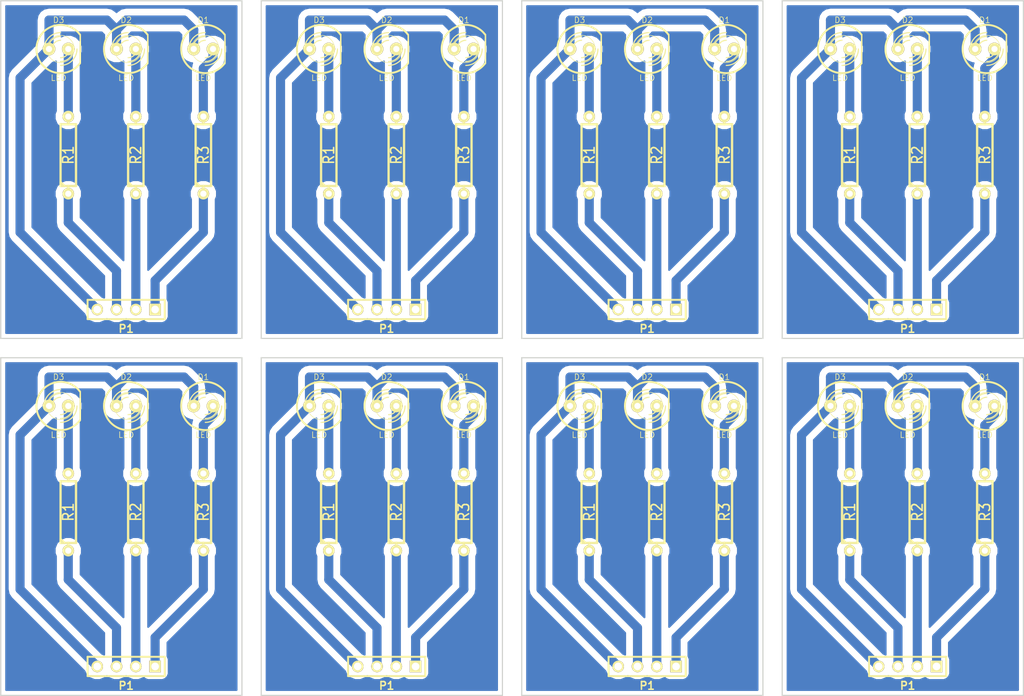
<source format=kicad_pcb>
(kicad_pcb (version 3) (host pcbnew "(2013-jul-07)-stable")

  (general
    (links 121)
    (no_connects 49)
    (area 18.949999 20.219999 153.770001 111.9996)
    (thickness 1.6)
    (drawings 104)
    (tracks 200)
    (zones 0)
    (modules 56)
    (nets 8)
  )

  (page A4)
  (layers
    (15 F.Cu signal)
    (0 B.Cu signal)
    (16 B.Adhes user)
    (17 F.Adhes user)
    (18 B.Paste user)
    (19 F.Paste user)
    (20 B.SilkS user)
    (21 F.SilkS user)
    (22 B.Mask user)
    (23 F.Mask user)
    (24 Dwgs.User user)
    (25 Cmts.User user)
    (26 Eco1.User user)
    (27 Eco2.User user)
    (28 Edge.Cuts user)
  )

  (setup
    (last_trace_width 1.2)
    (trace_clearance 0.9)
    (zone_clearance 0.508)
    (zone_45_only no)
    (trace_min 0.254)
    (segment_width 0.2)
    (edge_width 0.15)
    (via_size 0.889)
    (via_drill 0.635)
    (via_min_size 0.889)
    (via_min_drill 0.508)
    (uvia_size 0.508)
    (uvia_drill 0.127)
    (uvias_allowed no)
    (uvia_min_size 0.508)
    (uvia_min_drill 0.127)
    (pcb_text_width 0.3)
    (pcb_text_size 1 1)
    (mod_edge_width 0.15)
    (mod_text_size 1 1)
    (mod_text_width 0.15)
    (pad_size 1 1)
    (pad_drill 0.6)
    (pad_to_mask_clearance 0)
    (aux_axis_origin 0 0)
    (visible_elements FFFFFFBF)
    (pcbplotparams
      (layerselection 1)
      (usegerberextensions false)
      (excludeedgelayer false)
      (linewidth 0.150000)
      (plotframeref false)
      (viasonmask false)
      (mode 1)
      (useauxorigin false)
      (hpglpennumber 1)
      (hpglpenspeed 20)
      (hpglpendiameter 15)
      (hpglpenoverlay 2)
      (psnegative false)
      (psa4output false)
      (plotreference true)
      (plotvalue true)
      (plotothertext true)
      (plotinvisibletext false)
      (padsonsilk false)
      (subtractmaskfromsilk false)
      (outputformat 2)
      (mirror false)
      (drillshape 0)
      (scaleselection 1)
      (outputdirectory ""))
  )

  (net 0 "")
  (net 1 N-000001)
  (net 2 N-000002)
  (net 3 N-000003)
  (net 4 N-000004)
  (net 5 N-000005)
  (net 6 N-000006)
  (net 7 N-000007)

  (net_class Default "This is the default net class."
    (clearance 0.9)
    (trace_width 1.2)
    (via_dia 0.889)
    (via_drill 0.635)
    (uvia_dia 0.508)
    (uvia_drill 0.127)
    (add_net "")
    (add_net N-000001)
    (add_net N-000002)
    (add_net N-000003)
    (add_net N-000004)
    (add_net N-000005)
    (add_net N-000006)
    (add_net N-000007)
  )

  (module LED-5MM (layer F.Cu) (tedit 50ADE86B) (tstamp 591DA40A)
    (at 95.25 26.67)
    (descr "LED 5mm - Lead pitch 100mil (2,54mm)")
    (tags "LED led 5mm 5MM 100mil 2,54mm")
    (path /591D9BB8)
    (fp_text reference D3 (at 0 -3.81) (layer F.SilkS)
      (effects (font (size 0.762 0.762) (thickness 0.0889)))
    )
    (fp_text value LED (at 0 3.81) (layer F.SilkS)
      (effects (font (size 0.762 0.762) (thickness 0.0889)))
    )
    (fp_line (start 2.8448 1.905) (end 2.8448 -1.905) (layer F.SilkS) (width 0.2032))
    (fp_circle (center 0.254 0) (end -1.016 1.27) (layer F.SilkS) (width 0.0762))
    (fp_arc (start 0.254 0) (end 2.794 1.905) (angle 286.2) (layer F.SilkS) (width 0.254))
    (fp_arc (start 0.254 0) (end -0.889 0) (angle 90) (layer F.SilkS) (width 0.1524))
    (fp_arc (start 0.254 0) (end 1.397 0) (angle 90) (layer F.SilkS) (width 0.1524))
    (fp_arc (start 0.254 0) (end -1.397 0) (angle 90) (layer F.SilkS) (width 0.1524))
    (fp_arc (start 0.254 0) (end 1.905 0) (angle 90) (layer F.SilkS) (width 0.1524))
    (fp_arc (start 0.254 0) (end -1.905 0) (angle 90) (layer F.SilkS) (width 0.1524))
    (fp_arc (start 0.254 0) (end 2.413 0) (angle 90) (layer F.SilkS) (width 0.1524))
    (pad 1 thru_hole circle (at -1.27 0) (size 1.6764 1.6764) (drill 0.8128)
      (layers *.Cu *.Mask F.SilkS)
      (net 6 N-000006)
    )
    (pad 2 thru_hole circle (at 1.27 0) (size 1.6764 1.6764) (drill 0.8128)
      (layers *.Cu *.Mask F.SilkS)
      (net 7 N-000007)
    )
    (model discret/leds/led5_vertical_verde.wrl
      (at (xyz 0 0 0))
      (scale (xyz 1 1 1))
      (rotate (xyz 0 0 0))
    )
  )

  (module LED-5MM (layer F.Cu) (tedit 50ADE86B) (tstamp 591DA3FC)
    (at 104.14 26.67)
    (descr "LED 5mm - Lead pitch 100mil (2,54mm)")
    (tags "LED led 5mm 5MM 100mil 2,54mm")
    (path /591D9BA9)
    (fp_text reference D2 (at 0 -3.81) (layer F.SilkS)
      (effects (font (size 0.762 0.762) (thickness 0.0889)))
    )
    (fp_text value LED (at 0 3.81) (layer F.SilkS)
      (effects (font (size 0.762 0.762) (thickness 0.0889)))
    )
    (fp_line (start 2.8448 1.905) (end 2.8448 -1.905) (layer F.SilkS) (width 0.2032))
    (fp_circle (center 0.254 0) (end -1.016 1.27) (layer F.SilkS) (width 0.0762))
    (fp_arc (start 0.254 0) (end 2.794 1.905) (angle 286.2) (layer F.SilkS) (width 0.254))
    (fp_arc (start 0.254 0) (end -0.889 0) (angle 90) (layer F.SilkS) (width 0.1524))
    (fp_arc (start 0.254 0) (end 1.397 0) (angle 90) (layer F.SilkS) (width 0.1524))
    (fp_arc (start 0.254 0) (end -1.397 0) (angle 90) (layer F.SilkS) (width 0.1524))
    (fp_arc (start 0.254 0) (end 1.905 0) (angle 90) (layer F.SilkS) (width 0.1524))
    (fp_arc (start 0.254 0) (end -1.905 0) (angle 90) (layer F.SilkS) (width 0.1524))
    (fp_arc (start 0.254 0) (end 2.413 0) (angle 90) (layer F.SilkS) (width 0.1524))
    (pad 1 thru_hole circle (at -1.27 0) (size 1.6764 1.6764) (drill 0.8128)
      (layers *.Cu *.Mask F.SilkS)
      (net 6 N-000006)
    )
    (pad 2 thru_hole circle (at 1.27 0) (size 1.6764 1.6764) (drill 0.8128)
      (layers *.Cu *.Mask F.SilkS)
      (net 3 N-000003)
    )
    (model discret/leds/led5_vertical_verde.wrl
      (at (xyz 0 0 0))
      (scale (xyz 1 1 1))
      (rotate (xyz 0 0 0))
    )
  )

  (module LED-5MM (layer F.Cu) (tedit 50ADE86B) (tstamp 591DA3EE)
    (at 114.3 26.67)
    (descr "LED 5mm - Lead pitch 100mil (2,54mm)")
    (tags "LED led 5mm 5MM 100mil 2,54mm")
    (path /591D9B9A)
    (fp_text reference D1 (at 0 -3.81) (layer F.SilkS)
      (effects (font (size 0.762 0.762) (thickness 0.0889)))
    )
    (fp_text value LED (at 0 3.81) (layer F.SilkS)
      (effects (font (size 0.762 0.762) (thickness 0.0889)))
    )
    (fp_line (start 2.8448 1.905) (end 2.8448 -1.905) (layer F.SilkS) (width 0.2032))
    (fp_circle (center 0.254 0) (end -1.016 1.27) (layer F.SilkS) (width 0.0762))
    (fp_arc (start 0.254 0) (end 2.794 1.905) (angle 286.2) (layer F.SilkS) (width 0.254))
    (fp_arc (start 0.254 0) (end -0.889 0) (angle 90) (layer F.SilkS) (width 0.1524))
    (fp_arc (start 0.254 0) (end 1.397 0) (angle 90) (layer F.SilkS) (width 0.1524))
    (fp_arc (start 0.254 0) (end -1.397 0) (angle 90) (layer F.SilkS) (width 0.1524))
    (fp_arc (start 0.254 0) (end 1.905 0) (angle 90) (layer F.SilkS) (width 0.1524))
    (fp_arc (start 0.254 0) (end -1.905 0) (angle 90) (layer F.SilkS) (width 0.1524))
    (fp_arc (start 0.254 0) (end 2.413 0) (angle 90) (layer F.SilkS) (width 0.1524))
    (pad 1 thru_hole circle (at -1.27 0) (size 1.6764 1.6764) (drill 0.8128)
      (layers *.Cu *.Mask F.SilkS)
      (net 6 N-000006)
    )
    (pad 2 thru_hole circle (at 1.27 0) (size 1.6764 1.6764) (drill 0.8128)
      (layers *.Cu *.Mask F.SilkS)
      (net 1 N-000001)
    )
    (model discret/leds/led5_vertical_verde.wrl
      (at (xyz 0 0 0))
      (scale (xyz 1 1 1))
      (rotate (xyz 0 0 0))
    )
  )

  (module PIN_ARRAY_4x1 (layer F.Cu) (tedit 4C10F42E) (tstamp 591DA3E3)
    (at 104.14 60.96 180)
    (descr "Double rangee de contacts 2 x 5 pins")
    (tags CONN)
    (path /591D9CB8)
    (fp_text reference P1 (at 0 -2.54 180) (layer F.SilkS)
      (effects (font (size 1.016 1.016) (thickness 0.2032)))
    )
    (fp_text value CONN_4 (at 0 2.54 180) (layer F.SilkS) hide
      (effects (font (size 1.016 1.016) (thickness 0.2032)))
    )
    (fp_line (start 5.08 1.27) (end -5.08 1.27) (layer F.SilkS) (width 0.254))
    (fp_line (start 5.08 -1.27) (end -5.08 -1.27) (layer F.SilkS) (width 0.254))
    (fp_line (start -5.08 -1.27) (end -5.08 1.27) (layer F.SilkS) (width 0.254))
    (fp_line (start 5.08 1.27) (end 5.08 -1.27) (layer F.SilkS) (width 0.254))
    (pad 1 thru_hole rect (at -3.81 0 180) (size 1.524 1.524) (drill 1.016)
      (layers *.Cu *.Mask F.SilkS)
      (net 5 N-000005)
    )
    (pad 2 thru_hole circle (at -1.27 0 180) (size 1.524 1.524) (drill 1.016)
      (layers *.Cu *.Mask F.SilkS)
      (net 4 N-000004)
    )
    (pad 3 thru_hole circle (at 1.27 0 180) (size 1.524 1.524) (drill 1.016)
      (layers *.Cu *.Mask F.SilkS)
      (net 2 N-000002)
    )
    (pad 4 thru_hole circle (at 3.81 0 180) (size 1.524 1.524) (drill 1.016)
      (layers *.Cu *.Mask F.SilkS)
      (net 6 N-000006)
    )
    (model pin_array\pins_array_4x1.wrl
      (at (xyz 0 0 0))
      (scale (xyz 1 1 1))
      (rotate (xyz 0 0 0))
    )
  )

  (module R4 (layer F.Cu) (tedit 200000) (tstamp 591DA3D6)
    (at 114.3 40.64 90)
    (descr "Resitance 4 pas")
    (tags R)
    (path /591D9C66)
    (autoplace_cost180 10)
    (fp_text reference R3 (at 0 0 90) (layer F.SilkS)
      (effects (font (size 1.397 1.27) (thickness 0.2032)))
    )
    (fp_text value R (at 0 0 90) (layer F.SilkS) hide
      (effects (font (size 1.397 1.27) (thickness 0.2032)))
    )
    (fp_line (start -5.08 0) (end -4.064 0) (layer F.SilkS) (width 0.3048))
    (fp_line (start -4.064 0) (end -4.064 -1.016) (layer F.SilkS) (width 0.3048))
    (fp_line (start -4.064 -1.016) (end 4.064 -1.016) (layer F.SilkS) (width 0.3048))
    (fp_line (start 4.064 -1.016) (end 4.064 1.016) (layer F.SilkS) (width 0.3048))
    (fp_line (start 4.064 1.016) (end -4.064 1.016) (layer F.SilkS) (width 0.3048))
    (fp_line (start -4.064 1.016) (end -4.064 0) (layer F.SilkS) (width 0.3048))
    (fp_line (start -4.064 -0.508) (end -3.556 -1.016) (layer F.SilkS) (width 0.3048))
    (fp_line (start 5.08 0) (end 4.064 0) (layer F.SilkS) (width 0.3048))
    (pad 1 thru_hole circle (at -5.08 0 90) (size 1.524 1.524) (drill 0.8128)
      (layers *.Cu *.Mask F.SilkS)
      (net 5 N-000005)
    )
    (pad 2 thru_hole circle (at 5.08 0 90) (size 1.524 1.524) (drill 0.8128)
      (layers *.Cu *.Mask F.SilkS)
      (net 1 N-000001)
    )
    (model discret/resistor.wrl
      (at (xyz 0 0 0))
      (scale (xyz 0.4 0.4 0.4))
      (rotate (xyz 0 0 0))
    )
  )

  (module R4 (layer F.Cu) (tedit 200000) (tstamp 591DA3C9)
    (at 105.41 40.64 90)
    (descr "Resitance 4 pas")
    (tags R)
    (path /591D9BD4)
    (autoplace_cost180 10)
    (fp_text reference R2 (at 0 0 90) (layer F.SilkS)
      (effects (font (size 1.397 1.27) (thickness 0.2032)))
    )
    (fp_text value R (at 0 0 90) (layer F.SilkS) hide
      (effects (font (size 1.397 1.27) (thickness 0.2032)))
    )
    (fp_line (start -5.08 0) (end -4.064 0) (layer F.SilkS) (width 0.3048))
    (fp_line (start -4.064 0) (end -4.064 -1.016) (layer F.SilkS) (width 0.3048))
    (fp_line (start -4.064 -1.016) (end 4.064 -1.016) (layer F.SilkS) (width 0.3048))
    (fp_line (start 4.064 -1.016) (end 4.064 1.016) (layer F.SilkS) (width 0.3048))
    (fp_line (start 4.064 1.016) (end -4.064 1.016) (layer F.SilkS) (width 0.3048))
    (fp_line (start -4.064 1.016) (end -4.064 0) (layer F.SilkS) (width 0.3048))
    (fp_line (start -4.064 -0.508) (end -3.556 -1.016) (layer F.SilkS) (width 0.3048))
    (fp_line (start 5.08 0) (end 4.064 0) (layer F.SilkS) (width 0.3048))
    (pad 1 thru_hole circle (at -5.08 0 90) (size 1.524 1.524) (drill 0.8128)
      (layers *.Cu *.Mask F.SilkS)
      (net 4 N-000004)
    )
    (pad 2 thru_hole circle (at 5.08 0 90) (size 1.524 1.524) (drill 0.8128)
      (layers *.Cu *.Mask F.SilkS)
      (net 3 N-000003)
    )
    (model discret/resistor.wrl
      (at (xyz 0 0 0))
      (scale (xyz 0.4 0.4 0.4))
      (rotate (xyz 0 0 0))
    )
  )

  (module R4 (layer F.Cu) (tedit 200000) (tstamp 591DA3BC)
    (at 96.52 40.64 90)
    (descr "Resitance 4 pas")
    (tags R)
    (path /591D9BC7)
    (autoplace_cost180 10)
    (fp_text reference R1 (at 0 0 90) (layer F.SilkS)
      (effects (font (size 1.397 1.27) (thickness 0.2032)))
    )
    (fp_text value R (at 0 0 90) (layer F.SilkS) hide
      (effects (font (size 1.397 1.27) (thickness 0.2032)))
    )
    (fp_line (start -5.08 0) (end -4.064 0) (layer F.SilkS) (width 0.3048))
    (fp_line (start -4.064 0) (end -4.064 -1.016) (layer F.SilkS) (width 0.3048))
    (fp_line (start -4.064 -1.016) (end 4.064 -1.016) (layer F.SilkS) (width 0.3048))
    (fp_line (start 4.064 -1.016) (end 4.064 1.016) (layer F.SilkS) (width 0.3048))
    (fp_line (start 4.064 1.016) (end -4.064 1.016) (layer F.SilkS) (width 0.3048))
    (fp_line (start -4.064 1.016) (end -4.064 0) (layer F.SilkS) (width 0.3048))
    (fp_line (start -4.064 -0.508) (end -3.556 -1.016) (layer F.SilkS) (width 0.3048))
    (fp_line (start 5.08 0) (end 4.064 0) (layer F.SilkS) (width 0.3048))
    (pad 1 thru_hole circle (at -5.08 0 90) (size 1.524 1.524) (drill 0.8128)
      (layers *.Cu *.Mask F.SilkS)
      (net 2 N-000002)
    )
    (pad 2 thru_hole circle (at 5.08 0 90) (size 1.524 1.524) (drill 0.8128)
      (layers *.Cu *.Mask F.SilkS)
      (net 7 N-000007)
    )
    (model discret/resistor.wrl
      (at (xyz 0 0 0))
      (scale (xyz 0.4 0.4 0.4))
      (rotate (xyz 0 0 0))
    )
  )

  (module R4 (layer F.Cu) (tedit 200000) (tstamp 591DA3AF)
    (at 130.81 40.64 90)
    (descr "Resitance 4 pas")
    (tags R)
    (path /591D9BC7)
    (autoplace_cost180 10)
    (fp_text reference R1 (at 0 0 90) (layer F.SilkS)
      (effects (font (size 1.397 1.27) (thickness 0.2032)))
    )
    (fp_text value R (at 0 0 90) (layer F.SilkS) hide
      (effects (font (size 1.397 1.27) (thickness 0.2032)))
    )
    (fp_line (start -5.08 0) (end -4.064 0) (layer F.SilkS) (width 0.3048))
    (fp_line (start -4.064 0) (end -4.064 -1.016) (layer F.SilkS) (width 0.3048))
    (fp_line (start -4.064 -1.016) (end 4.064 -1.016) (layer F.SilkS) (width 0.3048))
    (fp_line (start 4.064 -1.016) (end 4.064 1.016) (layer F.SilkS) (width 0.3048))
    (fp_line (start 4.064 1.016) (end -4.064 1.016) (layer F.SilkS) (width 0.3048))
    (fp_line (start -4.064 1.016) (end -4.064 0) (layer F.SilkS) (width 0.3048))
    (fp_line (start -4.064 -0.508) (end -3.556 -1.016) (layer F.SilkS) (width 0.3048))
    (fp_line (start 5.08 0) (end 4.064 0) (layer F.SilkS) (width 0.3048))
    (pad 1 thru_hole circle (at -5.08 0 90) (size 1.524 1.524) (drill 0.8128)
      (layers *.Cu *.Mask F.SilkS)
      (net 2 N-000002)
    )
    (pad 2 thru_hole circle (at 5.08 0 90) (size 1.524 1.524) (drill 0.8128)
      (layers *.Cu *.Mask F.SilkS)
      (net 7 N-000007)
    )
    (model discret/resistor.wrl
      (at (xyz 0 0 0))
      (scale (xyz 0.4 0.4 0.4))
      (rotate (xyz 0 0 0))
    )
  )

  (module R4 (layer F.Cu) (tedit 200000) (tstamp 591DA3A2)
    (at 139.7 40.64 90)
    (descr "Resitance 4 pas")
    (tags R)
    (path /591D9BD4)
    (autoplace_cost180 10)
    (fp_text reference R2 (at 0 0 90) (layer F.SilkS)
      (effects (font (size 1.397 1.27) (thickness 0.2032)))
    )
    (fp_text value R (at 0 0 90) (layer F.SilkS) hide
      (effects (font (size 1.397 1.27) (thickness 0.2032)))
    )
    (fp_line (start -5.08 0) (end -4.064 0) (layer F.SilkS) (width 0.3048))
    (fp_line (start -4.064 0) (end -4.064 -1.016) (layer F.SilkS) (width 0.3048))
    (fp_line (start -4.064 -1.016) (end 4.064 -1.016) (layer F.SilkS) (width 0.3048))
    (fp_line (start 4.064 -1.016) (end 4.064 1.016) (layer F.SilkS) (width 0.3048))
    (fp_line (start 4.064 1.016) (end -4.064 1.016) (layer F.SilkS) (width 0.3048))
    (fp_line (start -4.064 1.016) (end -4.064 0) (layer F.SilkS) (width 0.3048))
    (fp_line (start -4.064 -0.508) (end -3.556 -1.016) (layer F.SilkS) (width 0.3048))
    (fp_line (start 5.08 0) (end 4.064 0) (layer F.SilkS) (width 0.3048))
    (pad 1 thru_hole circle (at -5.08 0 90) (size 1.524 1.524) (drill 0.8128)
      (layers *.Cu *.Mask F.SilkS)
      (net 4 N-000004)
    )
    (pad 2 thru_hole circle (at 5.08 0 90) (size 1.524 1.524) (drill 0.8128)
      (layers *.Cu *.Mask F.SilkS)
      (net 3 N-000003)
    )
    (model discret/resistor.wrl
      (at (xyz 0 0 0))
      (scale (xyz 0.4 0.4 0.4))
      (rotate (xyz 0 0 0))
    )
  )

  (module R4 (layer F.Cu) (tedit 200000) (tstamp 591DA395)
    (at 148.59 40.64 90)
    (descr "Resitance 4 pas")
    (tags R)
    (path /591D9C66)
    (autoplace_cost180 10)
    (fp_text reference R3 (at 0 0 90) (layer F.SilkS)
      (effects (font (size 1.397 1.27) (thickness 0.2032)))
    )
    (fp_text value R (at 0 0 90) (layer F.SilkS) hide
      (effects (font (size 1.397 1.27) (thickness 0.2032)))
    )
    (fp_line (start -5.08 0) (end -4.064 0) (layer F.SilkS) (width 0.3048))
    (fp_line (start -4.064 0) (end -4.064 -1.016) (layer F.SilkS) (width 0.3048))
    (fp_line (start -4.064 -1.016) (end 4.064 -1.016) (layer F.SilkS) (width 0.3048))
    (fp_line (start 4.064 -1.016) (end 4.064 1.016) (layer F.SilkS) (width 0.3048))
    (fp_line (start 4.064 1.016) (end -4.064 1.016) (layer F.SilkS) (width 0.3048))
    (fp_line (start -4.064 1.016) (end -4.064 0) (layer F.SilkS) (width 0.3048))
    (fp_line (start -4.064 -0.508) (end -3.556 -1.016) (layer F.SilkS) (width 0.3048))
    (fp_line (start 5.08 0) (end 4.064 0) (layer F.SilkS) (width 0.3048))
    (pad 1 thru_hole circle (at -5.08 0 90) (size 1.524 1.524) (drill 0.8128)
      (layers *.Cu *.Mask F.SilkS)
      (net 5 N-000005)
    )
    (pad 2 thru_hole circle (at 5.08 0 90) (size 1.524 1.524) (drill 0.8128)
      (layers *.Cu *.Mask F.SilkS)
      (net 1 N-000001)
    )
    (model discret/resistor.wrl
      (at (xyz 0 0 0))
      (scale (xyz 0.4 0.4 0.4))
      (rotate (xyz 0 0 0))
    )
  )

  (module PIN_ARRAY_4x1 (layer F.Cu) (tedit 4C10F42E) (tstamp 591DA38A)
    (at 138.43 60.96 180)
    (descr "Double rangee de contacts 2 x 5 pins")
    (tags CONN)
    (path /591D9CB8)
    (fp_text reference P1 (at 0 -2.54 180) (layer F.SilkS)
      (effects (font (size 1.016 1.016) (thickness 0.2032)))
    )
    (fp_text value CONN_4 (at 0 2.54 180) (layer F.SilkS) hide
      (effects (font (size 1.016 1.016) (thickness 0.2032)))
    )
    (fp_line (start 5.08 1.27) (end -5.08 1.27) (layer F.SilkS) (width 0.254))
    (fp_line (start 5.08 -1.27) (end -5.08 -1.27) (layer F.SilkS) (width 0.254))
    (fp_line (start -5.08 -1.27) (end -5.08 1.27) (layer F.SilkS) (width 0.254))
    (fp_line (start 5.08 1.27) (end 5.08 -1.27) (layer F.SilkS) (width 0.254))
    (pad 1 thru_hole rect (at -3.81 0 180) (size 1.524 1.524) (drill 1.016)
      (layers *.Cu *.Mask F.SilkS)
      (net 5 N-000005)
    )
    (pad 2 thru_hole circle (at -1.27 0 180) (size 1.524 1.524) (drill 1.016)
      (layers *.Cu *.Mask F.SilkS)
      (net 4 N-000004)
    )
    (pad 3 thru_hole circle (at 1.27 0 180) (size 1.524 1.524) (drill 1.016)
      (layers *.Cu *.Mask F.SilkS)
      (net 2 N-000002)
    )
    (pad 4 thru_hole circle (at 3.81 0 180) (size 1.524 1.524) (drill 1.016)
      (layers *.Cu *.Mask F.SilkS)
      (net 6 N-000006)
    )
    (model pin_array\pins_array_4x1.wrl
      (at (xyz 0 0 0))
      (scale (xyz 1 1 1))
      (rotate (xyz 0 0 0))
    )
  )

  (module LED-5MM (layer F.Cu) (tedit 50ADE86B) (tstamp 591DA37C)
    (at 148.59 26.67)
    (descr "LED 5mm - Lead pitch 100mil (2,54mm)")
    (tags "LED led 5mm 5MM 100mil 2,54mm")
    (path /591D9B9A)
    (fp_text reference D1 (at 0 -3.81) (layer F.SilkS)
      (effects (font (size 0.762 0.762) (thickness 0.0889)))
    )
    (fp_text value LED (at 0 3.81) (layer F.SilkS)
      (effects (font (size 0.762 0.762) (thickness 0.0889)))
    )
    (fp_line (start 2.8448 1.905) (end 2.8448 -1.905) (layer F.SilkS) (width 0.2032))
    (fp_circle (center 0.254 0) (end -1.016 1.27) (layer F.SilkS) (width 0.0762))
    (fp_arc (start 0.254 0) (end 2.794 1.905) (angle 286.2) (layer F.SilkS) (width 0.254))
    (fp_arc (start 0.254 0) (end -0.889 0) (angle 90) (layer F.SilkS) (width 0.1524))
    (fp_arc (start 0.254 0) (end 1.397 0) (angle 90) (layer F.SilkS) (width 0.1524))
    (fp_arc (start 0.254 0) (end -1.397 0) (angle 90) (layer F.SilkS) (width 0.1524))
    (fp_arc (start 0.254 0) (end 1.905 0) (angle 90) (layer F.SilkS) (width 0.1524))
    (fp_arc (start 0.254 0) (end -1.905 0) (angle 90) (layer F.SilkS) (width 0.1524))
    (fp_arc (start 0.254 0) (end 2.413 0) (angle 90) (layer F.SilkS) (width 0.1524))
    (pad 1 thru_hole circle (at -1.27 0) (size 1.6764 1.6764) (drill 0.8128)
      (layers *.Cu *.Mask F.SilkS)
      (net 6 N-000006)
    )
    (pad 2 thru_hole circle (at 1.27 0) (size 1.6764 1.6764) (drill 0.8128)
      (layers *.Cu *.Mask F.SilkS)
      (net 1 N-000001)
    )
    (model discret/leds/led5_vertical_verde.wrl
      (at (xyz 0 0 0))
      (scale (xyz 1 1 1))
      (rotate (xyz 0 0 0))
    )
  )

  (module LED-5MM (layer F.Cu) (tedit 50ADE86B) (tstamp 591DA36E)
    (at 138.43 26.67)
    (descr "LED 5mm - Lead pitch 100mil (2,54mm)")
    (tags "LED led 5mm 5MM 100mil 2,54mm")
    (path /591D9BA9)
    (fp_text reference D2 (at 0 -3.81) (layer F.SilkS)
      (effects (font (size 0.762 0.762) (thickness 0.0889)))
    )
    (fp_text value LED (at 0 3.81) (layer F.SilkS)
      (effects (font (size 0.762 0.762) (thickness 0.0889)))
    )
    (fp_line (start 2.8448 1.905) (end 2.8448 -1.905) (layer F.SilkS) (width 0.2032))
    (fp_circle (center 0.254 0) (end -1.016 1.27) (layer F.SilkS) (width 0.0762))
    (fp_arc (start 0.254 0) (end 2.794 1.905) (angle 286.2) (layer F.SilkS) (width 0.254))
    (fp_arc (start 0.254 0) (end -0.889 0) (angle 90) (layer F.SilkS) (width 0.1524))
    (fp_arc (start 0.254 0) (end 1.397 0) (angle 90) (layer F.SilkS) (width 0.1524))
    (fp_arc (start 0.254 0) (end -1.397 0) (angle 90) (layer F.SilkS) (width 0.1524))
    (fp_arc (start 0.254 0) (end 1.905 0) (angle 90) (layer F.SilkS) (width 0.1524))
    (fp_arc (start 0.254 0) (end -1.905 0) (angle 90) (layer F.SilkS) (width 0.1524))
    (fp_arc (start 0.254 0) (end 2.413 0) (angle 90) (layer F.SilkS) (width 0.1524))
    (pad 1 thru_hole circle (at -1.27 0) (size 1.6764 1.6764) (drill 0.8128)
      (layers *.Cu *.Mask F.SilkS)
      (net 6 N-000006)
    )
    (pad 2 thru_hole circle (at 1.27 0) (size 1.6764 1.6764) (drill 0.8128)
      (layers *.Cu *.Mask F.SilkS)
      (net 3 N-000003)
    )
    (model discret/leds/led5_vertical_verde.wrl
      (at (xyz 0 0 0))
      (scale (xyz 1 1 1))
      (rotate (xyz 0 0 0))
    )
  )

  (module LED-5MM (layer F.Cu) (tedit 50ADE86B) (tstamp 591DA360)
    (at 129.54 26.67)
    (descr "LED 5mm - Lead pitch 100mil (2,54mm)")
    (tags "LED led 5mm 5MM 100mil 2,54mm")
    (path /591D9BB8)
    (fp_text reference D3 (at 0 -3.81) (layer F.SilkS)
      (effects (font (size 0.762 0.762) (thickness 0.0889)))
    )
    (fp_text value LED (at 0 3.81) (layer F.SilkS)
      (effects (font (size 0.762 0.762) (thickness 0.0889)))
    )
    (fp_line (start 2.8448 1.905) (end 2.8448 -1.905) (layer F.SilkS) (width 0.2032))
    (fp_circle (center 0.254 0) (end -1.016 1.27) (layer F.SilkS) (width 0.0762))
    (fp_arc (start 0.254 0) (end 2.794 1.905) (angle 286.2) (layer F.SilkS) (width 0.254))
    (fp_arc (start 0.254 0) (end -0.889 0) (angle 90) (layer F.SilkS) (width 0.1524))
    (fp_arc (start 0.254 0) (end 1.397 0) (angle 90) (layer F.SilkS) (width 0.1524))
    (fp_arc (start 0.254 0) (end -1.397 0) (angle 90) (layer F.SilkS) (width 0.1524))
    (fp_arc (start 0.254 0) (end 1.905 0) (angle 90) (layer F.SilkS) (width 0.1524))
    (fp_arc (start 0.254 0) (end -1.905 0) (angle 90) (layer F.SilkS) (width 0.1524))
    (fp_arc (start 0.254 0) (end 2.413 0) (angle 90) (layer F.SilkS) (width 0.1524))
    (pad 1 thru_hole circle (at -1.27 0) (size 1.6764 1.6764) (drill 0.8128)
      (layers *.Cu *.Mask F.SilkS)
      (net 6 N-000006)
    )
    (pad 2 thru_hole circle (at 1.27 0) (size 1.6764 1.6764) (drill 0.8128)
      (layers *.Cu *.Mask F.SilkS)
      (net 7 N-000007)
    )
    (model discret/leds/led5_vertical_verde.wrl
      (at (xyz 0 0 0))
      (scale (xyz 1 1 1))
      (rotate (xyz 0 0 0))
    )
  )

  (module LED-5MM (layer F.Cu) (tedit 50ADE86B) (tstamp 591DA352)
    (at 129.54 73.66)
    (descr "LED 5mm - Lead pitch 100mil (2,54mm)")
    (tags "LED led 5mm 5MM 100mil 2,54mm")
    (path /591D9BB8)
    (fp_text reference D3 (at 0 -3.81) (layer F.SilkS)
      (effects (font (size 0.762 0.762) (thickness 0.0889)))
    )
    (fp_text value LED (at 0 3.81) (layer F.SilkS)
      (effects (font (size 0.762 0.762) (thickness 0.0889)))
    )
    (fp_line (start 2.8448 1.905) (end 2.8448 -1.905) (layer F.SilkS) (width 0.2032))
    (fp_circle (center 0.254 0) (end -1.016 1.27) (layer F.SilkS) (width 0.0762))
    (fp_arc (start 0.254 0) (end 2.794 1.905) (angle 286.2) (layer F.SilkS) (width 0.254))
    (fp_arc (start 0.254 0) (end -0.889 0) (angle 90) (layer F.SilkS) (width 0.1524))
    (fp_arc (start 0.254 0) (end 1.397 0) (angle 90) (layer F.SilkS) (width 0.1524))
    (fp_arc (start 0.254 0) (end -1.397 0) (angle 90) (layer F.SilkS) (width 0.1524))
    (fp_arc (start 0.254 0) (end 1.905 0) (angle 90) (layer F.SilkS) (width 0.1524))
    (fp_arc (start 0.254 0) (end -1.905 0) (angle 90) (layer F.SilkS) (width 0.1524))
    (fp_arc (start 0.254 0) (end 2.413 0) (angle 90) (layer F.SilkS) (width 0.1524))
    (pad 1 thru_hole circle (at -1.27 0) (size 1.6764 1.6764) (drill 0.8128)
      (layers *.Cu *.Mask F.SilkS)
      (net 6 N-000006)
    )
    (pad 2 thru_hole circle (at 1.27 0) (size 1.6764 1.6764) (drill 0.8128)
      (layers *.Cu *.Mask F.SilkS)
      (net 7 N-000007)
    )
    (model discret/leds/led5_vertical_verde.wrl
      (at (xyz 0 0 0))
      (scale (xyz 1 1 1))
      (rotate (xyz 0 0 0))
    )
  )

  (module LED-5MM (layer F.Cu) (tedit 50ADE86B) (tstamp 591DA344)
    (at 138.43 73.66)
    (descr "LED 5mm - Lead pitch 100mil (2,54mm)")
    (tags "LED led 5mm 5MM 100mil 2,54mm")
    (path /591D9BA9)
    (fp_text reference D2 (at 0 -3.81) (layer F.SilkS)
      (effects (font (size 0.762 0.762) (thickness 0.0889)))
    )
    (fp_text value LED (at 0 3.81) (layer F.SilkS)
      (effects (font (size 0.762 0.762) (thickness 0.0889)))
    )
    (fp_line (start 2.8448 1.905) (end 2.8448 -1.905) (layer F.SilkS) (width 0.2032))
    (fp_circle (center 0.254 0) (end -1.016 1.27) (layer F.SilkS) (width 0.0762))
    (fp_arc (start 0.254 0) (end 2.794 1.905) (angle 286.2) (layer F.SilkS) (width 0.254))
    (fp_arc (start 0.254 0) (end -0.889 0) (angle 90) (layer F.SilkS) (width 0.1524))
    (fp_arc (start 0.254 0) (end 1.397 0) (angle 90) (layer F.SilkS) (width 0.1524))
    (fp_arc (start 0.254 0) (end -1.397 0) (angle 90) (layer F.SilkS) (width 0.1524))
    (fp_arc (start 0.254 0) (end 1.905 0) (angle 90) (layer F.SilkS) (width 0.1524))
    (fp_arc (start 0.254 0) (end -1.905 0) (angle 90) (layer F.SilkS) (width 0.1524))
    (fp_arc (start 0.254 0) (end 2.413 0) (angle 90) (layer F.SilkS) (width 0.1524))
    (pad 1 thru_hole circle (at -1.27 0) (size 1.6764 1.6764) (drill 0.8128)
      (layers *.Cu *.Mask F.SilkS)
      (net 6 N-000006)
    )
    (pad 2 thru_hole circle (at 1.27 0) (size 1.6764 1.6764) (drill 0.8128)
      (layers *.Cu *.Mask F.SilkS)
      (net 3 N-000003)
    )
    (model discret/leds/led5_vertical_verde.wrl
      (at (xyz 0 0 0))
      (scale (xyz 1 1 1))
      (rotate (xyz 0 0 0))
    )
  )

  (module LED-5MM (layer F.Cu) (tedit 50ADE86B) (tstamp 591DA336)
    (at 148.59 73.66)
    (descr "LED 5mm - Lead pitch 100mil (2,54mm)")
    (tags "LED led 5mm 5MM 100mil 2,54mm")
    (path /591D9B9A)
    (fp_text reference D1 (at 0 -3.81) (layer F.SilkS)
      (effects (font (size 0.762 0.762) (thickness 0.0889)))
    )
    (fp_text value LED (at 0 3.81) (layer F.SilkS)
      (effects (font (size 0.762 0.762) (thickness 0.0889)))
    )
    (fp_line (start 2.8448 1.905) (end 2.8448 -1.905) (layer F.SilkS) (width 0.2032))
    (fp_circle (center 0.254 0) (end -1.016 1.27) (layer F.SilkS) (width 0.0762))
    (fp_arc (start 0.254 0) (end 2.794 1.905) (angle 286.2) (layer F.SilkS) (width 0.254))
    (fp_arc (start 0.254 0) (end -0.889 0) (angle 90) (layer F.SilkS) (width 0.1524))
    (fp_arc (start 0.254 0) (end 1.397 0) (angle 90) (layer F.SilkS) (width 0.1524))
    (fp_arc (start 0.254 0) (end -1.397 0) (angle 90) (layer F.SilkS) (width 0.1524))
    (fp_arc (start 0.254 0) (end 1.905 0) (angle 90) (layer F.SilkS) (width 0.1524))
    (fp_arc (start 0.254 0) (end -1.905 0) (angle 90) (layer F.SilkS) (width 0.1524))
    (fp_arc (start 0.254 0) (end 2.413 0) (angle 90) (layer F.SilkS) (width 0.1524))
    (pad 1 thru_hole circle (at -1.27 0) (size 1.6764 1.6764) (drill 0.8128)
      (layers *.Cu *.Mask F.SilkS)
      (net 6 N-000006)
    )
    (pad 2 thru_hole circle (at 1.27 0) (size 1.6764 1.6764) (drill 0.8128)
      (layers *.Cu *.Mask F.SilkS)
      (net 1 N-000001)
    )
    (model discret/leds/led5_vertical_verde.wrl
      (at (xyz 0 0 0))
      (scale (xyz 1 1 1))
      (rotate (xyz 0 0 0))
    )
  )

  (module PIN_ARRAY_4x1 (layer F.Cu) (tedit 4C10F42E) (tstamp 591DA32B)
    (at 138.43 107.95 180)
    (descr "Double rangee de contacts 2 x 5 pins")
    (tags CONN)
    (path /591D9CB8)
    (fp_text reference P1 (at 0 -2.54 180) (layer F.SilkS)
      (effects (font (size 1.016 1.016) (thickness 0.2032)))
    )
    (fp_text value CONN_4 (at 0 2.54 180) (layer F.SilkS) hide
      (effects (font (size 1.016 1.016) (thickness 0.2032)))
    )
    (fp_line (start 5.08 1.27) (end -5.08 1.27) (layer F.SilkS) (width 0.254))
    (fp_line (start 5.08 -1.27) (end -5.08 -1.27) (layer F.SilkS) (width 0.254))
    (fp_line (start -5.08 -1.27) (end -5.08 1.27) (layer F.SilkS) (width 0.254))
    (fp_line (start 5.08 1.27) (end 5.08 -1.27) (layer F.SilkS) (width 0.254))
    (pad 1 thru_hole rect (at -3.81 0 180) (size 1.524 1.524) (drill 1.016)
      (layers *.Cu *.Mask F.SilkS)
      (net 5 N-000005)
    )
    (pad 2 thru_hole circle (at -1.27 0 180) (size 1.524 1.524) (drill 1.016)
      (layers *.Cu *.Mask F.SilkS)
      (net 4 N-000004)
    )
    (pad 3 thru_hole circle (at 1.27 0 180) (size 1.524 1.524) (drill 1.016)
      (layers *.Cu *.Mask F.SilkS)
      (net 2 N-000002)
    )
    (pad 4 thru_hole circle (at 3.81 0 180) (size 1.524 1.524) (drill 1.016)
      (layers *.Cu *.Mask F.SilkS)
      (net 6 N-000006)
    )
    (model pin_array\pins_array_4x1.wrl
      (at (xyz 0 0 0))
      (scale (xyz 1 1 1))
      (rotate (xyz 0 0 0))
    )
  )

  (module R4 (layer F.Cu) (tedit 200000) (tstamp 591DA31E)
    (at 148.59 87.63 90)
    (descr "Resitance 4 pas")
    (tags R)
    (path /591D9C66)
    (autoplace_cost180 10)
    (fp_text reference R3 (at 0 0 90) (layer F.SilkS)
      (effects (font (size 1.397 1.27) (thickness 0.2032)))
    )
    (fp_text value R (at 0 0 90) (layer F.SilkS) hide
      (effects (font (size 1.397 1.27) (thickness 0.2032)))
    )
    (fp_line (start -5.08 0) (end -4.064 0) (layer F.SilkS) (width 0.3048))
    (fp_line (start -4.064 0) (end -4.064 -1.016) (layer F.SilkS) (width 0.3048))
    (fp_line (start -4.064 -1.016) (end 4.064 -1.016) (layer F.SilkS) (width 0.3048))
    (fp_line (start 4.064 -1.016) (end 4.064 1.016) (layer F.SilkS) (width 0.3048))
    (fp_line (start 4.064 1.016) (end -4.064 1.016) (layer F.SilkS) (width 0.3048))
    (fp_line (start -4.064 1.016) (end -4.064 0) (layer F.SilkS) (width 0.3048))
    (fp_line (start -4.064 -0.508) (end -3.556 -1.016) (layer F.SilkS) (width 0.3048))
    (fp_line (start 5.08 0) (end 4.064 0) (layer F.SilkS) (width 0.3048))
    (pad 1 thru_hole circle (at -5.08 0 90) (size 1.524 1.524) (drill 0.8128)
      (layers *.Cu *.Mask F.SilkS)
      (net 5 N-000005)
    )
    (pad 2 thru_hole circle (at 5.08 0 90) (size 1.524 1.524) (drill 0.8128)
      (layers *.Cu *.Mask F.SilkS)
      (net 1 N-000001)
    )
    (model discret/resistor.wrl
      (at (xyz 0 0 0))
      (scale (xyz 0.4 0.4 0.4))
      (rotate (xyz 0 0 0))
    )
  )

  (module R4 (layer F.Cu) (tedit 200000) (tstamp 591DA311)
    (at 139.7 87.63 90)
    (descr "Resitance 4 pas")
    (tags R)
    (path /591D9BD4)
    (autoplace_cost180 10)
    (fp_text reference R2 (at 0 0 90) (layer F.SilkS)
      (effects (font (size 1.397 1.27) (thickness 0.2032)))
    )
    (fp_text value R (at 0 0 90) (layer F.SilkS) hide
      (effects (font (size 1.397 1.27) (thickness 0.2032)))
    )
    (fp_line (start -5.08 0) (end -4.064 0) (layer F.SilkS) (width 0.3048))
    (fp_line (start -4.064 0) (end -4.064 -1.016) (layer F.SilkS) (width 0.3048))
    (fp_line (start -4.064 -1.016) (end 4.064 -1.016) (layer F.SilkS) (width 0.3048))
    (fp_line (start 4.064 -1.016) (end 4.064 1.016) (layer F.SilkS) (width 0.3048))
    (fp_line (start 4.064 1.016) (end -4.064 1.016) (layer F.SilkS) (width 0.3048))
    (fp_line (start -4.064 1.016) (end -4.064 0) (layer F.SilkS) (width 0.3048))
    (fp_line (start -4.064 -0.508) (end -3.556 -1.016) (layer F.SilkS) (width 0.3048))
    (fp_line (start 5.08 0) (end 4.064 0) (layer F.SilkS) (width 0.3048))
    (pad 1 thru_hole circle (at -5.08 0 90) (size 1.524 1.524) (drill 0.8128)
      (layers *.Cu *.Mask F.SilkS)
      (net 4 N-000004)
    )
    (pad 2 thru_hole circle (at 5.08 0 90) (size 1.524 1.524) (drill 0.8128)
      (layers *.Cu *.Mask F.SilkS)
      (net 3 N-000003)
    )
    (model discret/resistor.wrl
      (at (xyz 0 0 0))
      (scale (xyz 0.4 0.4 0.4))
      (rotate (xyz 0 0 0))
    )
  )

  (module R4 (layer F.Cu) (tedit 200000) (tstamp 591DA304)
    (at 130.81 87.63 90)
    (descr "Resitance 4 pas")
    (tags R)
    (path /591D9BC7)
    (autoplace_cost180 10)
    (fp_text reference R1 (at 0 0 90) (layer F.SilkS)
      (effects (font (size 1.397 1.27) (thickness 0.2032)))
    )
    (fp_text value R (at 0 0 90) (layer F.SilkS) hide
      (effects (font (size 1.397 1.27) (thickness 0.2032)))
    )
    (fp_line (start -5.08 0) (end -4.064 0) (layer F.SilkS) (width 0.3048))
    (fp_line (start -4.064 0) (end -4.064 -1.016) (layer F.SilkS) (width 0.3048))
    (fp_line (start -4.064 -1.016) (end 4.064 -1.016) (layer F.SilkS) (width 0.3048))
    (fp_line (start 4.064 -1.016) (end 4.064 1.016) (layer F.SilkS) (width 0.3048))
    (fp_line (start 4.064 1.016) (end -4.064 1.016) (layer F.SilkS) (width 0.3048))
    (fp_line (start -4.064 1.016) (end -4.064 0) (layer F.SilkS) (width 0.3048))
    (fp_line (start -4.064 -0.508) (end -3.556 -1.016) (layer F.SilkS) (width 0.3048))
    (fp_line (start 5.08 0) (end 4.064 0) (layer F.SilkS) (width 0.3048))
    (pad 1 thru_hole circle (at -5.08 0 90) (size 1.524 1.524) (drill 0.8128)
      (layers *.Cu *.Mask F.SilkS)
      (net 2 N-000002)
    )
    (pad 2 thru_hole circle (at 5.08 0 90) (size 1.524 1.524) (drill 0.8128)
      (layers *.Cu *.Mask F.SilkS)
      (net 7 N-000007)
    )
    (model discret/resistor.wrl
      (at (xyz 0 0 0))
      (scale (xyz 0.4 0.4 0.4))
      (rotate (xyz 0 0 0))
    )
  )

  (module R4 (layer F.Cu) (tedit 200000) (tstamp 591DA2F7)
    (at 96.52 87.63 90)
    (descr "Resitance 4 pas")
    (tags R)
    (path /591D9BC7)
    (autoplace_cost180 10)
    (fp_text reference R1 (at 0 0 90) (layer F.SilkS)
      (effects (font (size 1.397 1.27) (thickness 0.2032)))
    )
    (fp_text value R (at 0 0 90) (layer F.SilkS) hide
      (effects (font (size 1.397 1.27) (thickness 0.2032)))
    )
    (fp_line (start -5.08 0) (end -4.064 0) (layer F.SilkS) (width 0.3048))
    (fp_line (start -4.064 0) (end -4.064 -1.016) (layer F.SilkS) (width 0.3048))
    (fp_line (start -4.064 -1.016) (end 4.064 -1.016) (layer F.SilkS) (width 0.3048))
    (fp_line (start 4.064 -1.016) (end 4.064 1.016) (layer F.SilkS) (width 0.3048))
    (fp_line (start 4.064 1.016) (end -4.064 1.016) (layer F.SilkS) (width 0.3048))
    (fp_line (start -4.064 1.016) (end -4.064 0) (layer F.SilkS) (width 0.3048))
    (fp_line (start -4.064 -0.508) (end -3.556 -1.016) (layer F.SilkS) (width 0.3048))
    (fp_line (start 5.08 0) (end 4.064 0) (layer F.SilkS) (width 0.3048))
    (pad 1 thru_hole circle (at -5.08 0 90) (size 1.524 1.524) (drill 0.8128)
      (layers *.Cu *.Mask F.SilkS)
      (net 2 N-000002)
    )
    (pad 2 thru_hole circle (at 5.08 0 90) (size 1.524 1.524) (drill 0.8128)
      (layers *.Cu *.Mask F.SilkS)
      (net 7 N-000007)
    )
    (model discret/resistor.wrl
      (at (xyz 0 0 0))
      (scale (xyz 0.4 0.4 0.4))
      (rotate (xyz 0 0 0))
    )
  )

  (module R4 (layer F.Cu) (tedit 200000) (tstamp 591DA2EA)
    (at 105.41 87.63 90)
    (descr "Resitance 4 pas")
    (tags R)
    (path /591D9BD4)
    (autoplace_cost180 10)
    (fp_text reference R2 (at 0 0 90) (layer F.SilkS)
      (effects (font (size 1.397 1.27) (thickness 0.2032)))
    )
    (fp_text value R (at 0 0 90) (layer F.SilkS) hide
      (effects (font (size 1.397 1.27) (thickness 0.2032)))
    )
    (fp_line (start -5.08 0) (end -4.064 0) (layer F.SilkS) (width 0.3048))
    (fp_line (start -4.064 0) (end -4.064 -1.016) (layer F.SilkS) (width 0.3048))
    (fp_line (start -4.064 -1.016) (end 4.064 -1.016) (layer F.SilkS) (width 0.3048))
    (fp_line (start 4.064 -1.016) (end 4.064 1.016) (layer F.SilkS) (width 0.3048))
    (fp_line (start 4.064 1.016) (end -4.064 1.016) (layer F.SilkS) (width 0.3048))
    (fp_line (start -4.064 1.016) (end -4.064 0) (layer F.SilkS) (width 0.3048))
    (fp_line (start -4.064 -0.508) (end -3.556 -1.016) (layer F.SilkS) (width 0.3048))
    (fp_line (start 5.08 0) (end 4.064 0) (layer F.SilkS) (width 0.3048))
    (pad 1 thru_hole circle (at -5.08 0 90) (size 1.524 1.524) (drill 0.8128)
      (layers *.Cu *.Mask F.SilkS)
      (net 4 N-000004)
    )
    (pad 2 thru_hole circle (at 5.08 0 90) (size 1.524 1.524) (drill 0.8128)
      (layers *.Cu *.Mask F.SilkS)
      (net 3 N-000003)
    )
    (model discret/resistor.wrl
      (at (xyz 0 0 0))
      (scale (xyz 0.4 0.4 0.4))
      (rotate (xyz 0 0 0))
    )
  )

  (module R4 (layer F.Cu) (tedit 200000) (tstamp 591DA2DD)
    (at 114.3 87.63 90)
    (descr "Resitance 4 pas")
    (tags R)
    (path /591D9C66)
    (autoplace_cost180 10)
    (fp_text reference R3 (at 0 0 90) (layer F.SilkS)
      (effects (font (size 1.397 1.27) (thickness 0.2032)))
    )
    (fp_text value R (at 0 0 90) (layer F.SilkS) hide
      (effects (font (size 1.397 1.27) (thickness 0.2032)))
    )
    (fp_line (start -5.08 0) (end -4.064 0) (layer F.SilkS) (width 0.3048))
    (fp_line (start -4.064 0) (end -4.064 -1.016) (layer F.SilkS) (width 0.3048))
    (fp_line (start -4.064 -1.016) (end 4.064 -1.016) (layer F.SilkS) (width 0.3048))
    (fp_line (start 4.064 -1.016) (end 4.064 1.016) (layer F.SilkS) (width 0.3048))
    (fp_line (start 4.064 1.016) (end -4.064 1.016) (layer F.SilkS) (width 0.3048))
    (fp_line (start -4.064 1.016) (end -4.064 0) (layer F.SilkS) (width 0.3048))
    (fp_line (start -4.064 -0.508) (end -3.556 -1.016) (layer F.SilkS) (width 0.3048))
    (fp_line (start 5.08 0) (end 4.064 0) (layer F.SilkS) (width 0.3048))
    (pad 1 thru_hole circle (at -5.08 0 90) (size 1.524 1.524) (drill 0.8128)
      (layers *.Cu *.Mask F.SilkS)
      (net 5 N-000005)
    )
    (pad 2 thru_hole circle (at 5.08 0 90) (size 1.524 1.524) (drill 0.8128)
      (layers *.Cu *.Mask F.SilkS)
      (net 1 N-000001)
    )
    (model discret/resistor.wrl
      (at (xyz 0 0 0))
      (scale (xyz 0.4 0.4 0.4))
      (rotate (xyz 0 0 0))
    )
  )

  (module PIN_ARRAY_4x1 (layer F.Cu) (tedit 4C10F42E) (tstamp 591DA2D2)
    (at 104.14 107.95 180)
    (descr "Double rangee de contacts 2 x 5 pins")
    (tags CONN)
    (path /591D9CB8)
    (fp_text reference P1 (at 0 -2.54 180) (layer F.SilkS)
      (effects (font (size 1.016 1.016) (thickness 0.2032)))
    )
    (fp_text value CONN_4 (at 0 2.54 180) (layer F.SilkS) hide
      (effects (font (size 1.016 1.016) (thickness 0.2032)))
    )
    (fp_line (start 5.08 1.27) (end -5.08 1.27) (layer F.SilkS) (width 0.254))
    (fp_line (start 5.08 -1.27) (end -5.08 -1.27) (layer F.SilkS) (width 0.254))
    (fp_line (start -5.08 -1.27) (end -5.08 1.27) (layer F.SilkS) (width 0.254))
    (fp_line (start 5.08 1.27) (end 5.08 -1.27) (layer F.SilkS) (width 0.254))
    (pad 1 thru_hole rect (at -3.81 0 180) (size 1.524 1.524) (drill 1.016)
      (layers *.Cu *.Mask F.SilkS)
      (net 5 N-000005)
    )
    (pad 2 thru_hole circle (at -1.27 0 180) (size 1.524 1.524) (drill 1.016)
      (layers *.Cu *.Mask F.SilkS)
      (net 4 N-000004)
    )
    (pad 3 thru_hole circle (at 1.27 0 180) (size 1.524 1.524) (drill 1.016)
      (layers *.Cu *.Mask F.SilkS)
      (net 2 N-000002)
    )
    (pad 4 thru_hole circle (at 3.81 0 180) (size 1.524 1.524) (drill 1.016)
      (layers *.Cu *.Mask F.SilkS)
      (net 6 N-000006)
    )
    (model pin_array\pins_array_4x1.wrl
      (at (xyz 0 0 0))
      (scale (xyz 1 1 1))
      (rotate (xyz 0 0 0))
    )
  )

  (module LED-5MM (layer F.Cu) (tedit 50ADE86B) (tstamp 591DA2C4)
    (at 114.3 73.66)
    (descr "LED 5mm - Lead pitch 100mil (2,54mm)")
    (tags "LED led 5mm 5MM 100mil 2,54mm")
    (path /591D9B9A)
    (fp_text reference D1 (at 0 -3.81) (layer F.SilkS)
      (effects (font (size 0.762 0.762) (thickness 0.0889)))
    )
    (fp_text value LED (at 0 3.81) (layer F.SilkS)
      (effects (font (size 0.762 0.762) (thickness 0.0889)))
    )
    (fp_line (start 2.8448 1.905) (end 2.8448 -1.905) (layer F.SilkS) (width 0.2032))
    (fp_circle (center 0.254 0) (end -1.016 1.27) (layer F.SilkS) (width 0.0762))
    (fp_arc (start 0.254 0) (end 2.794 1.905) (angle 286.2) (layer F.SilkS) (width 0.254))
    (fp_arc (start 0.254 0) (end -0.889 0) (angle 90) (layer F.SilkS) (width 0.1524))
    (fp_arc (start 0.254 0) (end 1.397 0) (angle 90) (layer F.SilkS) (width 0.1524))
    (fp_arc (start 0.254 0) (end -1.397 0) (angle 90) (layer F.SilkS) (width 0.1524))
    (fp_arc (start 0.254 0) (end 1.905 0) (angle 90) (layer F.SilkS) (width 0.1524))
    (fp_arc (start 0.254 0) (end -1.905 0) (angle 90) (layer F.SilkS) (width 0.1524))
    (fp_arc (start 0.254 0) (end 2.413 0) (angle 90) (layer F.SilkS) (width 0.1524))
    (pad 1 thru_hole circle (at -1.27 0) (size 1.6764 1.6764) (drill 0.8128)
      (layers *.Cu *.Mask F.SilkS)
      (net 6 N-000006)
    )
    (pad 2 thru_hole circle (at 1.27 0) (size 1.6764 1.6764) (drill 0.8128)
      (layers *.Cu *.Mask F.SilkS)
      (net 1 N-000001)
    )
    (model discret/leds/led5_vertical_verde.wrl
      (at (xyz 0 0 0))
      (scale (xyz 1 1 1))
      (rotate (xyz 0 0 0))
    )
  )

  (module LED-5MM (layer F.Cu) (tedit 50ADE86B) (tstamp 591DA2B6)
    (at 104.14 73.66)
    (descr "LED 5mm - Lead pitch 100mil (2,54mm)")
    (tags "LED led 5mm 5MM 100mil 2,54mm")
    (path /591D9BA9)
    (fp_text reference D2 (at 0 -3.81) (layer F.SilkS)
      (effects (font (size 0.762 0.762) (thickness 0.0889)))
    )
    (fp_text value LED (at 0 3.81) (layer F.SilkS)
      (effects (font (size 0.762 0.762) (thickness 0.0889)))
    )
    (fp_line (start 2.8448 1.905) (end 2.8448 -1.905) (layer F.SilkS) (width 0.2032))
    (fp_circle (center 0.254 0) (end -1.016 1.27) (layer F.SilkS) (width 0.0762))
    (fp_arc (start 0.254 0) (end 2.794 1.905) (angle 286.2) (layer F.SilkS) (width 0.254))
    (fp_arc (start 0.254 0) (end -0.889 0) (angle 90) (layer F.SilkS) (width 0.1524))
    (fp_arc (start 0.254 0) (end 1.397 0) (angle 90) (layer F.SilkS) (width 0.1524))
    (fp_arc (start 0.254 0) (end -1.397 0) (angle 90) (layer F.SilkS) (width 0.1524))
    (fp_arc (start 0.254 0) (end 1.905 0) (angle 90) (layer F.SilkS) (width 0.1524))
    (fp_arc (start 0.254 0) (end -1.905 0) (angle 90) (layer F.SilkS) (width 0.1524))
    (fp_arc (start 0.254 0) (end 2.413 0) (angle 90) (layer F.SilkS) (width 0.1524))
    (pad 1 thru_hole circle (at -1.27 0) (size 1.6764 1.6764) (drill 0.8128)
      (layers *.Cu *.Mask F.SilkS)
      (net 6 N-000006)
    )
    (pad 2 thru_hole circle (at 1.27 0) (size 1.6764 1.6764) (drill 0.8128)
      (layers *.Cu *.Mask F.SilkS)
      (net 3 N-000003)
    )
    (model discret/leds/led5_vertical_verde.wrl
      (at (xyz 0 0 0))
      (scale (xyz 1 1 1))
      (rotate (xyz 0 0 0))
    )
  )

  (module LED-5MM (layer F.Cu) (tedit 50ADE86B) (tstamp 591DA2A8)
    (at 95.25 73.66)
    (descr "LED 5mm - Lead pitch 100mil (2,54mm)")
    (tags "LED led 5mm 5MM 100mil 2,54mm")
    (path /591D9BB8)
    (fp_text reference D3 (at 0 -3.81) (layer F.SilkS)
      (effects (font (size 0.762 0.762) (thickness 0.0889)))
    )
    (fp_text value LED (at 0 3.81) (layer F.SilkS)
      (effects (font (size 0.762 0.762) (thickness 0.0889)))
    )
    (fp_line (start 2.8448 1.905) (end 2.8448 -1.905) (layer F.SilkS) (width 0.2032))
    (fp_circle (center 0.254 0) (end -1.016 1.27) (layer F.SilkS) (width 0.0762))
    (fp_arc (start 0.254 0) (end 2.794 1.905) (angle 286.2) (layer F.SilkS) (width 0.254))
    (fp_arc (start 0.254 0) (end -0.889 0) (angle 90) (layer F.SilkS) (width 0.1524))
    (fp_arc (start 0.254 0) (end 1.397 0) (angle 90) (layer F.SilkS) (width 0.1524))
    (fp_arc (start 0.254 0) (end -1.397 0) (angle 90) (layer F.SilkS) (width 0.1524))
    (fp_arc (start 0.254 0) (end 1.905 0) (angle 90) (layer F.SilkS) (width 0.1524))
    (fp_arc (start 0.254 0) (end -1.905 0) (angle 90) (layer F.SilkS) (width 0.1524))
    (fp_arc (start 0.254 0) (end 2.413 0) (angle 90) (layer F.SilkS) (width 0.1524))
    (pad 1 thru_hole circle (at -1.27 0) (size 1.6764 1.6764) (drill 0.8128)
      (layers *.Cu *.Mask F.SilkS)
      (net 6 N-000006)
    )
    (pad 2 thru_hole circle (at 1.27 0) (size 1.6764 1.6764) (drill 0.8128)
      (layers *.Cu *.Mask F.SilkS)
      (net 7 N-000007)
    )
    (model discret/leds/led5_vertical_verde.wrl
      (at (xyz 0 0 0))
      (scale (xyz 1 1 1))
      (rotate (xyz 0 0 0))
    )
  )

  (module LED-5MM (layer F.Cu) (tedit 50ADE86B) (tstamp 591DA24C)
    (at 26.67 73.66)
    (descr "LED 5mm - Lead pitch 100mil (2,54mm)")
    (tags "LED led 5mm 5MM 100mil 2,54mm")
    (path /591D9BB8)
    (fp_text reference D3 (at 0 -3.81) (layer F.SilkS)
      (effects (font (size 0.762 0.762) (thickness 0.0889)))
    )
    (fp_text value LED (at 0 3.81) (layer F.SilkS)
      (effects (font (size 0.762 0.762) (thickness 0.0889)))
    )
    (fp_line (start 2.8448 1.905) (end 2.8448 -1.905) (layer F.SilkS) (width 0.2032))
    (fp_circle (center 0.254 0) (end -1.016 1.27) (layer F.SilkS) (width 0.0762))
    (fp_arc (start 0.254 0) (end 2.794 1.905) (angle 286.2) (layer F.SilkS) (width 0.254))
    (fp_arc (start 0.254 0) (end -0.889 0) (angle 90) (layer F.SilkS) (width 0.1524))
    (fp_arc (start 0.254 0) (end 1.397 0) (angle 90) (layer F.SilkS) (width 0.1524))
    (fp_arc (start 0.254 0) (end -1.397 0) (angle 90) (layer F.SilkS) (width 0.1524))
    (fp_arc (start 0.254 0) (end 1.905 0) (angle 90) (layer F.SilkS) (width 0.1524))
    (fp_arc (start 0.254 0) (end -1.905 0) (angle 90) (layer F.SilkS) (width 0.1524))
    (fp_arc (start 0.254 0) (end 2.413 0) (angle 90) (layer F.SilkS) (width 0.1524))
    (pad 1 thru_hole circle (at -1.27 0) (size 1.6764 1.6764) (drill 0.8128)
      (layers *.Cu *.Mask F.SilkS)
      (net 6 N-000006)
    )
    (pad 2 thru_hole circle (at 1.27 0) (size 1.6764 1.6764) (drill 0.8128)
      (layers *.Cu *.Mask F.SilkS)
      (net 7 N-000007)
    )
    (model discret/leds/led5_vertical_verde.wrl
      (at (xyz 0 0 0))
      (scale (xyz 1 1 1))
      (rotate (xyz 0 0 0))
    )
  )

  (module LED-5MM (layer F.Cu) (tedit 50ADE86B) (tstamp 591DA23E)
    (at 35.56 73.66)
    (descr "LED 5mm - Lead pitch 100mil (2,54mm)")
    (tags "LED led 5mm 5MM 100mil 2,54mm")
    (path /591D9BA9)
    (fp_text reference D2 (at 0 -3.81) (layer F.SilkS)
      (effects (font (size 0.762 0.762) (thickness 0.0889)))
    )
    (fp_text value LED (at 0 3.81) (layer F.SilkS)
      (effects (font (size 0.762 0.762) (thickness 0.0889)))
    )
    (fp_line (start 2.8448 1.905) (end 2.8448 -1.905) (layer F.SilkS) (width 0.2032))
    (fp_circle (center 0.254 0) (end -1.016 1.27) (layer F.SilkS) (width 0.0762))
    (fp_arc (start 0.254 0) (end 2.794 1.905) (angle 286.2) (layer F.SilkS) (width 0.254))
    (fp_arc (start 0.254 0) (end -0.889 0) (angle 90) (layer F.SilkS) (width 0.1524))
    (fp_arc (start 0.254 0) (end 1.397 0) (angle 90) (layer F.SilkS) (width 0.1524))
    (fp_arc (start 0.254 0) (end -1.397 0) (angle 90) (layer F.SilkS) (width 0.1524))
    (fp_arc (start 0.254 0) (end 1.905 0) (angle 90) (layer F.SilkS) (width 0.1524))
    (fp_arc (start 0.254 0) (end -1.905 0) (angle 90) (layer F.SilkS) (width 0.1524))
    (fp_arc (start 0.254 0) (end 2.413 0) (angle 90) (layer F.SilkS) (width 0.1524))
    (pad 1 thru_hole circle (at -1.27 0) (size 1.6764 1.6764) (drill 0.8128)
      (layers *.Cu *.Mask F.SilkS)
      (net 6 N-000006)
    )
    (pad 2 thru_hole circle (at 1.27 0) (size 1.6764 1.6764) (drill 0.8128)
      (layers *.Cu *.Mask F.SilkS)
      (net 3 N-000003)
    )
    (model discret/leds/led5_vertical_verde.wrl
      (at (xyz 0 0 0))
      (scale (xyz 1 1 1))
      (rotate (xyz 0 0 0))
    )
  )

  (module LED-5MM (layer F.Cu) (tedit 50ADE86B) (tstamp 591DA230)
    (at 45.72 73.66)
    (descr "LED 5mm - Lead pitch 100mil (2,54mm)")
    (tags "LED led 5mm 5MM 100mil 2,54mm")
    (path /591D9B9A)
    (fp_text reference D1 (at 0 -3.81) (layer F.SilkS)
      (effects (font (size 0.762 0.762) (thickness 0.0889)))
    )
    (fp_text value LED (at 0 3.81) (layer F.SilkS)
      (effects (font (size 0.762 0.762) (thickness 0.0889)))
    )
    (fp_line (start 2.8448 1.905) (end 2.8448 -1.905) (layer F.SilkS) (width 0.2032))
    (fp_circle (center 0.254 0) (end -1.016 1.27) (layer F.SilkS) (width 0.0762))
    (fp_arc (start 0.254 0) (end 2.794 1.905) (angle 286.2) (layer F.SilkS) (width 0.254))
    (fp_arc (start 0.254 0) (end -0.889 0) (angle 90) (layer F.SilkS) (width 0.1524))
    (fp_arc (start 0.254 0) (end 1.397 0) (angle 90) (layer F.SilkS) (width 0.1524))
    (fp_arc (start 0.254 0) (end -1.397 0) (angle 90) (layer F.SilkS) (width 0.1524))
    (fp_arc (start 0.254 0) (end 1.905 0) (angle 90) (layer F.SilkS) (width 0.1524))
    (fp_arc (start 0.254 0) (end -1.905 0) (angle 90) (layer F.SilkS) (width 0.1524))
    (fp_arc (start 0.254 0) (end 2.413 0) (angle 90) (layer F.SilkS) (width 0.1524))
    (pad 1 thru_hole circle (at -1.27 0) (size 1.6764 1.6764) (drill 0.8128)
      (layers *.Cu *.Mask F.SilkS)
      (net 6 N-000006)
    )
    (pad 2 thru_hole circle (at 1.27 0) (size 1.6764 1.6764) (drill 0.8128)
      (layers *.Cu *.Mask F.SilkS)
      (net 1 N-000001)
    )
    (model discret/leds/led5_vertical_verde.wrl
      (at (xyz 0 0 0))
      (scale (xyz 1 1 1))
      (rotate (xyz 0 0 0))
    )
  )

  (module PIN_ARRAY_4x1 (layer F.Cu) (tedit 4C10F42E) (tstamp 591DA225)
    (at 35.56 107.95 180)
    (descr "Double rangee de contacts 2 x 5 pins")
    (tags CONN)
    (path /591D9CB8)
    (fp_text reference P1 (at 0 -2.54 180) (layer F.SilkS)
      (effects (font (size 1.016 1.016) (thickness 0.2032)))
    )
    (fp_text value CONN_4 (at 0 2.54 180) (layer F.SilkS) hide
      (effects (font (size 1.016 1.016) (thickness 0.2032)))
    )
    (fp_line (start 5.08 1.27) (end -5.08 1.27) (layer F.SilkS) (width 0.254))
    (fp_line (start 5.08 -1.27) (end -5.08 -1.27) (layer F.SilkS) (width 0.254))
    (fp_line (start -5.08 -1.27) (end -5.08 1.27) (layer F.SilkS) (width 0.254))
    (fp_line (start 5.08 1.27) (end 5.08 -1.27) (layer F.SilkS) (width 0.254))
    (pad 1 thru_hole rect (at -3.81 0 180) (size 1.524 1.524) (drill 1.016)
      (layers *.Cu *.Mask F.SilkS)
      (net 5 N-000005)
    )
    (pad 2 thru_hole circle (at -1.27 0 180) (size 1.524 1.524) (drill 1.016)
      (layers *.Cu *.Mask F.SilkS)
      (net 4 N-000004)
    )
    (pad 3 thru_hole circle (at 1.27 0 180) (size 1.524 1.524) (drill 1.016)
      (layers *.Cu *.Mask F.SilkS)
      (net 2 N-000002)
    )
    (pad 4 thru_hole circle (at 3.81 0 180) (size 1.524 1.524) (drill 1.016)
      (layers *.Cu *.Mask F.SilkS)
      (net 6 N-000006)
    )
    (model pin_array\pins_array_4x1.wrl
      (at (xyz 0 0 0))
      (scale (xyz 1 1 1))
      (rotate (xyz 0 0 0))
    )
  )

  (module R4 (layer F.Cu) (tedit 200000) (tstamp 591DA218)
    (at 45.72 87.63 90)
    (descr "Resitance 4 pas")
    (tags R)
    (path /591D9C66)
    (autoplace_cost180 10)
    (fp_text reference R3 (at 0 0 90) (layer F.SilkS)
      (effects (font (size 1.397 1.27) (thickness 0.2032)))
    )
    (fp_text value R (at 0 0 90) (layer F.SilkS) hide
      (effects (font (size 1.397 1.27) (thickness 0.2032)))
    )
    (fp_line (start -5.08 0) (end -4.064 0) (layer F.SilkS) (width 0.3048))
    (fp_line (start -4.064 0) (end -4.064 -1.016) (layer F.SilkS) (width 0.3048))
    (fp_line (start -4.064 -1.016) (end 4.064 -1.016) (layer F.SilkS) (width 0.3048))
    (fp_line (start 4.064 -1.016) (end 4.064 1.016) (layer F.SilkS) (width 0.3048))
    (fp_line (start 4.064 1.016) (end -4.064 1.016) (layer F.SilkS) (width 0.3048))
    (fp_line (start -4.064 1.016) (end -4.064 0) (layer F.SilkS) (width 0.3048))
    (fp_line (start -4.064 -0.508) (end -3.556 -1.016) (layer F.SilkS) (width 0.3048))
    (fp_line (start 5.08 0) (end 4.064 0) (layer F.SilkS) (width 0.3048))
    (pad 1 thru_hole circle (at -5.08 0 90) (size 1.524 1.524) (drill 0.8128)
      (layers *.Cu *.Mask F.SilkS)
      (net 5 N-000005)
    )
    (pad 2 thru_hole circle (at 5.08 0 90) (size 1.524 1.524) (drill 0.8128)
      (layers *.Cu *.Mask F.SilkS)
      (net 1 N-000001)
    )
    (model discret/resistor.wrl
      (at (xyz 0 0 0))
      (scale (xyz 0.4 0.4 0.4))
      (rotate (xyz 0 0 0))
    )
  )

  (module R4 (layer F.Cu) (tedit 200000) (tstamp 591DA20B)
    (at 36.83 87.63 90)
    (descr "Resitance 4 pas")
    (tags R)
    (path /591D9BD4)
    (autoplace_cost180 10)
    (fp_text reference R2 (at 0 0 90) (layer F.SilkS)
      (effects (font (size 1.397 1.27) (thickness 0.2032)))
    )
    (fp_text value R (at 0 0 90) (layer F.SilkS) hide
      (effects (font (size 1.397 1.27) (thickness 0.2032)))
    )
    (fp_line (start -5.08 0) (end -4.064 0) (layer F.SilkS) (width 0.3048))
    (fp_line (start -4.064 0) (end -4.064 -1.016) (layer F.SilkS) (width 0.3048))
    (fp_line (start -4.064 -1.016) (end 4.064 -1.016) (layer F.SilkS) (width 0.3048))
    (fp_line (start 4.064 -1.016) (end 4.064 1.016) (layer F.SilkS) (width 0.3048))
    (fp_line (start 4.064 1.016) (end -4.064 1.016) (layer F.SilkS) (width 0.3048))
    (fp_line (start -4.064 1.016) (end -4.064 0) (layer F.SilkS) (width 0.3048))
    (fp_line (start -4.064 -0.508) (end -3.556 -1.016) (layer F.SilkS) (width 0.3048))
    (fp_line (start 5.08 0) (end 4.064 0) (layer F.SilkS) (width 0.3048))
    (pad 1 thru_hole circle (at -5.08 0 90) (size 1.524 1.524) (drill 0.8128)
      (layers *.Cu *.Mask F.SilkS)
      (net 4 N-000004)
    )
    (pad 2 thru_hole circle (at 5.08 0 90) (size 1.524 1.524) (drill 0.8128)
      (layers *.Cu *.Mask F.SilkS)
      (net 3 N-000003)
    )
    (model discret/resistor.wrl
      (at (xyz 0 0 0))
      (scale (xyz 0.4 0.4 0.4))
      (rotate (xyz 0 0 0))
    )
  )

  (module R4 (layer F.Cu) (tedit 200000) (tstamp 591DA1FE)
    (at 27.94 87.63 90)
    (descr "Resitance 4 pas")
    (tags R)
    (path /591D9BC7)
    (autoplace_cost180 10)
    (fp_text reference R1 (at 0 0 90) (layer F.SilkS)
      (effects (font (size 1.397 1.27) (thickness 0.2032)))
    )
    (fp_text value R (at 0 0 90) (layer F.SilkS) hide
      (effects (font (size 1.397 1.27) (thickness 0.2032)))
    )
    (fp_line (start -5.08 0) (end -4.064 0) (layer F.SilkS) (width 0.3048))
    (fp_line (start -4.064 0) (end -4.064 -1.016) (layer F.SilkS) (width 0.3048))
    (fp_line (start -4.064 -1.016) (end 4.064 -1.016) (layer F.SilkS) (width 0.3048))
    (fp_line (start 4.064 -1.016) (end 4.064 1.016) (layer F.SilkS) (width 0.3048))
    (fp_line (start 4.064 1.016) (end -4.064 1.016) (layer F.SilkS) (width 0.3048))
    (fp_line (start -4.064 1.016) (end -4.064 0) (layer F.SilkS) (width 0.3048))
    (fp_line (start -4.064 -0.508) (end -3.556 -1.016) (layer F.SilkS) (width 0.3048))
    (fp_line (start 5.08 0) (end 4.064 0) (layer F.SilkS) (width 0.3048))
    (pad 1 thru_hole circle (at -5.08 0 90) (size 1.524 1.524) (drill 0.8128)
      (layers *.Cu *.Mask F.SilkS)
      (net 2 N-000002)
    )
    (pad 2 thru_hole circle (at 5.08 0 90) (size 1.524 1.524) (drill 0.8128)
      (layers *.Cu *.Mask F.SilkS)
      (net 7 N-000007)
    )
    (model discret/resistor.wrl
      (at (xyz 0 0 0))
      (scale (xyz 0.4 0.4 0.4))
      (rotate (xyz 0 0 0))
    )
  )

  (module R4 (layer F.Cu) (tedit 200000) (tstamp 591DA1F1)
    (at 62.23 87.63 90)
    (descr "Resitance 4 pas")
    (tags R)
    (path /591D9BC7)
    (autoplace_cost180 10)
    (fp_text reference R1 (at 0 0 90) (layer F.SilkS)
      (effects (font (size 1.397 1.27) (thickness 0.2032)))
    )
    (fp_text value R (at 0 0 90) (layer F.SilkS) hide
      (effects (font (size 1.397 1.27) (thickness 0.2032)))
    )
    (fp_line (start -5.08 0) (end -4.064 0) (layer F.SilkS) (width 0.3048))
    (fp_line (start -4.064 0) (end -4.064 -1.016) (layer F.SilkS) (width 0.3048))
    (fp_line (start -4.064 -1.016) (end 4.064 -1.016) (layer F.SilkS) (width 0.3048))
    (fp_line (start 4.064 -1.016) (end 4.064 1.016) (layer F.SilkS) (width 0.3048))
    (fp_line (start 4.064 1.016) (end -4.064 1.016) (layer F.SilkS) (width 0.3048))
    (fp_line (start -4.064 1.016) (end -4.064 0) (layer F.SilkS) (width 0.3048))
    (fp_line (start -4.064 -0.508) (end -3.556 -1.016) (layer F.SilkS) (width 0.3048))
    (fp_line (start 5.08 0) (end 4.064 0) (layer F.SilkS) (width 0.3048))
    (pad 1 thru_hole circle (at -5.08 0 90) (size 1.524 1.524) (drill 0.8128)
      (layers *.Cu *.Mask F.SilkS)
      (net 2 N-000002)
    )
    (pad 2 thru_hole circle (at 5.08 0 90) (size 1.524 1.524) (drill 0.8128)
      (layers *.Cu *.Mask F.SilkS)
      (net 7 N-000007)
    )
    (model discret/resistor.wrl
      (at (xyz 0 0 0))
      (scale (xyz 0.4 0.4 0.4))
      (rotate (xyz 0 0 0))
    )
  )

  (module R4 (layer F.Cu) (tedit 200000) (tstamp 591DA1E4)
    (at 71.12 87.63 90)
    (descr "Resitance 4 pas")
    (tags R)
    (path /591D9BD4)
    (autoplace_cost180 10)
    (fp_text reference R2 (at 0 0 90) (layer F.SilkS)
      (effects (font (size 1.397 1.27) (thickness 0.2032)))
    )
    (fp_text value R (at 0 0 90) (layer F.SilkS) hide
      (effects (font (size 1.397 1.27) (thickness 0.2032)))
    )
    (fp_line (start -5.08 0) (end -4.064 0) (layer F.SilkS) (width 0.3048))
    (fp_line (start -4.064 0) (end -4.064 -1.016) (layer F.SilkS) (width 0.3048))
    (fp_line (start -4.064 -1.016) (end 4.064 -1.016) (layer F.SilkS) (width 0.3048))
    (fp_line (start 4.064 -1.016) (end 4.064 1.016) (layer F.SilkS) (width 0.3048))
    (fp_line (start 4.064 1.016) (end -4.064 1.016) (layer F.SilkS) (width 0.3048))
    (fp_line (start -4.064 1.016) (end -4.064 0) (layer F.SilkS) (width 0.3048))
    (fp_line (start -4.064 -0.508) (end -3.556 -1.016) (layer F.SilkS) (width 0.3048))
    (fp_line (start 5.08 0) (end 4.064 0) (layer F.SilkS) (width 0.3048))
    (pad 1 thru_hole circle (at -5.08 0 90) (size 1.524 1.524) (drill 0.8128)
      (layers *.Cu *.Mask F.SilkS)
      (net 4 N-000004)
    )
    (pad 2 thru_hole circle (at 5.08 0 90) (size 1.524 1.524) (drill 0.8128)
      (layers *.Cu *.Mask F.SilkS)
      (net 3 N-000003)
    )
    (model discret/resistor.wrl
      (at (xyz 0 0 0))
      (scale (xyz 0.4 0.4 0.4))
      (rotate (xyz 0 0 0))
    )
  )

  (module R4 (layer F.Cu) (tedit 200000) (tstamp 591DA1D7)
    (at 80.01 87.63 90)
    (descr "Resitance 4 pas")
    (tags R)
    (path /591D9C66)
    (autoplace_cost180 10)
    (fp_text reference R3 (at 0 0 90) (layer F.SilkS)
      (effects (font (size 1.397 1.27) (thickness 0.2032)))
    )
    (fp_text value R (at 0 0 90) (layer F.SilkS) hide
      (effects (font (size 1.397 1.27) (thickness 0.2032)))
    )
    (fp_line (start -5.08 0) (end -4.064 0) (layer F.SilkS) (width 0.3048))
    (fp_line (start -4.064 0) (end -4.064 -1.016) (layer F.SilkS) (width 0.3048))
    (fp_line (start -4.064 -1.016) (end 4.064 -1.016) (layer F.SilkS) (width 0.3048))
    (fp_line (start 4.064 -1.016) (end 4.064 1.016) (layer F.SilkS) (width 0.3048))
    (fp_line (start 4.064 1.016) (end -4.064 1.016) (layer F.SilkS) (width 0.3048))
    (fp_line (start -4.064 1.016) (end -4.064 0) (layer F.SilkS) (width 0.3048))
    (fp_line (start -4.064 -0.508) (end -3.556 -1.016) (layer F.SilkS) (width 0.3048))
    (fp_line (start 5.08 0) (end 4.064 0) (layer F.SilkS) (width 0.3048))
    (pad 1 thru_hole circle (at -5.08 0 90) (size 1.524 1.524) (drill 0.8128)
      (layers *.Cu *.Mask F.SilkS)
      (net 5 N-000005)
    )
    (pad 2 thru_hole circle (at 5.08 0 90) (size 1.524 1.524) (drill 0.8128)
      (layers *.Cu *.Mask F.SilkS)
      (net 1 N-000001)
    )
    (model discret/resistor.wrl
      (at (xyz 0 0 0))
      (scale (xyz 0.4 0.4 0.4))
      (rotate (xyz 0 0 0))
    )
  )

  (module PIN_ARRAY_4x1 (layer F.Cu) (tedit 4C10F42E) (tstamp 591DA1CC)
    (at 69.85 107.95 180)
    (descr "Double rangee de contacts 2 x 5 pins")
    (tags CONN)
    (path /591D9CB8)
    (fp_text reference P1 (at 0 -2.54 180) (layer F.SilkS)
      (effects (font (size 1.016 1.016) (thickness 0.2032)))
    )
    (fp_text value CONN_4 (at 0 2.54 180) (layer F.SilkS) hide
      (effects (font (size 1.016 1.016) (thickness 0.2032)))
    )
    (fp_line (start 5.08 1.27) (end -5.08 1.27) (layer F.SilkS) (width 0.254))
    (fp_line (start 5.08 -1.27) (end -5.08 -1.27) (layer F.SilkS) (width 0.254))
    (fp_line (start -5.08 -1.27) (end -5.08 1.27) (layer F.SilkS) (width 0.254))
    (fp_line (start 5.08 1.27) (end 5.08 -1.27) (layer F.SilkS) (width 0.254))
    (pad 1 thru_hole rect (at -3.81 0 180) (size 1.524 1.524) (drill 1.016)
      (layers *.Cu *.Mask F.SilkS)
      (net 5 N-000005)
    )
    (pad 2 thru_hole circle (at -1.27 0 180) (size 1.524 1.524) (drill 1.016)
      (layers *.Cu *.Mask F.SilkS)
      (net 4 N-000004)
    )
    (pad 3 thru_hole circle (at 1.27 0 180) (size 1.524 1.524) (drill 1.016)
      (layers *.Cu *.Mask F.SilkS)
      (net 2 N-000002)
    )
    (pad 4 thru_hole circle (at 3.81 0 180) (size 1.524 1.524) (drill 1.016)
      (layers *.Cu *.Mask F.SilkS)
      (net 6 N-000006)
    )
    (model pin_array\pins_array_4x1.wrl
      (at (xyz 0 0 0))
      (scale (xyz 1 1 1))
      (rotate (xyz 0 0 0))
    )
  )

  (module LED-5MM (layer F.Cu) (tedit 50ADE86B) (tstamp 591DA1BE)
    (at 80.01 73.66)
    (descr "LED 5mm - Lead pitch 100mil (2,54mm)")
    (tags "LED led 5mm 5MM 100mil 2,54mm")
    (path /591D9B9A)
    (fp_text reference D1 (at 0 -3.81) (layer F.SilkS)
      (effects (font (size 0.762 0.762) (thickness 0.0889)))
    )
    (fp_text value LED (at 0 3.81) (layer F.SilkS)
      (effects (font (size 0.762 0.762) (thickness 0.0889)))
    )
    (fp_line (start 2.8448 1.905) (end 2.8448 -1.905) (layer F.SilkS) (width 0.2032))
    (fp_circle (center 0.254 0) (end -1.016 1.27) (layer F.SilkS) (width 0.0762))
    (fp_arc (start 0.254 0) (end 2.794 1.905) (angle 286.2) (layer F.SilkS) (width 0.254))
    (fp_arc (start 0.254 0) (end -0.889 0) (angle 90) (layer F.SilkS) (width 0.1524))
    (fp_arc (start 0.254 0) (end 1.397 0) (angle 90) (layer F.SilkS) (width 0.1524))
    (fp_arc (start 0.254 0) (end -1.397 0) (angle 90) (layer F.SilkS) (width 0.1524))
    (fp_arc (start 0.254 0) (end 1.905 0) (angle 90) (layer F.SilkS) (width 0.1524))
    (fp_arc (start 0.254 0) (end -1.905 0) (angle 90) (layer F.SilkS) (width 0.1524))
    (fp_arc (start 0.254 0) (end 2.413 0) (angle 90) (layer F.SilkS) (width 0.1524))
    (pad 1 thru_hole circle (at -1.27 0) (size 1.6764 1.6764) (drill 0.8128)
      (layers *.Cu *.Mask F.SilkS)
      (net 6 N-000006)
    )
    (pad 2 thru_hole circle (at 1.27 0) (size 1.6764 1.6764) (drill 0.8128)
      (layers *.Cu *.Mask F.SilkS)
      (net 1 N-000001)
    )
    (model discret/leds/led5_vertical_verde.wrl
      (at (xyz 0 0 0))
      (scale (xyz 1 1 1))
      (rotate (xyz 0 0 0))
    )
  )

  (module LED-5MM (layer F.Cu) (tedit 50ADE86B) (tstamp 591DA1B0)
    (at 69.85 73.66)
    (descr "LED 5mm - Lead pitch 100mil (2,54mm)")
    (tags "LED led 5mm 5MM 100mil 2,54mm")
    (path /591D9BA9)
    (fp_text reference D2 (at 0 -3.81) (layer F.SilkS)
      (effects (font (size 0.762 0.762) (thickness 0.0889)))
    )
    (fp_text value LED (at 0 3.81) (layer F.SilkS)
      (effects (font (size 0.762 0.762) (thickness 0.0889)))
    )
    (fp_line (start 2.8448 1.905) (end 2.8448 -1.905) (layer F.SilkS) (width 0.2032))
    (fp_circle (center 0.254 0) (end -1.016 1.27) (layer F.SilkS) (width 0.0762))
    (fp_arc (start 0.254 0) (end 2.794 1.905) (angle 286.2) (layer F.SilkS) (width 0.254))
    (fp_arc (start 0.254 0) (end -0.889 0) (angle 90) (layer F.SilkS) (width 0.1524))
    (fp_arc (start 0.254 0) (end 1.397 0) (angle 90) (layer F.SilkS) (width 0.1524))
    (fp_arc (start 0.254 0) (end -1.397 0) (angle 90) (layer F.SilkS) (width 0.1524))
    (fp_arc (start 0.254 0) (end 1.905 0) (angle 90) (layer F.SilkS) (width 0.1524))
    (fp_arc (start 0.254 0) (end -1.905 0) (angle 90) (layer F.SilkS) (width 0.1524))
    (fp_arc (start 0.254 0) (end 2.413 0) (angle 90) (layer F.SilkS) (width 0.1524))
    (pad 1 thru_hole circle (at -1.27 0) (size 1.6764 1.6764) (drill 0.8128)
      (layers *.Cu *.Mask F.SilkS)
      (net 6 N-000006)
    )
    (pad 2 thru_hole circle (at 1.27 0) (size 1.6764 1.6764) (drill 0.8128)
      (layers *.Cu *.Mask F.SilkS)
      (net 3 N-000003)
    )
    (model discret/leds/led5_vertical_verde.wrl
      (at (xyz 0 0 0))
      (scale (xyz 1 1 1))
      (rotate (xyz 0 0 0))
    )
  )

  (module LED-5MM (layer F.Cu) (tedit 50ADE86B) (tstamp 591DA1A2)
    (at 60.96 73.66)
    (descr "LED 5mm - Lead pitch 100mil (2,54mm)")
    (tags "LED led 5mm 5MM 100mil 2,54mm")
    (path /591D9BB8)
    (fp_text reference D3 (at 0 -3.81) (layer F.SilkS)
      (effects (font (size 0.762 0.762) (thickness 0.0889)))
    )
    (fp_text value LED (at 0 3.81) (layer F.SilkS)
      (effects (font (size 0.762 0.762) (thickness 0.0889)))
    )
    (fp_line (start 2.8448 1.905) (end 2.8448 -1.905) (layer F.SilkS) (width 0.2032))
    (fp_circle (center 0.254 0) (end -1.016 1.27) (layer F.SilkS) (width 0.0762))
    (fp_arc (start 0.254 0) (end 2.794 1.905) (angle 286.2) (layer F.SilkS) (width 0.254))
    (fp_arc (start 0.254 0) (end -0.889 0) (angle 90) (layer F.SilkS) (width 0.1524))
    (fp_arc (start 0.254 0) (end 1.397 0) (angle 90) (layer F.SilkS) (width 0.1524))
    (fp_arc (start 0.254 0) (end -1.397 0) (angle 90) (layer F.SilkS) (width 0.1524))
    (fp_arc (start 0.254 0) (end 1.905 0) (angle 90) (layer F.SilkS) (width 0.1524))
    (fp_arc (start 0.254 0) (end -1.905 0) (angle 90) (layer F.SilkS) (width 0.1524))
    (fp_arc (start 0.254 0) (end 2.413 0) (angle 90) (layer F.SilkS) (width 0.1524))
    (pad 1 thru_hole circle (at -1.27 0) (size 1.6764 1.6764) (drill 0.8128)
      (layers *.Cu *.Mask F.SilkS)
      (net 6 N-000006)
    )
    (pad 2 thru_hole circle (at 1.27 0) (size 1.6764 1.6764) (drill 0.8128)
      (layers *.Cu *.Mask F.SilkS)
      (net 7 N-000007)
    )
    (model discret/leds/led5_vertical_verde.wrl
      (at (xyz 0 0 0))
      (scale (xyz 1 1 1))
      (rotate (xyz 0 0 0))
    )
  )

  (module LED-5MM (layer F.Cu) (tedit 50ADE86B) (tstamp 591DA16C)
    (at 60.96 26.67)
    (descr "LED 5mm - Lead pitch 100mil (2,54mm)")
    (tags "LED led 5mm 5MM 100mil 2,54mm")
    (path /591D9BB8)
    (fp_text reference D3 (at 0 -3.81) (layer F.SilkS)
      (effects (font (size 0.762 0.762) (thickness 0.0889)))
    )
    (fp_text value LED (at 0 3.81) (layer F.SilkS)
      (effects (font (size 0.762 0.762) (thickness 0.0889)))
    )
    (fp_line (start 2.8448 1.905) (end 2.8448 -1.905) (layer F.SilkS) (width 0.2032))
    (fp_circle (center 0.254 0) (end -1.016 1.27) (layer F.SilkS) (width 0.0762))
    (fp_arc (start 0.254 0) (end 2.794 1.905) (angle 286.2) (layer F.SilkS) (width 0.254))
    (fp_arc (start 0.254 0) (end -0.889 0) (angle 90) (layer F.SilkS) (width 0.1524))
    (fp_arc (start 0.254 0) (end 1.397 0) (angle 90) (layer F.SilkS) (width 0.1524))
    (fp_arc (start 0.254 0) (end -1.397 0) (angle 90) (layer F.SilkS) (width 0.1524))
    (fp_arc (start 0.254 0) (end 1.905 0) (angle 90) (layer F.SilkS) (width 0.1524))
    (fp_arc (start 0.254 0) (end -1.905 0) (angle 90) (layer F.SilkS) (width 0.1524))
    (fp_arc (start 0.254 0) (end 2.413 0) (angle 90) (layer F.SilkS) (width 0.1524))
    (pad 1 thru_hole circle (at -1.27 0) (size 1.6764 1.6764) (drill 0.8128)
      (layers *.Cu *.Mask F.SilkS)
      (net 6 N-000006)
    )
    (pad 2 thru_hole circle (at 1.27 0) (size 1.6764 1.6764) (drill 0.8128)
      (layers *.Cu *.Mask F.SilkS)
      (net 7 N-000007)
    )
    (model discret/leds/led5_vertical_verde.wrl
      (at (xyz 0 0 0))
      (scale (xyz 1 1 1))
      (rotate (xyz 0 0 0))
    )
  )

  (module LED-5MM (layer F.Cu) (tedit 50ADE86B) (tstamp 591DA15E)
    (at 69.85 26.67)
    (descr "LED 5mm - Lead pitch 100mil (2,54mm)")
    (tags "LED led 5mm 5MM 100mil 2,54mm")
    (path /591D9BA9)
    (fp_text reference D2 (at 0 -3.81) (layer F.SilkS)
      (effects (font (size 0.762 0.762) (thickness 0.0889)))
    )
    (fp_text value LED (at 0 3.81) (layer F.SilkS)
      (effects (font (size 0.762 0.762) (thickness 0.0889)))
    )
    (fp_line (start 2.8448 1.905) (end 2.8448 -1.905) (layer F.SilkS) (width 0.2032))
    (fp_circle (center 0.254 0) (end -1.016 1.27) (layer F.SilkS) (width 0.0762))
    (fp_arc (start 0.254 0) (end 2.794 1.905) (angle 286.2) (layer F.SilkS) (width 0.254))
    (fp_arc (start 0.254 0) (end -0.889 0) (angle 90) (layer F.SilkS) (width 0.1524))
    (fp_arc (start 0.254 0) (end 1.397 0) (angle 90) (layer F.SilkS) (width 0.1524))
    (fp_arc (start 0.254 0) (end -1.397 0) (angle 90) (layer F.SilkS) (width 0.1524))
    (fp_arc (start 0.254 0) (end 1.905 0) (angle 90) (layer F.SilkS) (width 0.1524))
    (fp_arc (start 0.254 0) (end -1.905 0) (angle 90) (layer F.SilkS) (width 0.1524))
    (fp_arc (start 0.254 0) (end 2.413 0) (angle 90) (layer F.SilkS) (width 0.1524))
    (pad 1 thru_hole circle (at -1.27 0) (size 1.6764 1.6764) (drill 0.8128)
      (layers *.Cu *.Mask F.SilkS)
      (net 6 N-000006)
    )
    (pad 2 thru_hole circle (at 1.27 0) (size 1.6764 1.6764) (drill 0.8128)
      (layers *.Cu *.Mask F.SilkS)
      (net 3 N-000003)
    )
    (model discret/leds/led5_vertical_verde.wrl
      (at (xyz 0 0 0))
      (scale (xyz 1 1 1))
      (rotate (xyz 0 0 0))
    )
  )

  (module LED-5MM (layer F.Cu) (tedit 50ADE86B) (tstamp 591DA150)
    (at 80.01 26.67)
    (descr "LED 5mm - Lead pitch 100mil (2,54mm)")
    (tags "LED led 5mm 5MM 100mil 2,54mm")
    (path /591D9B9A)
    (fp_text reference D1 (at 0 -3.81) (layer F.SilkS)
      (effects (font (size 0.762 0.762) (thickness 0.0889)))
    )
    (fp_text value LED (at 0 3.81) (layer F.SilkS)
      (effects (font (size 0.762 0.762) (thickness 0.0889)))
    )
    (fp_line (start 2.8448 1.905) (end 2.8448 -1.905) (layer F.SilkS) (width 0.2032))
    (fp_circle (center 0.254 0) (end -1.016 1.27) (layer F.SilkS) (width 0.0762))
    (fp_arc (start 0.254 0) (end 2.794 1.905) (angle 286.2) (layer F.SilkS) (width 0.254))
    (fp_arc (start 0.254 0) (end -0.889 0) (angle 90) (layer F.SilkS) (width 0.1524))
    (fp_arc (start 0.254 0) (end 1.397 0) (angle 90) (layer F.SilkS) (width 0.1524))
    (fp_arc (start 0.254 0) (end -1.397 0) (angle 90) (layer F.SilkS) (width 0.1524))
    (fp_arc (start 0.254 0) (end 1.905 0) (angle 90) (layer F.SilkS) (width 0.1524))
    (fp_arc (start 0.254 0) (end -1.905 0) (angle 90) (layer F.SilkS) (width 0.1524))
    (fp_arc (start 0.254 0) (end 2.413 0) (angle 90) (layer F.SilkS) (width 0.1524))
    (pad 1 thru_hole circle (at -1.27 0) (size 1.6764 1.6764) (drill 0.8128)
      (layers *.Cu *.Mask F.SilkS)
      (net 6 N-000006)
    )
    (pad 2 thru_hole circle (at 1.27 0) (size 1.6764 1.6764) (drill 0.8128)
      (layers *.Cu *.Mask F.SilkS)
      (net 1 N-000001)
    )
    (model discret/leds/led5_vertical_verde.wrl
      (at (xyz 0 0 0))
      (scale (xyz 1 1 1))
      (rotate (xyz 0 0 0))
    )
  )

  (module PIN_ARRAY_4x1 (layer F.Cu) (tedit 4C10F42E) (tstamp 591DA145)
    (at 69.85 60.96 180)
    (descr "Double rangee de contacts 2 x 5 pins")
    (tags CONN)
    (path /591D9CB8)
    (fp_text reference P1 (at 0 -2.54 180) (layer F.SilkS)
      (effects (font (size 1.016 1.016) (thickness 0.2032)))
    )
    (fp_text value CONN_4 (at 0 2.54 180) (layer F.SilkS) hide
      (effects (font (size 1.016 1.016) (thickness 0.2032)))
    )
    (fp_line (start 5.08 1.27) (end -5.08 1.27) (layer F.SilkS) (width 0.254))
    (fp_line (start 5.08 -1.27) (end -5.08 -1.27) (layer F.SilkS) (width 0.254))
    (fp_line (start -5.08 -1.27) (end -5.08 1.27) (layer F.SilkS) (width 0.254))
    (fp_line (start 5.08 1.27) (end 5.08 -1.27) (layer F.SilkS) (width 0.254))
    (pad 1 thru_hole rect (at -3.81 0 180) (size 1.524 1.524) (drill 1.016)
      (layers *.Cu *.Mask F.SilkS)
      (net 5 N-000005)
    )
    (pad 2 thru_hole circle (at -1.27 0 180) (size 1.524 1.524) (drill 1.016)
      (layers *.Cu *.Mask F.SilkS)
      (net 4 N-000004)
    )
    (pad 3 thru_hole circle (at 1.27 0 180) (size 1.524 1.524) (drill 1.016)
      (layers *.Cu *.Mask F.SilkS)
      (net 2 N-000002)
    )
    (pad 4 thru_hole circle (at 3.81 0 180) (size 1.524 1.524) (drill 1.016)
      (layers *.Cu *.Mask F.SilkS)
      (net 6 N-000006)
    )
    (model pin_array\pins_array_4x1.wrl
      (at (xyz 0 0 0))
      (scale (xyz 1 1 1))
      (rotate (xyz 0 0 0))
    )
  )

  (module R4 (layer F.Cu) (tedit 200000) (tstamp 591DA138)
    (at 80.01 40.64 90)
    (descr "Resitance 4 pas")
    (tags R)
    (path /591D9C66)
    (autoplace_cost180 10)
    (fp_text reference R3 (at 0 0 90) (layer F.SilkS)
      (effects (font (size 1.397 1.27) (thickness 0.2032)))
    )
    (fp_text value R (at 0 0 90) (layer F.SilkS) hide
      (effects (font (size 1.397 1.27) (thickness 0.2032)))
    )
    (fp_line (start -5.08 0) (end -4.064 0) (layer F.SilkS) (width 0.3048))
    (fp_line (start -4.064 0) (end -4.064 -1.016) (layer F.SilkS) (width 0.3048))
    (fp_line (start -4.064 -1.016) (end 4.064 -1.016) (layer F.SilkS) (width 0.3048))
    (fp_line (start 4.064 -1.016) (end 4.064 1.016) (layer F.SilkS) (width 0.3048))
    (fp_line (start 4.064 1.016) (end -4.064 1.016) (layer F.SilkS) (width 0.3048))
    (fp_line (start -4.064 1.016) (end -4.064 0) (layer F.SilkS) (width 0.3048))
    (fp_line (start -4.064 -0.508) (end -3.556 -1.016) (layer F.SilkS) (width 0.3048))
    (fp_line (start 5.08 0) (end 4.064 0) (layer F.SilkS) (width 0.3048))
    (pad 1 thru_hole circle (at -5.08 0 90) (size 1.524 1.524) (drill 0.8128)
      (layers *.Cu *.Mask F.SilkS)
      (net 5 N-000005)
    )
    (pad 2 thru_hole circle (at 5.08 0 90) (size 1.524 1.524) (drill 0.8128)
      (layers *.Cu *.Mask F.SilkS)
      (net 1 N-000001)
    )
    (model discret/resistor.wrl
      (at (xyz 0 0 0))
      (scale (xyz 0.4 0.4 0.4))
      (rotate (xyz 0 0 0))
    )
  )

  (module R4 (layer F.Cu) (tedit 200000) (tstamp 591DA12B)
    (at 71.12 40.64 90)
    (descr "Resitance 4 pas")
    (tags R)
    (path /591D9BD4)
    (autoplace_cost180 10)
    (fp_text reference R2 (at 0 0 90) (layer F.SilkS)
      (effects (font (size 1.397 1.27) (thickness 0.2032)))
    )
    (fp_text value R (at 0 0 90) (layer F.SilkS) hide
      (effects (font (size 1.397 1.27) (thickness 0.2032)))
    )
    (fp_line (start -5.08 0) (end -4.064 0) (layer F.SilkS) (width 0.3048))
    (fp_line (start -4.064 0) (end -4.064 -1.016) (layer F.SilkS) (width 0.3048))
    (fp_line (start -4.064 -1.016) (end 4.064 -1.016) (layer F.SilkS) (width 0.3048))
    (fp_line (start 4.064 -1.016) (end 4.064 1.016) (layer F.SilkS) (width 0.3048))
    (fp_line (start 4.064 1.016) (end -4.064 1.016) (layer F.SilkS) (width 0.3048))
    (fp_line (start -4.064 1.016) (end -4.064 0) (layer F.SilkS) (width 0.3048))
    (fp_line (start -4.064 -0.508) (end -3.556 -1.016) (layer F.SilkS) (width 0.3048))
    (fp_line (start 5.08 0) (end 4.064 0) (layer F.SilkS) (width 0.3048))
    (pad 1 thru_hole circle (at -5.08 0 90) (size 1.524 1.524) (drill 0.8128)
      (layers *.Cu *.Mask F.SilkS)
      (net 4 N-000004)
    )
    (pad 2 thru_hole circle (at 5.08 0 90) (size 1.524 1.524) (drill 0.8128)
      (layers *.Cu *.Mask F.SilkS)
      (net 3 N-000003)
    )
    (model discret/resistor.wrl
      (at (xyz 0 0 0))
      (scale (xyz 0.4 0.4 0.4))
      (rotate (xyz 0 0 0))
    )
  )

  (module R4 (layer F.Cu) (tedit 200000) (tstamp 591DA11E)
    (at 62.23 40.64 90)
    (descr "Resitance 4 pas")
    (tags R)
    (path /591D9BC7)
    (autoplace_cost180 10)
    (fp_text reference R1 (at 0 0 90) (layer F.SilkS)
      (effects (font (size 1.397 1.27) (thickness 0.2032)))
    )
    (fp_text value R (at 0 0 90) (layer F.SilkS) hide
      (effects (font (size 1.397 1.27) (thickness 0.2032)))
    )
    (fp_line (start -5.08 0) (end -4.064 0) (layer F.SilkS) (width 0.3048))
    (fp_line (start -4.064 0) (end -4.064 -1.016) (layer F.SilkS) (width 0.3048))
    (fp_line (start -4.064 -1.016) (end 4.064 -1.016) (layer F.SilkS) (width 0.3048))
    (fp_line (start 4.064 -1.016) (end 4.064 1.016) (layer F.SilkS) (width 0.3048))
    (fp_line (start 4.064 1.016) (end -4.064 1.016) (layer F.SilkS) (width 0.3048))
    (fp_line (start -4.064 1.016) (end -4.064 0) (layer F.SilkS) (width 0.3048))
    (fp_line (start -4.064 -0.508) (end -3.556 -1.016) (layer F.SilkS) (width 0.3048))
    (fp_line (start 5.08 0) (end 4.064 0) (layer F.SilkS) (width 0.3048))
    (pad 1 thru_hole circle (at -5.08 0 90) (size 1.524 1.524) (drill 0.8128)
      (layers *.Cu *.Mask F.SilkS)
      (net 2 N-000002)
    )
    (pad 2 thru_hole circle (at 5.08 0 90) (size 1.524 1.524) (drill 0.8128)
      (layers *.Cu *.Mask F.SilkS)
      (net 7 N-000007)
    )
    (model discret/resistor.wrl
      (at (xyz 0 0 0))
      (scale (xyz 0.4 0.4 0.4))
      (rotate (xyz 0 0 0))
    )
  )

  (module R4 (layer F.Cu) (tedit 200000) (tstamp 591D9F7A)
    (at 27.94 40.64 90)
    (descr "Resitance 4 pas")
    (tags R)
    (path /591D9BC7)
    (autoplace_cost180 10)
    (fp_text reference R1 (at 0 0 90) (layer F.SilkS)
      (effects (font (size 1.397 1.27) (thickness 0.2032)))
    )
    (fp_text value R (at 0 0 90) (layer F.SilkS) hide
      (effects (font (size 1.397 1.27) (thickness 0.2032)))
    )
    (fp_line (start -5.08 0) (end -4.064 0) (layer F.SilkS) (width 0.3048))
    (fp_line (start -4.064 0) (end -4.064 -1.016) (layer F.SilkS) (width 0.3048))
    (fp_line (start -4.064 -1.016) (end 4.064 -1.016) (layer F.SilkS) (width 0.3048))
    (fp_line (start 4.064 -1.016) (end 4.064 1.016) (layer F.SilkS) (width 0.3048))
    (fp_line (start 4.064 1.016) (end -4.064 1.016) (layer F.SilkS) (width 0.3048))
    (fp_line (start -4.064 1.016) (end -4.064 0) (layer F.SilkS) (width 0.3048))
    (fp_line (start -4.064 -0.508) (end -3.556 -1.016) (layer F.SilkS) (width 0.3048))
    (fp_line (start 5.08 0) (end 4.064 0) (layer F.SilkS) (width 0.3048))
    (pad 1 thru_hole circle (at -5.08 0 90) (size 1.524 1.524) (drill 0.8128)
      (layers *.Cu *.Mask F.SilkS)
      (net 2 N-000002)
    )
    (pad 2 thru_hole circle (at 5.08 0 90) (size 1.524 1.524) (drill 0.8128)
      (layers *.Cu *.Mask F.SilkS)
      (net 7 N-000007)
    )
    (model discret/resistor.wrl
      (at (xyz 0 0 0))
      (scale (xyz 0.4 0.4 0.4))
      (rotate (xyz 0 0 0))
    )
  )

  (module R4 (layer F.Cu) (tedit 200000) (tstamp 591D9F88)
    (at 36.83 40.64 90)
    (descr "Resitance 4 pas")
    (tags R)
    (path /591D9BD4)
    (autoplace_cost180 10)
    (fp_text reference R2 (at 0 0 90) (layer F.SilkS)
      (effects (font (size 1.397 1.27) (thickness 0.2032)))
    )
    (fp_text value R (at 0 0 90) (layer F.SilkS) hide
      (effects (font (size 1.397 1.27) (thickness 0.2032)))
    )
    (fp_line (start -5.08 0) (end -4.064 0) (layer F.SilkS) (width 0.3048))
    (fp_line (start -4.064 0) (end -4.064 -1.016) (layer F.SilkS) (width 0.3048))
    (fp_line (start -4.064 -1.016) (end 4.064 -1.016) (layer F.SilkS) (width 0.3048))
    (fp_line (start 4.064 -1.016) (end 4.064 1.016) (layer F.SilkS) (width 0.3048))
    (fp_line (start 4.064 1.016) (end -4.064 1.016) (layer F.SilkS) (width 0.3048))
    (fp_line (start -4.064 1.016) (end -4.064 0) (layer F.SilkS) (width 0.3048))
    (fp_line (start -4.064 -0.508) (end -3.556 -1.016) (layer F.SilkS) (width 0.3048))
    (fp_line (start 5.08 0) (end 4.064 0) (layer F.SilkS) (width 0.3048))
    (pad 1 thru_hole circle (at -5.08 0 90) (size 1.524 1.524) (drill 0.8128)
      (layers *.Cu *.Mask F.SilkS)
      (net 4 N-000004)
    )
    (pad 2 thru_hole circle (at 5.08 0 90) (size 1.524 1.524) (drill 0.8128)
      (layers *.Cu *.Mask F.SilkS)
      (net 3 N-000003)
    )
    (model discret/resistor.wrl
      (at (xyz 0 0 0))
      (scale (xyz 0.4 0.4 0.4))
      (rotate (xyz 0 0 0))
    )
  )

  (module R4 (layer F.Cu) (tedit 200000) (tstamp 591D9F96)
    (at 45.72 40.64 90)
    (descr "Resitance 4 pas")
    (tags R)
    (path /591D9C66)
    (autoplace_cost180 10)
    (fp_text reference R3 (at 0 0 90) (layer F.SilkS)
      (effects (font (size 1.397 1.27) (thickness 0.2032)))
    )
    (fp_text value R (at 0 0 90) (layer F.SilkS) hide
      (effects (font (size 1.397 1.27) (thickness 0.2032)))
    )
    (fp_line (start -5.08 0) (end -4.064 0) (layer F.SilkS) (width 0.3048))
    (fp_line (start -4.064 0) (end -4.064 -1.016) (layer F.SilkS) (width 0.3048))
    (fp_line (start -4.064 -1.016) (end 4.064 -1.016) (layer F.SilkS) (width 0.3048))
    (fp_line (start 4.064 -1.016) (end 4.064 1.016) (layer F.SilkS) (width 0.3048))
    (fp_line (start 4.064 1.016) (end -4.064 1.016) (layer F.SilkS) (width 0.3048))
    (fp_line (start -4.064 1.016) (end -4.064 0) (layer F.SilkS) (width 0.3048))
    (fp_line (start -4.064 -0.508) (end -3.556 -1.016) (layer F.SilkS) (width 0.3048))
    (fp_line (start 5.08 0) (end 4.064 0) (layer F.SilkS) (width 0.3048))
    (pad 1 thru_hole circle (at -5.08 0 90) (size 1.524 1.524) (drill 0.8128)
      (layers *.Cu *.Mask F.SilkS)
      (net 5 N-000005)
    )
    (pad 2 thru_hole circle (at 5.08 0 90) (size 1.524 1.524) (drill 0.8128)
      (layers *.Cu *.Mask F.SilkS)
      (net 1 N-000001)
    )
    (model discret/resistor.wrl
      (at (xyz 0 0 0))
      (scale (xyz 0.4 0.4 0.4))
      (rotate (xyz 0 0 0))
    )
  )

  (module PIN_ARRAY_4x1 (layer F.Cu) (tedit 4C10F42E) (tstamp 591D9FA2)
    (at 35.56 60.96 180)
    (descr "Double rangee de contacts 2 x 5 pins")
    (tags CONN)
    (path /591D9CB8)
    (fp_text reference P1 (at 0 -2.54 180) (layer F.SilkS)
      (effects (font (size 1.016 1.016) (thickness 0.2032)))
    )
    (fp_text value CONN_4 (at 0 2.54 180) (layer F.SilkS) hide
      (effects (font (size 1.016 1.016) (thickness 0.2032)))
    )
    (fp_line (start 5.08 1.27) (end -5.08 1.27) (layer F.SilkS) (width 0.254))
    (fp_line (start 5.08 -1.27) (end -5.08 -1.27) (layer F.SilkS) (width 0.254))
    (fp_line (start -5.08 -1.27) (end -5.08 1.27) (layer F.SilkS) (width 0.254))
    (fp_line (start 5.08 1.27) (end 5.08 -1.27) (layer F.SilkS) (width 0.254))
    (pad 1 thru_hole rect (at -3.81 0 180) (size 1.524 1.524) (drill 1.016)
      (layers *.Cu *.Mask F.SilkS)
      (net 5 N-000005)
    )
    (pad 2 thru_hole circle (at -1.27 0 180) (size 1.524 1.524) (drill 1.016)
      (layers *.Cu *.Mask F.SilkS)
      (net 4 N-000004)
    )
    (pad 3 thru_hole circle (at 1.27 0 180) (size 1.524 1.524) (drill 1.016)
      (layers *.Cu *.Mask F.SilkS)
      (net 2 N-000002)
    )
    (pad 4 thru_hole circle (at 3.81 0 180) (size 1.524 1.524) (drill 1.016)
      (layers *.Cu *.Mask F.SilkS)
      (net 6 N-000006)
    )
    (model pin_array\pins_array_4x1.wrl
      (at (xyz 0 0 0))
      (scale (xyz 1 1 1))
      (rotate (xyz 0 0 0))
    )
  )

  (module LED-5MM (layer F.Cu) (tedit 50ADE86B) (tstamp 591D9FB1)
    (at 45.72 26.67)
    (descr "LED 5mm - Lead pitch 100mil (2,54mm)")
    (tags "LED led 5mm 5MM 100mil 2,54mm")
    (path /591D9B9A)
    (fp_text reference D1 (at 0 -3.81) (layer F.SilkS)
      (effects (font (size 0.762 0.762) (thickness 0.0889)))
    )
    (fp_text value LED (at 0 3.81) (layer F.SilkS)
      (effects (font (size 0.762 0.762) (thickness 0.0889)))
    )
    (fp_line (start 2.8448 1.905) (end 2.8448 -1.905) (layer F.SilkS) (width 0.2032))
    (fp_circle (center 0.254 0) (end -1.016 1.27) (layer F.SilkS) (width 0.0762))
    (fp_arc (start 0.254 0) (end 2.794 1.905) (angle 286.2) (layer F.SilkS) (width 0.254))
    (fp_arc (start 0.254 0) (end -0.889 0) (angle 90) (layer F.SilkS) (width 0.1524))
    (fp_arc (start 0.254 0) (end 1.397 0) (angle 90) (layer F.SilkS) (width 0.1524))
    (fp_arc (start 0.254 0) (end -1.397 0) (angle 90) (layer F.SilkS) (width 0.1524))
    (fp_arc (start 0.254 0) (end 1.905 0) (angle 90) (layer F.SilkS) (width 0.1524))
    (fp_arc (start 0.254 0) (end -1.905 0) (angle 90) (layer F.SilkS) (width 0.1524))
    (fp_arc (start 0.254 0) (end 2.413 0) (angle 90) (layer F.SilkS) (width 0.1524))
    (pad 1 thru_hole circle (at -1.27 0) (size 1.6764 1.6764) (drill 0.8128)
      (layers *.Cu *.Mask F.SilkS)
      (net 6 N-000006)
    )
    (pad 2 thru_hole circle (at 1.27 0) (size 1.6764 1.6764) (drill 0.8128)
      (layers *.Cu *.Mask F.SilkS)
      (net 1 N-000001)
    )
    (model discret/leds/led5_vertical_verde.wrl
      (at (xyz 0 0 0))
      (scale (xyz 1 1 1))
      (rotate (xyz 0 0 0))
    )
  )

  (module LED-5MM (layer F.Cu) (tedit 50ADE86B) (tstamp 591D9FC0)
    (at 35.56 26.67)
    (descr "LED 5mm - Lead pitch 100mil (2,54mm)")
    (tags "LED led 5mm 5MM 100mil 2,54mm")
    (path /591D9BA9)
    (fp_text reference D2 (at 0 -3.81) (layer F.SilkS)
      (effects (font (size 0.762 0.762) (thickness 0.0889)))
    )
    (fp_text value LED (at 0 3.81) (layer F.SilkS)
      (effects (font (size 0.762 0.762) (thickness 0.0889)))
    )
    (fp_line (start 2.8448 1.905) (end 2.8448 -1.905) (layer F.SilkS) (width 0.2032))
    (fp_circle (center 0.254 0) (end -1.016 1.27) (layer F.SilkS) (width 0.0762))
    (fp_arc (start 0.254 0) (end 2.794 1.905) (angle 286.2) (layer F.SilkS) (width 0.254))
    (fp_arc (start 0.254 0) (end -0.889 0) (angle 90) (layer F.SilkS) (width 0.1524))
    (fp_arc (start 0.254 0) (end 1.397 0) (angle 90) (layer F.SilkS) (width 0.1524))
    (fp_arc (start 0.254 0) (end -1.397 0) (angle 90) (layer F.SilkS) (width 0.1524))
    (fp_arc (start 0.254 0) (end 1.905 0) (angle 90) (layer F.SilkS) (width 0.1524))
    (fp_arc (start 0.254 0) (end -1.905 0) (angle 90) (layer F.SilkS) (width 0.1524))
    (fp_arc (start 0.254 0) (end 2.413 0) (angle 90) (layer F.SilkS) (width 0.1524))
    (pad 1 thru_hole circle (at -1.27 0) (size 1.6764 1.6764) (drill 0.8128)
      (layers *.Cu *.Mask F.SilkS)
      (net 6 N-000006)
    )
    (pad 2 thru_hole circle (at 1.27 0) (size 1.6764 1.6764) (drill 0.8128)
      (layers *.Cu *.Mask F.SilkS)
      (net 3 N-000003)
    )
    (model discret/leds/led5_vertical_verde.wrl
      (at (xyz 0 0 0))
      (scale (xyz 1 1 1))
      (rotate (xyz 0 0 0))
    )
  )

  (module LED-5MM (layer F.Cu) (tedit 50ADE86B) (tstamp 591D9FCF)
    (at 26.67 26.67)
    (descr "LED 5mm - Lead pitch 100mil (2,54mm)")
    (tags "LED led 5mm 5MM 100mil 2,54mm")
    (path /591D9BB8)
    (fp_text reference D3 (at 0 -3.81) (layer F.SilkS)
      (effects (font (size 0.762 0.762) (thickness 0.0889)))
    )
    (fp_text value LED (at 0 3.81) (layer F.SilkS)
      (effects (font (size 0.762 0.762) (thickness 0.0889)))
    )
    (fp_line (start 2.8448 1.905) (end 2.8448 -1.905) (layer F.SilkS) (width 0.2032))
    (fp_circle (center 0.254 0) (end -1.016 1.27) (layer F.SilkS) (width 0.0762))
    (fp_arc (start 0.254 0) (end 2.794 1.905) (angle 286.2) (layer F.SilkS) (width 0.254))
    (fp_arc (start 0.254 0) (end -0.889 0) (angle 90) (layer F.SilkS) (width 0.1524))
    (fp_arc (start 0.254 0) (end 1.397 0) (angle 90) (layer F.SilkS) (width 0.1524))
    (fp_arc (start 0.254 0) (end -1.397 0) (angle 90) (layer F.SilkS) (width 0.1524))
    (fp_arc (start 0.254 0) (end 1.905 0) (angle 90) (layer F.SilkS) (width 0.1524))
    (fp_arc (start 0.254 0) (end -1.905 0) (angle 90) (layer F.SilkS) (width 0.1524))
    (fp_arc (start 0.254 0) (end 2.413 0) (angle 90) (layer F.SilkS) (width 0.1524))
    (pad 1 thru_hole circle (at -1.27 0) (size 1.6764 1.6764) (drill 0.8128)
      (layers *.Cu *.Mask F.SilkS)
      (net 6 N-000006)
    )
    (pad 2 thru_hole circle (at 1.27 0) (size 1.6764 1.6764) (drill 0.8128)
      (layers *.Cu *.Mask F.SilkS)
      (net 7 N-000007)
    )
    (model discret/leds/led5_vertical_verde.wrl
      (at (xyz 0 0 0))
      (scale (xyz 1 1 1))
      (rotate (xyz 0 0 0))
    )
  )

  (gr_line (start 88.9 20.32) (end 119.38 20.32) (angle 90) (layer Eco2.User) (width 0.2) (tstamp 591DA4AF))
  (gr_line (start 119.38 20.32) (end 119.38 64.77) (angle 90) (layer Eco2.User) (width 0.2) (tstamp 591DA4AE))
  (gr_line (start 119.38 64.77) (end 87.63 64.77) (angle 90) (layer Eco2.User) (width 0.2) (tstamp 591DA4AD))
  (gr_line (start 87.63 64.77) (end 87.63 20.32) (angle 90) (layer Eco2.User) (width 0.2) (tstamp 591DA4AC))
  (gr_line (start 87.63 20.32) (end 90.17 20.32) (angle 90) (layer Eco2.User) (width 0.2) (tstamp 591DA4AB))
  (gr_line (start 87.63 20.32) (end 119.38 20.32) (angle 90) (layer Edge.Cuts) (width 0.15) (tstamp 591DA4AA))
  (gr_line (start 119.38 20.32) (end 119.38 64.77) (angle 90) (layer Edge.Cuts) (width 0.15) (tstamp 591DA4A9))
  (gr_line (start 119.38 64.77) (end 87.63 64.77) (angle 90) (layer Edge.Cuts) (width 0.15) (tstamp 591DA4A8))
  (gr_line (start 87.63 64.77) (end 87.63 20.32) (angle 90) (layer Edge.Cuts) (width 0.15) (tstamp 591DA4A7))
  (gr_line (start 87.63 20.32) (end 119.38 20.32) (angle 90) (layer Eco1.User) (width 0.2) (tstamp 591DA4A6))
  (gr_line (start 119.38 20.32) (end 119.38 64.77) (angle 90) (layer Eco1.User) (width 0.2) (tstamp 591DA4A5))
  (gr_line (start 119.38 64.77) (end 87.63 64.77) (angle 90) (layer Eco1.User) (width 0.2) (tstamp 591DA4A4))
  (gr_line (start 87.63 64.77) (end 87.63 20.32) (angle 90) (layer Eco1.User) (width 0.2) (tstamp 591DA4A3))
  (gr_line (start 121.92 64.77) (end 121.92 20.32) (angle 90) (layer Eco1.User) (width 0.2) (tstamp 591DA4A2))
  (gr_line (start 153.67 64.77) (end 121.92 64.77) (angle 90) (layer Eco1.User) (width 0.2) (tstamp 591DA4A1))
  (gr_line (start 153.67 20.32) (end 153.67 64.77) (angle 90) (layer Eco1.User) (width 0.2) (tstamp 591DA4A0))
  (gr_line (start 121.92 20.32) (end 153.67 20.32) (angle 90) (layer Eco1.User) (width 0.2) (tstamp 591DA49F))
  (gr_line (start 121.92 64.77) (end 121.92 20.32) (angle 90) (layer Edge.Cuts) (width 0.15) (tstamp 591DA49E))
  (gr_line (start 153.67 64.77) (end 121.92 64.77) (angle 90) (layer Edge.Cuts) (width 0.15) (tstamp 591DA49D))
  (gr_line (start 153.67 20.32) (end 153.67 64.77) (angle 90) (layer Edge.Cuts) (width 0.15) (tstamp 591DA49C))
  (gr_line (start 121.92 20.32) (end 153.67 20.32) (angle 90) (layer Edge.Cuts) (width 0.15) (tstamp 591DA49B))
  (gr_line (start 121.92 20.32) (end 124.46 20.32) (angle 90) (layer Eco2.User) (width 0.2) (tstamp 591DA49A))
  (gr_line (start 121.92 64.77) (end 121.92 20.32) (angle 90) (layer Eco2.User) (width 0.2) (tstamp 591DA499))
  (gr_line (start 153.67 64.77) (end 121.92 64.77) (angle 90) (layer Eco2.User) (width 0.2) (tstamp 591DA498))
  (gr_line (start 153.67 20.32) (end 153.67 64.77) (angle 90) (layer Eco2.User) (width 0.2) (tstamp 591DA497))
  (gr_line (start 123.19 20.32) (end 153.67 20.32) (angle 90) (layer Eco2.User) (width 0.2) (tstamp 591DA496))
  (gr_line (start 123.19 67.31) (end 153.67 67.31) (angle 90) (layer Eco2.User) (width 0.2) (tstamp 591DA495))
  (gr_line (start 153.67 67.31) (end 153.67 111.76) (angle 90) (layer Eco2.User) (width 0.2) (tstamp 591DA494))
  (gr_line (start 153.67 111.76) (end 121.92 111.76) (angle 90) (layer Eco2.User) (width 0.2) (tstamp 591DA493))
  (gr_line (start 121.92 111.76) (end 121.92 67.31) (angle 90) (layer Eco2.User) (width 0.2) (tstamp 591DA492))
  (gr_line (start 121.92 67.31) (end 124.46 67.31) (angle 90) (layer Eco2.User) (width 0.2) (tstamp 591DA491))
  (gr_line (start 121.92 67.31) (end 153.67 67.31) (angle 90) (layer Edge.Cuts) (width 0.15) (tstamp 591DA490))
  (gr_line (start 153.67 67.31) (end 153.67 111.76) (angle 90) (layer Edge.Cuts) (width 0.15) (tstamp 591DA48F))
  (gr_line (start 153.67 111.76) (end 121.92 111.76) (angle 90) (layer Edge.Cuts) (width 0.15) (tstamp 591DA48E))
  (gr_line (start 121.92 111.76) (end 121.92 67.31) (angle 90) (layer Edge.Cuts) (width 0.15) (tstamp 591DA48D))
  (gr_line (start 121.92 67.31) (end 153.67 67.31) (angle 90) (layer Eco1.User) (width 0.2) (tstamp 591DA48C))
  (gr_line (start 153.67 67.31) (end 153.67 111.76) (angle 90) (layer Eco1.User) (width 0.2) (tstamp 591DA48B))
  (gr_line (start 153.67 111.76) (end 121.92 111.76) (angle 90) (layer Eco1.User) (width 0.2) (tstamp 591DA48A))
  (gr_line (start 121.92 111.76) (end 121.92 67.31) (angle 90) (layer Eco1.User) (width 0.2) (tstamp 591DA489))
  (gr_line (start 87.63 111.76) (end 87.63 67.31) (angle 90) (layer Eco1.User) (width 0.2) (tstamp 591DA488))
  (gr_line (start 119.38 111.76) (end 87.63 111.76) (angle 90) (layer Eco1.User) (width 0.2) (tstamp 591DA487))
  (gr_line (start 119.38 67.31) (end 119.38 111.76) (angle 90) (layer Eco1.User) (width 0.2) (tstamp 591DA486))
  (gr_line (start 87.63 67.31) (end 119.38 67.31) (angle 90) (layer Eco1.User) (width 0.2) (tstamp 591DA485))
  (gr_line (start 87.63 111.76) (end 87.63 67.31) (angle 90) (layer Edge.Cuts) (width 0.15) (tstamp 591DA484))
  (gr_line (start 119.38 111.76) (end 87.63 111.76) (angle 90) (layer Edge.Cuts) (width 0.15) (tstamp 591DA483))
  (gr_line (start 119.38 67.31) (end 119.38 111.76) (angle 90) (layer Edge.Cuts) (width 0.15) (tstamp 591DA482))
  (gr_line (start 87.63 67.31) (end 119.38 67.31) (angle 90) (layer Edge.Cuts) (width 0.15) (tstamp 591DA481))
  (gr_line (start 87.63 67.31) (end 90.17 67.31) (angle 90) (layer Eco2.User) (width 0.2) (tstamp 591DA480))
  (gr_line (start 87.63 111.76) (end 87.63 67.31) (angle 90) (layer Eco2.User) (width 0.2) (tstamp 591DA47F))
  (gr_line (start 119.38 111.76) (end 87.63 111.76) (angle 90) (layer Eco2.User) (width 0.2) (tstamp 591DA47E))
  (gr_line (start 119.38 67.31) (end 119.38 111.76) (angle 90) (layer Eco2.User) (width 0.2) (tstamp 591DA47D))
  (gr_line (start 88.9 67.31) (end 119.38 67.31) (angle 90) (layer Eco2.User) (width 0.2) (tstamp 591DA47C))
  (gr_line (start 20.32 67.31) (end 50.8 67.31) (angle 90) (layer Eco2.User) (width 0.2) (tstamp 591DA2A5))
  (gr_line (start 50.8 67.31) (end 50.8 111.76) (angle 90) (layer Eco2.User) (width 0.2) (tstamp 591DA2A4))
  (gr_line (start 50.8 111.76) (end 19.05 111.76) (angle 90) (layer Eco2.User) (width 0.2) (tstamp 591DA2A3))
  (gr_line (start 19.05 111.76) (end 19.05 67.31) (angle 90) (layer Eco2.User) (width 0.2) (tstamp 591DA2A2))
  (gr_line (start 19.05 67.31) (end 21.59 67.31) (angle 90) (layer Eco2.User) (width 0.2) (tstamp 591DA2A1))
  (gr_line (start 19.05 67.31) (end 50.8 67.31) (angle 90) (layer Edge.Cuts) (width 0.15) (tstamp 591DA2A0))
  (gr_line (start 50.8 67.31) (end 50.8 111.76) (angle 90) (layer Edge.Cuts) (width 0.15) (tstamp 591DA29F))
  (gr_line (start 50.8 111.76) (end 19.05 111.76) (angle 90) (layer Edge.Cuts) (width 0.15) (tstamp 591DA29E))
  (gr_line (start 19.05 111.76) (end 19.05 67.31) (angle 90) (layer Edge.Cuts) (width 0.15) (tstamp 591DA29D))
  (gr_line (start 19.05 67.31) (end 50.8 67.31) (angle 90) (layer Eco1.User) (width 0.2) (tstamp 591DA29C))
  (gr_line (start 50.8 67.31) (end 50.8 111.76) (angle 90) (layer Eco1.User) (width 0.2) (tstamp 591DA29B))
  (gr_line (start 50.8 111.76) (end 19.05 111.76) (angle 90) (layer Eco1.User) (width 0.2) (tstamp 591DA29A))
  (gr_line (start 19.05 111.76) (end 19.05 67.31) (angle 90) (layer Eco1.User) (width 0.2) (tstamp 591DA299))
  (gr_line (start 53.34 111.76) (end 53.34 67.31) (angle 90) (layer Eco1.User) (width 0.2) (tstamp 591DA298))
  (gr_line (start 85.09 111.76) (end 53.34 111.76) (angle 90) (layer Eco1.User) (width 0.2) (tstamp 591DA297))
  (gr_line (start 85.09 67.31) (end 85.09 111.76) (angle 90) (layer Eco1.User) (width 0.2) (tstamp 591DA296))
  (gr_line (start 53.34 67.31) (end 85.09 67.31) (angle 90) (layer Eco1.User) (width 0.2) (tstamp 591DA295))
  (gr_line (start 53.34 111.76) (end 53.34 67.31) (angle 90) (layer Edge.Cuts) (width 0.15) (tstamp 591DA294))
  (gr_line (start 85.09 111.76) (end 53.34 111.76) (angle 90) (layer Edge.Cuts) (width 0.15) (tstamp 591DA293))
  (gr_line (start 85.09 67.31) (end 85.09 111.76) (angle 90) (layer Edge.Cuts) (width 0.15) (tstamp 591DA292))
  (gr_line (start 53.34 67.31) (end 85.09 67.31) (angle 90) (layer Edge.Cuts) (width 0.15) (tstamp 591DA291))
  (gr_line (start 53.34 67.31) (end 55.88 67.31) (angle 90) (layer Eco2.User) (width 0.2) (tstamp 591DA290))
  (gr_line (start 53.34 111.76) (end 53.34 67.31) (angle 90) (layer Eco2.User) (width 0.2) (tstamp 591DA28F))
  (gr_line (start 85.09 111.76) (end 53.34 111.76) (angle 90) (layer Eco2.User) (width 0.2) (tstamp 591DA28E))
  (gr_line (start 85.09 67.31) (end 85.09 111.76) (angle 90) (layer Eco2.User) (width 0.2) (tstamp 591DA28D))
  (gr_line (start 54.61 67.31) (end 85.09 67.31) (angle 90) (layer Eco2.User) (width 0.2) (tstamp 591DA28C))
  (gr_line (start 54.61 20.32) (end 85.09 20.32) (angle 90) (layer Eco2.User) (width 0.2) (tstamp 591DA19F))
  (gr_line (start 85.09 20.32) (end 85.09 64.77) (angle 90) (layer Eco2.User) (width 0.2) (tstamp 591DA19E))
  (gr_line (start 85.09 64.77) (end 53.34 64.77) (angle 90) (layer Eco2.User) (width 0.2) (tstamp 591DA19D))
  (gr_line (start 53.34 64.77) (end 53.34 20.32) (angle 90) (layer Eco2.User) (width 0.2) (tstamp 591DA19C))
  (gr_line (start 53.34 20.32) (end 55.88 20.32) (angle 90) (layer Eco2.User) (width 0.2) (tstamp 591DA19B))
  (gr_line (start 53.34 20.32) (end 85.09 20.32) (angle 90) (layer Edge.Cuts) (width 0.15) (tstamp 591DA19A))
  (gr_line (start 85.09 20.32) (end 85.09 64.77) (angle 90) (layer Edge.Cuts) (width 0.15) (tstamp 591DA199))
  (gr_line (start 85.09 64.77) (end 53.34 64.77) (angle 90) (layer Edge.Cuts) (width 0.15) (tstamp 591DA198))
  (gr_line (start 53.34 64.77) (end 53.34 20.32) (angle 90) (layer Edge.Cuts) (width 0.15) (tstamp 591DA197))
  (gr_line (start 53.34 20.32) (end 85.09 20.32) (angle 90) (layer Eco1.User) (width 0.2) (tstamp 591DA196))
  (gr_line (start 85.09 20.32) (end 85.09 64.77) (angle 90) (layer Eco1.User) (width 0.2) (tstamp 591DA195))
  (gr_line (start 85.09 64.77) (end 53.34 64.77) (angle 90) (layer Eco1.User) (width 0.2) (tstamp 591DA194))
  (gr_line (start 53.34 64.77) (end 53.34 20.32) (angle 90) (layer Eco1.User) (width 0.2) (tstamp 591DA193))
  (gr_line (start 19.05 64.77) (end 19.05 20.32) (angle 90) (layer Eco1.User) (width 0.2))
  (gr_line (start 50.8 64.77) (end 19.05 64.77) (angle 90) (layer Eco1.User) (width 0.2))
  (gr_line (start 50.8 20.32) (end 50.8 64.77) (angle 90) (layer Eco1.User) (width 0.2))
  (gr_line (start 19.05 20.32) (end 50.8 20.32) (angle 90) (layer Eco1.User) (width 0.2))
  (gr_line (start 19.05 64.77) (end 19.05 20.32) (angle 90) (layer Edge.Cuts) (width 0.15))
  (gr_line (start 50.8 64.77) (end 19.05 64.77) (angle 90) (layer Edge.Cuts) (width 0.15))
  (gr_line (start 50.8 20.32) (end 50.8 64.77) (angle 90) (layer Edge.Cuts) (width 0.15))
  (gr_line (start 19.05 20.32) (end 50.8 20.32) (angle 90) (layer Edge.Cuts) (width 0.15))
  (gr_line (start 19.05 20.32) (end 21.59 20.32) (angle 90) (layer Eco2.User) (width 0.2))
  (gr_line (start 19.05 64.77) (end 19.05 20.32) (angle 90) (layer Eco2.User) (width 0.2))
  (gr_line (start 50.8 64.77) (end 19.05 64.77) (angle 90) (layer Eco2.User) (width 0.2))
  (gr_line (start 50.8 20.32) (end 50.8 64.77) (angle 90) (layer Eco2.User) (width 0.2))
  (gr_line (start 20.32 20.32) (end 50.8 20.32) (angle 90) (layer Eco2.User) (width 0.2))

  (segment (start 114.3 29.21) (end 115.57 27.94) (width 1.2) (layer B.Cu) (net 1) (tstamp 591DA423))
  (segment (start 115.57 27.94) (end 115.57 26.67) (width 1.2) (layer B.Cu) (net 1) (tstamp 591DA422))
  (segment (start 114.3 35.56) (end 114.3 29.21) (width 1.2) (layer B.Cu) (net 1) (tstamp 591DA421))
  (segment (start 148.59 35.56) (end 148.59 29.21) (width 1.2) (layer B.Cu) (net 1) (tstamp 591DA420))
  (segment (start 149.86 27.94) (end 149.86 26.67) (width 1.2) (layer B.Cu) (net 1) (tstamp 591DA41F))
  (segment (start 148.59 29.21) (end 149.86 27.94) (width 1.2) (layer B.Cu) (net 1) (tstamp 591DA41E))
  (segment (start 148.59 76.2) (end 149.86 74.93) (width 1.2) (layer B.Cu) (net 1) (tstamp 591DA41D))
  (segment (start 149.86 74.93) (end 149.86 73.66) (width 1.2) (layer B.Cu) (net 1) (tstamp 591DA41C))
  (segment (start 148.59 82.55) (end 148.59 76.2) (width 1.2) (layer B.Cu) (net 1) (tstamp 591DA41B))
  (segment (start 114.3 82.55) (end 114.3 76.2) (width 1.2) (layer B.Cu) (net 1) (tstamp 591DA41A))
  (segment (start 115.57 74.93) (end 115.57 73.66) (width 1.2) (layer B.Cu) (net 1) (tstamp 591DA419))
  (segment (start 114.3 76.2) (end 115.57 74.93) (width 1.2) (layer B.Cu) (net 1) (tstamp 591DA418))
  (segment (start 45.72 76.2) (end 46.99 74.93) (width 1.2) (layer B.Cu) (net 1) (tstamp 591DA25F))
  (segment (start 46.99 74.93) (end 46.99 73.66) (width 1.2) (layer B.Cu) (net 1) (tstamp 591DA25E))
  (segment (start 45.72 82.55) (end 45.72 76.2) (width 1.2) (layer B.Cu) (net 1) (tstamp 591DA25D))
  (segment (start 80.01 82.55) (end 80.01 76.2) (width 1.2) (layer B.Cu) (net 1) (tstamp 591DA25C))
  (segment (start 81.28 74.93) (end 81.28 73.66) (width 1.2) (layer B.Cu) (net 1) (tstamp 591DA25B))
  (segment (start 80.01 76.2) (end 81.28 74.93) (width 1.2) (layer B.Cu) (net 1) (tstamp 591DA25A))
  (segment (start 80.01 29.21) (end 81.28 27.94) (width 1.2) (layer B.Cu) (net 1) (tstamp 591DA17C))
  (segment (start 81.28 27.94) (end 81.28 26.67) (width 1.2) (layer B.Cu) (net 1) (tstamp 591DA17B))
  (segment (start 80.01 35.56) (end 80.01 29.21) (width 1.2) (layer B.Cu) (net 1) (tstamp 591DA17A))
  (segment (start 45.72 35.56) (end 45.72 29.21) (width 1.2) (layer B.Cu) (net 1))
  (segment (start 46.99 27.94) (end 46.99 26.67) (width 1.2) (layer B.Cu) (net 1) (tstamp 591DA0FB))
  (segment (start 45.72 29.21) (end 46.99 27.94) (width 1.2) (layer B.Cu) (net 1) (tstamp 591DA0FA))
  (segment (start 96.52 49.53) (end 96.52 45.72) (width 1.2) (layer B.Cu) (net 2) (tstamp 591DA433))
  (segment (start 102.87 55.88) (end 102.87 59.69) (width 1.2) (layer B.Cu) (net 2) (tstamp 591DA432))
  (segment (start 96.52 49.53) (end 102.87 55.88) (width 1.2) (layer B.Cu) (net 2) (tstamp 591DA431))
  (segment (start 102.87 60.96) (end 102.87 59.69) (width 1.2) (layer B.Cu) (net 2) (tstamp 591DA430))
  (segment (start 137.16 60.96) (end 137.16 59.69) (width 1.2) (layer B.Cu) (net 2) (tstamp 591DA42F))
  (segment (start 130.81 49.53) (end 137.16 55.88) (width 1.2) (layer B.Cu) (net 2) (tstamp 591DA42E))
  (segment (start 137.16 55.88) (end 137.16 59.69) (width 1.2) (layer B.Cu) (net 2) (tstamp 591DA42D))
  (segment (start 130.81 49.53) (end 130.81 45.72) (width 1.2) (layer B.Cu) (net 2) (tstamp 591DA42C))
  (segment (start 130.81 96.52) (end 130.81 92.71) (width 1.2) (layer B.Cu) (net 2) (tstamp 591DA42B))
  (segment (start 137.16 102.87) (end 137.16 106.68) (width 1.2) (layer B.Cu) (net 2) (tstamp 591DA42A))
  (segment (start 130.81 96.52) (end 137.16 102.87) (width 1.2) (layer B.Cu) (net 2) (tstamp 591DA429))
  (segment (start 137.16 107.95) (end 137.16 106.68) (width 1.2) (layer B.Cu) (net 2) (tstamp 591DA428))
  (segment (start 102.87 107.95) (end 102.87 106.68) (width 1.2) (layer B.Cu) (net 2) (tstamp 591DA427))
  (segment (start 96.52 96.52) (end 102.87 102.87) (width 1.2) (layer B.Cu) (net 2) (tstamp 591DA426))
  (segment (start 102.87 102.87) (end 102.87 106.68) (width 1.2) (layer B.Cu) (net 2) (tstamp 591DA425))
  (segment (start 96.52 96.52) (end 96.52 92.71) (width 1.2) (layer B.Cu) (net 2) (tstamp 591DA424))
  (segment (start 27.94 96.52) (end 27.94 92.71) (width 1.2) (layer B.Cu) (net 2) (tstamp 591DA267))
  (segment (start 34.29 102.87) (end 34.29 106.68) (width 1.2) (layer B.Cu) (net 2) (tstamp 591DA266))
  (segment (start 27.94 96.52) (end 34.29 102.87) (width 1.2) (layer B.Cu) (net 2) (tstamp 591DA265))
  (segment (start 34.29 107.95) (end 34.29 106.68) (width 1.2) (layer B.Cu) (net 2) (tstamp 591DA264))
  (segment (start 68.58 107.95) (end 68.58 106.68) (width 1.2) (layer B.Cu) (net 2) (tstamp 591DA263))
  (segment (start 62.23 96.52) (end 68.58 102.87) (width 1.2) (layer B.Cu) (net 2) (tstamp 591DA262))
  (segment (start 68.58 102.87) (end 68.58 106.68) (width 1.2) (layer B.Cu) (net 2) (tstamp 591DA261))
  (segment (start 62.23 96.52) (end 62.23 92.71) (width 1.2) (layer B.Cu) (net 2) (tstamp 591DA260))
  (segment (start 62.23 49.53) (end 62.23 45.72) (width 1.2) (layer B.Cu) (net 2) (tstamp 591DA180))
  (segment (start 68.58 55.88) (end 68.58 59.69) (width 1.2) (layer B.Cu) (net 2) (tstamp 591DA17F))
  (segment (start 62.23 49.53) (end 68.58 55.88) (width 1.2) (layer B.Cu) (net 2) (tstamp 591DA17E))
  (segment (start 68.58 60.96) (end 68.58 59.69) (width 1.2) (layer B.Cu) (net 2) (tstamp 591DA17D))
  (segment (start 34.29 60.96) (end 34.29 59.69) (width 1.2) (layer B.Cu) (net 2))
  (segment (start 27.94 49.53) (end 34.29 55.88) (width 1.2) (layer B.Cu) (net 2) (tstamp 591DA0FE))
  (segment (start 34.29 55.88) (end 34.29 59.69) (width 1.2) (layer B.Cu) (net 2) (tstamp 591DA0FF))
  (segment (start 27.94 49.53) (end 27.94 45.72) (width 1.2) (layer B.Cu) (net 2))
  (segment (start 105.41 35.56) (end 105.41 26.67) (width 1.2) (layer B.Cu) (net 3) (tstamp 591DA437))
  (segment (start 139.7 35.56) (end 139.7 26.67) (width 1.2) (layer B.Cu) (net 3) (tstamp 591DA436))
  (segment (start 139.7 82.55) (end 139.7 73.66) (width 1.2) (layer B.Cu) (net 3) (tstamp 591DA435))
  (segment (start 105.41 82.55) (end 105.41 73.66) (width 1.2) (layer B.Cu) (net 3) (tstamp 591DA434))
  (segment (start 36.83 82.55) (end 36.83 73.66) (width 1.2) (layer B.Cu) (net 3) (tstamp 591DA269))
  (segment (start 71.12 82.55) (end 71.12 73.66) (width 1.2) (layer B.Cu) (net 3) (tstamp 591DA268))
  (segment (start 71.12 35.56) (end 71.12 26.67) (width 1.2) (layer B.Cu) (net 3) (tstamp 591DA181))
  (segment (start 36.83 35.56) (end 36.83 26.67) (width 1.2) (layer B.Cu) (net 3))
  (segment (start 105.41 60.96) (end 105.41 45.72) (width 1.2) (layer B.Cu) (net 4) (tstamp 591DA43B))
  (segment (start 139.7 60.96) (end 139.7 45.72) (width 1.2) (layer B.Cu) (net 4) (tstamp 591DA43A))
  (segment (start 139.7 107.95) (end 139.7 92.71) (width 1.2) (layer B.Cu) (net 4) (tstamp 591DA439))
  (segment (start 105.41 107.95) (end 105.41 92.71) (width 1.2) (layer B.Cu) (net 4) (tstamp 591DA438))
  (segment (start 36.83 107.95) (end 36.83 92.71) (width 1.2) (layer B.Cu) (net 4) (tstamp 591DA26B))
  (segment (start 71.12 107.95) (end 71.12 92.71) (width 1.2) (layer B.Cu) (net 4) (tstamp 591DA26A))
  (segment (start 71.12 60.96) (end 71.12 45.72) (width 1.2) (layer B.Cu) (net 4) (tstamp 591DA182))
  (segment (start 36.83 60.96) (end 36.83 45.72) (width 1.2) (layer B.Cu) (net 4))
  (segment (start 114.3 50.8) (end 114.3 45.72) (width 1.2) (layer B.Cu) (net 5) (tstamp 591DA44B))
  (segment (start 107.95 57.15) (end 107.95 59.69) (width 1.2) (layer B.Cu) (net 5) (tstamp 591DA44A))
  (segment (start 114.3 50.8) (end 107.95 57.15) (width 1.2) (layer B.Cu) (net 5) (tstamp 591DA449))
  (segment (start 107.95 60.96) (end 107.95 59.69) (width 1.2) (layer B.Cu) (net 5) (tstamp 591DA448))
  (segment (start 142.24 60.96) (end 142.24 59.69) (width 1.2) (layer B.Cu) (net 5) (tstamp 591DA447))
  (segment (start 148.59 50.8) (end 142.24 57.15) (width 1.2) (layer B.Cu) (net 5) (tstamp 591DA446))
  (segment (start 142.24 57.15) (end 142.24 59.69) (width 1.2) (layer B.Cu) (net 5) (tstamp 591DA445))
  (segment (start 148.59 50.8) (end 148.59 45.72) (width 1.2) (layer B.Cu) (net 5) (tstamp 591DA444))
  (segment (start 148.59 97.79) (end 148.59 92.71) (width 1.2) (layer B.Cu) (net 5) (tstamp 591DA443))
  (segment (start 142.24 104.14) (end 142.24 106.68) (width 1.2) (layer B.Cu) (net 5) (tstamp 591DA442))
  (segment (start 148.59 97.79) (end 142.24 104.14) (width 1.2) (layer B.Cu) (net 5) (tstamp 591DA441))
  (segment (start 142.24 107.95) (end 142.24 106.68) (width 1.2) (layer B.Cu) (net 5) (tstamp 591DA440))
  (segment (start 107.95 107.95) (end 107.95 106.68) (width 1.2) (layer B.Cu) (net 5) (tstamp 591DA43F))
  (segment (start 114.3 97.79) (end 107.95 104.14) (width 1.2) (layer B.Cu) (net 5) (tstamp 591DA43E))
  (segment (start 107.95 104.14) (end 107.95 106.68) (width 1.2) (layer B.Cu) (net 5) (tstamp 591DA43D))
  (segment (start 114.3 97.79) (end 114.3 92.71) (width 1.2) (layer B.Cu) (net 5) (tstamp 591DA43C))
  (segment (start 45.72 97.79) (end 45.72 92.71) (width 1.2) (layer B.Cu) (net 5) (tstamp 591DA273))
  (segment (start 39.37 104.14) (end 39.37 106.68) (width 1.2) (layer B.Cu) (net 5) (tstamp 591DA272))
  (segment (start 45.72 97.79) (end 39.37 104.14) (width 1.2) (layer B.Cu) (net 5) (tstamp 591DA271))
  (segment (start 39.37 107.95) (end 39.37 106.68) (width 1.2) (layer B.Cu) (net 5) (tstamp 591DA270))
  (segment (start 73.66 107.95) (end 73.66 106.68) (width 1.2) (layer B.Cu) (net 5) (tstamp 591DA26F))
  (segment (start 80.01 97.79) (end 73.66 104.14) (width 1.2) (layer B.Cu) (net 5) (tstamp 591DA26E))
  (segment (start 73.66 104.14) (end 73.66 106.68) (width 1.2) (layer B.Cu) (net 5) (tstamp 591DA26D))
  (segment (start 80.01 97.79) (end 80.01 92.71) (width 1.2) (layer B.Cu) (net 5) (tstamp 591DA26C))
  (segment (start 80.01 50.8) (end 80.01 45.72) (width 1.2) (layer B.Cu) (net 5) (tstamp 591DA186))
  (segment (start 73.66 57.15) (end 73.66 59.69) (width 1.2) (layer B.Cu) (net 5) (tstamp 591DA185))
  (segment (start 80.01 50.8) (end 73.66 57.15) (width 1.2) (layer B.Cu) (net 5) (tstamp 591DA184))
  (segment (start 73.66 60.96) (end 73.66 59.69) (width 1.2) (layer B.Cu) (net 5) (tstamp 591DA183))
  (segment (start 39.37 60.96) (end 39.37 59.69) (width 1.2) (layer B.Cu) (net 5))
  (segment (start 45.72 50.8) (end 39.37 57.15) (width 1.2) (layer B.Cu) (net 5) (tstamp 591DA108))
  (segment (start 39.37 57.15) (end 39.37 59.69) (width 1.2) (layer B.Cu) (net 5) (tstamp 591DA10A))
  (segment (start 45.72 50.8) (end 45.72 45.72) (width 1.2) (layer B.Cu) (net 5))
  (segment (start 93.98 22.86) (end 101.6 22.86) (width 1.2) (layer B.Cu) (net 6) (tstamp 591DA477))
  (segment (start 101.6 22.86) (end 102.87 24.13) (width 1.2) (layer B.Cu) (net 6) (tstamp 591DA476))
  (segment (start 102.87 24.13) (end 102.87 26.67) (width 1.2) (layer B.Cu) (net 6) (tstamp 591DA475))
  (segment (start 93.98 26.67) (end 93.98 22.86) (width 1.2) (layer B.Cu) (net 6) (tstamp 591DA474))
  (segment (start 104.14 22.86) (end 111.76 22.86) (width 1.2) (layer B.Cu) (net 6) (tstamp 591DA473))
  (segment (start 111.76 22.86) (end 113.03 24.13) (width 1.2) (layer B.Cu) (net 6) (tstamp 591DA472))
  (segment (start 113.03 24.13) (end 113.03 26.67) (width 1.2) (layer B.Cu) (net 6) (tstamp 591DA471))
  (segment (start 102.87 24.13) (end 104.14 22.86) (width 1.2) (layer B.Cu) (net 6) (tstamp 591DA470))
  (segment (start 90.17 50.8) (end 90.17 30.48) (width 1.2) (layer B.Cu) (net 6) (tstamp 591DA46F))
  (segment (start 90.17 30.48) (end 93.98 26.67) (width 1.2) (layer B.Cu) (net 6) (tstamp 591DA46E))
  (segment (start 100.33 60.96) (end 90.17 50.8) (width 1.2) (layer B.Cu) (net 6) (tstamp 591DA46D))
  (segment (start 134.62 60.96) (end 124.46 50.8) (width 1.2) (layer B.Cu) (net 6) (tstamp 591DA46C))
  (segment (start 124.46 30.48) (end 128.27 26.67) (width 1.2) (layer B.Cu) (net 6) (tstamp 591DA46B))
  (segment (start 124.46 50.8) (end 124.46 30.48) (width 1.2) (layer B.Cu) (net 6) (tstamp 591DA46A))
  (segment (start 137.16 24.13) (end 138.43 22.86) (width 1.2) (layer B.Cu) (net 6) (tstamp 591DA469))
  (segment (start 147.32 24.13) (end 147.32 26.67) (width 1.2) (layer B.Cu) (net 6) (tstamp 591DA468))
  (segment (start 146.05 22.86) (end 147.32 24.13) (width 1.2) (layer B.Cu) (net 6) (tstamp 591DA467))
  (segment (start 138.43 22.86) (end 146.05 22.86) (width 1.2) (layer B.Cu) (net 6) (tstamp 591DA466))
  (segment (start 128.27 26.67) (end 128.27 22.86) (width 1.2) (layer B.Cu) (net 6) (tstamp 591DA465))
  (segment (start 137.16 24.13) (end 137.16 26.67) (width 1.2) (layer B.Cu) (net 6) (tstamp 591DA464))
  (segment (start 135.89 22.86) (end 137.16 24.13) (width 1.2) (layer B.Cu) (net 6) (tstamp 591DA463))
  (segment (start 128.27 22.86) (end 135.89 22.86) (width 1.2) (layer B.Cu) (net 6) (tstamp 591DA462))
  (segment (start 128.27 69.85) (end 135.89 69.85) (width 1.2) (layer B.Cu) (net 6) (tstamp 591DA461))
  (segment (start 135.89 69.85) (end 137.16 71.12) (width 1.2) (layer B.Cu) (net 6) (tstamp 591DA460))
  (segment (start 137.16 71.12) (end 137.16 73.66) (width 1.2) (layer B.Cu) (net 6) (tstamp 591DA45F))
  (segment (start 128.27 73.66) (end 128.27 69.85) (width 1.2) (layer B.Cu) (net 6) (tstamp 591DA45E))
  (segment (start 138.43 69.85) (end 146.05 69.85) (width 1.2) (layer B.Cu) (net 6) (tstamp 591DA45D))
  (segment (start 146.05 69.85) (end 147.32 71.12) (width 1.2) (layer B.Cu) (net 6) (tstamp 591DA45C))
  (segment (start 147.32 71.12) (end 147.32 73.66) (width 1.2) (layer B.Cu) (net 6) (tstamp 591DA45B))
  (segment (start 137.16 71.12) (end 138.43 69.85) (width 1.2) (layer B.Cu) (net 6) (tstamp 591DA45A))
  (segment (start 124.46 97.79) (end 124.46 77.47) (width 1.2) (layer B.Cu) (net 6) (tstamp 591DA459))
  (segment (start 124.46 77.47) (end 128.27 73.66) (width 1.2) (layer B.Cu) (net 6) (tstamp 591DA458))
  (segment (start 134.62 107.95) (end 124.46 97.79) (width 1.2) (layer B.Cu) (net 6) (tstamp 591DA457))
  (segment (start 100.33 107.95) (end 90.17 97.79) (width 1.2) (layer B.Cu) (net 6) (tstamp 591DA456))
  (segment (start 90.17 77.47) (end 93.98 73.66) (width 1.2) (layer B.Cu) (net 6) (tstamp 591DA455))
  (segment (start 90.17 97.79) (end 90.17 77.47) (width 1.2) (layer B.Cu) (net 6) (tstamp 591DA454))
  (segment (start 102.87 71.12) (end 104.14 69.85) (width 1.2) (layer B.Cu) (net 6) (tstamp 591DA453))
  (segment (start 113.03 71.12) (end 113.03 73.66) (width 1.2) (layer B.Cu) (net 6) (tstamp 591DA452))
  (segment (start 111.76 69.85) (end 113.03 71.12) (width 1.2) (layer B.Cu) (net 6) (tstamp 591DA451))
  (segment (start 104.14 69.85) (end 111.76 69.85) (width 1.2) (layer B.Cu) (net 6) (tstamp 591DA450))
  (segment (start 93.98 73.66) (end 93.98 69.85) (width 1.2) (layer B.Cu) (net 6) (tstamp 591DA44F))
  (segment (start 102.87 71.12) (end 102.87 73.66) (width 1.2) (layer B.Cu) (net 6) (tstamp 591DA44E))
  (segment (start 101.6 69.85) (end 102.87 71.12) (width 1.2) (layer B.Cu) (net 6) (tstamp 591DA44D))
  (segment (start 93.98 69.85) (end 101.6 69.85) (width 1.2) (layer B.Cu) (net 6) (tstamp 591DA44C))
  (segment (start 25.4 69.85) (end 33.02 69.85) (width 1.2) (layer B.Cu) (net 6) (tstamp 591DA289))
  (segment (start 33.02 69.85) (end 34.29 71.12) (width 1.2) (layer B.Cu) (net 6) (tstamp 591DA288))
  (segment (start 34.29 71.12) (end 34.29 73.66) (width 1.2) (layer B.Cu) (net 6) (tstamp 591DA287))
  (segment (start 25.4 73.66) (end 25.4 69.85) (width 1.2) (layer B.Cu) (net 6) (tstamp 591DA286))
  (segment (start 35.56 69.85) (end 43.18 69.85) (width 1.2) (layer B.Cu) (net 6) (tstamp 591DA285))
  (segment (start 43.18 69.85) (end 44.45 71.12) (width 1.2) (layer B.Cu) (net 6) (tstamp 591DA284))
  (segment (start 44.45 71.12) (end 44.45 73.66) (width 1.2) (layer B.Cu) (net 6) (tstamp 591DA283))
  (segment (start 34.29 71.12) (end 35.56 69.85) (width 1.2) (layer B.Cu) (net 6) (tstamp 591DA282))
  (segment (start 21.59 97.79) (end 21.59 77.47) (width 1.2) (layer B.Cu) (net 6) (tstamp 591DA281))
  (segment (start 21.59 77.47) (end 25.4 73.66) (width 1.2) (layer B.Cu) (net 6) (tstamp 591DA280))
  (segment (start 31.75 107.95) (end 21.59 97.79) (width 1.2) (layer B.Cu) (net 6) (tstamp 591DA27F))
  (segment (start 66.04 107.95) (end 55.88 97.79) (width 1.2) (layer B.Cu) (net 6) (tstamp 591DA27E))
  (segment (start 55.88 77.47) (end 59.69 73.66) (width 1.2) (layer B.Cu) (net 6) (tstamp 591DA27D))
  (segment (start 55.88 97.79) (end 55.88 77.47) (width 1.2) (layer B.Cu) (net 6) (tstamp 591DA27C))
  (segment (start 68.58 71.12) (end 69.85 69.85) (width 1.2) (layer B.Cu) (net 6) (tstamp 591DA27B))
  (segment (start 78.74 71.12) (end 78.74 73.66) (width 1.2) (layer B.Cu) (net 6) (tstamp 591DA27A))
  (segment (start 77.47 69.85) (end 78.74 71.12) (width 1.2) (layer B.Cu) (net 6) (tstamp 591DA279))
  (segment (start 69.85 69.85) (end 77.47 69.85) (width 1.2) (layer B.Cu) (net 6) (tstamp 591DA278))
  (segment (start 59.69 73.66) (end 59.69 69.85) (width 1.2) (layer B.Cu) (net 6) (tstamp 591DA277))
  (segment (start 68.58 71.12) (end 68.58 73.66) (width 1.2) (layer B.Cu) (net 6) (tstamp 591DA276))
  (segment (start 67.31 69.85) (end 68.58 71.12) (width 1.2) (layer B.Cu) (net 6) (tstamp 591DA275))
  (segment (start 59.69 69.85) (end 67.31 69.85) (width 1.2) (layer B.Cu) (net 6) (tstamp 591DA274))
  (segment (start 59.69 22.86) (end 67.31 22.86) (width 1.2) (layer B.Cu) (net 6) (tstamp 591DA191))
  (segment (start 67.31 22.86) (end 68.58 24.13) (width 1.2) (layer B.Cu) (net 6) (tstamp 591DA190))
  (segment (start 68.58 24.13) (end 68.58 26.67) (width 1.2) (layer B.Cu) (net 6) (tstamp 591DA18F))
  (segment (start 59.69 26.67) (end 59.69 22.86) (width 1.2) (layer B.Cu) (net 6) (tstamp 591DA18E))
  (segment (start 69.85 22.86) (end 77.47 22.86) (width 1.2) (layer B.Cu) (net 6) (tstamp 591DA18D))
  (segment (start 77.47 22.86) (end 78.74 24.13) (width 1.2) (layer B.Cu) (net 6) (tstamp 591DA18C))
  (segment (start 78.74 24.13) (end 78.74 26.67) (width 1.2) (layer B.Cu) (net 6) (tstamp 591DA18B))
  (segment (start 68.58 24.13) (end 69.85 22.86) (width 1.2) (layer B.Cu) (net 6) (tstamp 591DA18A))
  (segment (start 55.88 50.8) (end 55.88 30.48) (width 1.2) (layer B.Cu) (net 6) (tstamp 591DA189))
  (segment (start 55.88 30.48) (end 59.69 26.67) (width 1.2) (layer B.Cu) (net 6) (tstamp 591DA188))
  (segment (start 66.04 60.96) (end 55.88 50.8) (width 1.2) (layer B.Cu) (net 6) (tstamp 591DA187))
  (segment (start 31.75 60.96) (end 21.59 50.8) (width 1.2) (layer B.Cu) (net 6))
  (segment (start 21.59 30.48) (end 25.4 26.67) (width 1.2) (layer B.Cu) (net 6) (tstamp 591DA11A))
  (segment (start 21.59 50.8) (end 21.59 30.48) (width 1.2) (layer B.Cu) (net 6) (tstamp 591DA119))
  (segment (start 34.29 24.13) (end 35.56 22.86) (width 1.2) (layer B.Cu) (net 6))
  (segment (start 44.45 24.13) (end 44.45 26.67) (width 1.2) (layer B.Cu) (net 6) (tstamp 591DA116))
  (segment (start 43.18 22.86) (end 44.45 24.13) (width 1.2) (layer B.Cu) (net 6) (tstamp 591DA115))
  (segment (start 35.56 22.86) (end 43.18 22.86) (width 1.2) (layer B.Cu) (net 6) (tstamp 591DA114))
  (segment (start 25.4 26.67) (end 25.4 22.86) (width 1.2) (layer B.Cu) (net 6))
  (segment (start 34.29 24.13) (end 34.29 26.67) (width 1.2) (layer B.Cu) (net 6) (tstamp 591DA111))
  (segment (start 33.02 22.86) (end 34.29 24.13) (width 1.2) (layer B.Cu) (net 6) (tstamp 591DA110))
  (segment (start 25.4 22.86) (end 33.02 22.86) (width 1.2) (layer B.Cu) (net 6) (tstamp 591DA10F))
  (segment (start 96.52 35.56) (end 96.52 26.67) (width 1.2) (layer B.Cu) (net 7) (tstamp 591DA47B))
  (segment (start 130.81 35.56) (end 130.81 26.67) (width 1.2) (layer B.Cu) (net 7) (tstamp 591DA47A))
  (segment (start 130.81 82.55) (end 130.81 73.66) (width 1.2) (layer B.Cu) (net 7) (tstamp 591DA479))
  (segment (start 96.52 82.55) (end 96.52 73.66) (width 1.2) (layer B.Cu) (net 7) (tstamp 591DA478))
  (segment (start 27.94 82.55) (end 27.94 73.66) (width 1.2) (layer B.Cu) (net 7) (tstamp 591DA28B))
  (segment (start 62.23 82.55) (end 62.23 73.66) (width 1.2) (layer B.Cu) (net 7) (tstamp 591DA28A))
  (segment (start 62.23 35.56) (end 62.23 26.67) (width 1.2) (layer B.Cu) (net 7) (tstamp 591DA192))
  (segment (start 27.94 35.56) (end 27.94 26.67) (width 1.2) (layer B.Cu) (net 7))

  (zone (net 0) (net_name "") (layer B.Cu) (tstamp 591DA11D) (hatch edge 0.508)
    (connect_pads (clearance 0.508))
    (min_thickness 0.254)
    (fill (arc_segments 16) (thermal_gap 0.508) (thermal_bridge_width 0.508))
    (polygon
      (pts
        (xy 50.8 64.77) (xy 19.05 64.77) (xy 19.05 20.32) (xy 50.8 20.32)
      )
    )
    (filled_polygon
      (pts
        (xy 50.09 64.06) (xy 48.855523 64.06) (xy 48.855523 26.300617) (xy 48.572161 25.61483) (xy 48.04793 25.089683)
        (xy 47.362639 24.805125) (xy 46.620617 24.804477) (xy 46.077 25.029095) (xy 46.077 24.13) (xy 45.953152 23.507374)
        (xy 45.600463 22.979537) (xy 44.330463 21.709537) (xy 43.802626 21.356848) (xy 43.18 21.233) (xy 35.56 21.233)
        (xy 34.937374 21.356848) (xy 34.409537 21.709537) (xy 34.29 21.829074) (xy 34.170463 21.709537) (xy 33.642626 21.356848)
        (xy 33.02 21.233) (xy 25.4 21.233) (xy 24.777374 21.356848) (xy 24.249537 21.709537) (xy 23.896848 22.237374)
        (xy 23.773 22.86) (xy 23.773 25.724495) (xy 23.580152 26.188921) (xy 20.439537 29.329537) (xy 20.086848 29.857374)
        (xy 19.963 30.48) (xy 19.963 50.8) (xy 20.086848 51.422626) (xy 20.439537 51.950463) (xy 30.071467 61.582392)
        (xy 30.232476 61.972063) (xy 30.73529 62.475756) (xy 31.392585 62.748688) (xy 32.104293 62.749309) (xy 32.762063 62.477524)
        (xy 33.020008 62.220028) (xy 33.27529 62.475756) (xy 33.932585 62.748688) (xy 34.644293 62.749309) (xy 35.302063 62.477524)
        (xy 35.560008 62.220028) (xy 35.81529 62.475756) (xy 36.472585 62.748688) (xy 37.184293 62.749309) (xy 37.842063 62.477524)
        (xy 37.876629 62.443018) (xy 38.025492 62.592141) (xy 38.402821 62.748822) (xy 38.811387 62.749178) (xy 40.335387 62.749178)
        (xy 40.712989 62.593156) (xy 41.002141 62.304508) (xy 41.158822 61.927179) (xy 41.159178 61.518613) (xy 41.159178 59.994613)
        (xy 41.003156 59.617011) (xy 40.997 59.610844) (xy 40.997 57.823926) (xy 46.870463 51.950463) (xy 47.223152 51.422626)
        (xy 47.347 50.8) (xy 47.347 46.466803) (xy 47.508688 46.077415) (xy 47.509309 45.365707) (xy 47.237524 44.707937)
        (xy 46.73471 44.204244) (xy 46.077415 43.931312) (xy 45.365707 43.930691) (xy 44.707937 44.202476) (xy 44.204244 44.70529)
        (xy 43.931312 45.362585) (xy 43.930691 46.074293) (xy 44.093 46.46711) (xy 44.093 50.126074) (xy 38.457 55.762074)
        (xy 38.457 46.466803) (xy 38.618688 46.077415) (xy 38.619309 45.365707) (xy 38.347524 44.707937) (xy 37.84471 44.204244)
        (xy 37.187415 43.931312) (xy 36.475707 43.930691) (xy 35.817937 44.202476) (xy 35.314244 44.70529) (xy 35.041312 45.362585)
        (xy 35.040691 46.074293) (xy 35.203 46.46711) (xy 35.203 54.492074) (xy 29.567 48.856074) (xy 29.567 46.466803)
        (xy 29.728688 46.077415) (xy 29.729309 45.365707) (xy 29.457524 44.707937) (xy 28.95471 44.204244) (xy 28.297415 43.931312)
        (xy 27.585707 43.930691) (xy 26.927937 44.202476) (xy 26.424244 44.70529) (xy 26.151312 45.362585) (xy 26.150691 46.074293)
        (xy 26.313 46.46711) (xy 26.313 49.53) (xy 26.436848 50.152626) (xy 26.789537 50.680463) (xy 32.663 56.553926)
        (xy 32.663 59.40201) (xy 32.372174 59.281249) (xy 23.217 50.126074) (xy 23.217 31.153925) (xy 25.881888 28.489036)
        (xy 26.313 28.310904) (xy 26.313 34.813196) (xy 26.151312 35.202585) (xy 26.150691 35.914293) (xy 26.422476 36.572063)
        (xy 26.92529 37.075756) (xy 27.582585 37.348688) (xy 28.294293 37.349309) (xy 28.952063 37.077524) (xy 29.455756 36.57471)
        (xy 29.728688 35.917415) (xy 29.729309 35.205707) (xy 29.567 34.812889) (xy 29.567 27.615504) (xy 29.804875 27.042639)
        (xy 29.805523 26.300617) (xy 29.522161 25.61483) (xy 28.99793 25.089683) (xy 28.312639 24.805125) (xy 27.570617 24.804477)
        (xy 27.027 25.029095) (xy 27.027 24.487) (xy 32.346074 24.487) (xy 32.663 24.803926) (xy 32.663 25.724495)
        (xy 32.425125 26.297361) (xy 32.424477 27.039383) (xy 32.707839 27.72517) (xy 33.23207 28.250317) (xy 33.917361 28.534875)
        (xy 34.659383 28.535523) (xy 35.203 28.310904) (xy 35.203 34.813196) (xy 35.041312 35.202585) (xy 35.040691 35.914293)
        (xy 35.312476 36.572063) (xy 35.81529 37.075756) (xy 36.472585 37.348688) (xy 37.184293 37.349309) (xy 37.842063 37.077524)
        (xy 38.345756 36.57471) (xy 38.618688 35.917415) (xy 38.619309 35.205707) (xy 38.457 34.812889) (xy 38.457 27.615504)
        (xy 38.694875 27.042639) (xy 38.695523 26.300617) (xy 38.412161 25.61483) (xy 37.88793 25.089683) (xy 37.202639 24.805125)
        (xy 36.460617 24.804477) (xy 35.917 25.029095) (xy 35.917 24.803926) (xy 36.233926 24.487) (xy 42.506074 24.487)
        (xy 42.823 24.803926) (xy 42.823 25.724495) (xy 42.585125 26.297361) (xy 42.584477 27.039383) (xy 42.867839 27.72517)
        (xy 43.39207 28.250317) (xy 44.077361 28.534875) (xy 44.251824 28.535027) (xy 44.216848 28.587374) (xy 44.093 29.21)
        (xy 44.093 34.813196) (xy 43.931312 35.202585) (xy 43.930691 35.914293) (xy 44.202476 36.572063) (xy 44.70529 37.075756)
        (xy 45.362585 37.348688) (xy 46.074293 37.349309) (xy 46.732063 37.077524) (xy 47.235756 36.57471) (xy 47.508688 35.917415)
        (xy 47.509309 35.205707) (xy 47.347 34.812889) (xy 47.347 29.883926) (xy 48.140463 29.090463) (xy 48.493152 28.562626)
        (xy 48.617 27.94) (xy 48.617 27.615504) (xy 48.854875 27.042639) (xy 48.855523 26.300617) (xy 48.855523 64.06)
        (xy 19.76 64.06) (xy 19.76 21.03) (xy 50.09 21.03) (xy 50.09 64.06)
      )
    )
  )
  (zone (net 0) (net_name "") (layer B.Cu) (tstamp 591DA1A0) (hatch edge 0.508)
    (connect_pads (clearance 0.508))
    (min_thickness 0.254)
    (fill (arc_segments 16) (thermal_gap 0.508) (thermal_bridge_width 0.508))
    (polygon
      (pts
        (xy 85.09 64.77) (xy 53.34 64.77) (xy 53.34 20.32) (xy 85.09 20.32)
      )
    )
    (filled_polygon
      (pts
        (xy 84.38 64.06) (xy 83.145523 64.06) (xy 83.145523 26.300617) (xy 82.862161 25.61483) (xy 82.33793 25.089683)
        (xy 81.652639 24.805125) (xy 80.910617 24.804477) (xy 80.367 25.029095) (xy 80.367 24.13) (xy 80.243152 23.507374)
        (xy 79.890463 22.979537) (xy 78.620463 21.709537) (xy 78.092626 21.356848) (xy 77.47 21.233) (xy 69.85 21.233)
        (xy 69.227374 21.356848) (xy 68.699537 21.709537) (xy 68.58 21.829074) (xy 68.460463 21.709537) (xy 67.932626 21.356848)
        (xy 67.31 21.233) (xy 59.69 21.233) (xy 59.067374 21.356848) (xy 58.539537 21.709537) (xy 58.186848 22.237374)
        (xy 58.063 22.86) (xy 58.063 25.724495) (xy 57.870152 26.188921) (xy 54.729537 29.329537) (xy 54.376848 29.857374)
        (xy 54.253 30.48) (xy 54.253 50.8) (xy 54.376848 51.422626) (xy 54.729537 51.950463) (xy 64.361467 61.582392)
        (xy 64.522476 61.972063) (xy 65.02529 62.475756) (xy 65.682585 62.748688) (xy 66.394293 62.749309) (xy 67.052063 62.477524)
        (xy 67.310008 62.220028) (xy 67.56529 62.475756) (xy 68.222585 62.748688) (xy 68.934293 62.749309) (xy 69.592063 62.477524)
        (xy 69.850008 62.220028) (xy 70.10529 62.475756) (xy 70.762585 62.748688) (xy 71.474293 62.749309) (xy 72.132063 62.477524)
        (xy 72.166629 62.443018) (xy 72.315492 62.592141) (xy 72.692821 62.748822) (xy 73.101387 62.749178) (xy 74.625387 62.749178)
        (xy 75.002989 62.593156) (xy 75.292141 62.304508) (xy 75.448822 61.927179) (xy 75.449178 61.518613) (xy 75.449178 59.994613)
        (xy 75.293156 59.617011) (xy 75.287 59.610844) (xy 75.287 57.823926) (xy 81.160463 51.950463) (xy 81.513152 51.422626)
        (xy 81.637 50.8) (xy 81.637 46.466803) (xy 81.798688 46.077415) (xy 81.799309 45.365707) (xy 81.527524 44.707937)
        (xy 81.02471 44.204244) (xy 80.367415 43.931312) (xy 79.655707 43.930691) (xy 78.997937 44.202476) (xy 78.494244 44.70529)
        (xy 78.221312 45.362585) (xy 78.220691 46.074293) (xy 78.383 46.46711) (xy 78.383 50.126074) (xy 72.747 55.762074)
        (xy 72.747 46.466803) (xy 72.908688 46.077415) (xy 72.909309 45.365707) (xy 72.637524 44.707937) (xy 72.13471 44.204244)
        (xy 71.477415 43.931312) (xy 70.765707 43.930691) (xy 70.107937 44.202476) (xy 69.604244 44.70529) (xy 69.331312 45.362585)
        (xy 69.330691 46.074293) (xy 69.493 46.46711) (xy 69.493 54.492074) (xy 63.857 48.856074) (xy 63.857 46.466803)
        (xy 64.018688 46.077415) (xy 64.019309 45.365707) (xy 63.747524 44.707937) (xy 63.24471 44.204244) (xy 62.587415 43.931312)
        (xy 61.875707 43.930691) (xy 61.217937 44.202476) (xy 60.714244 44.70529) (xy 60.441312 45.362585) (xy 60.440691 46.074293)
        (xy 60.603 46.46711) (xy 60.603 49.53) (xy 60.726848 50.152626) (xy 61.079537 50.680463) (xy 66.953 56.553926)
        (xy 66.953 59.40201) (xy 66.662174 59.281249) (xy 57.507 50.126074) (xy 57.507 31.153925) (xy 60.171888 28.489036)
        (xy 60.603 28.310904) (xy 60.603 34.813196) (xy 60.441312 35.202585) (xy 60.440691 35.914293) (xy 60.712476 36.572063)
        (xy 61.21529 37.075756) (xy 61.872585 37.348688) (xy 62.584293 37.349309) (xy 63.242063 37.077524) (xy 63.745756 36.57471)
        (xy 64.018688 35.917415) (xy 64.019309 35.205707) (xy 63.857 34.812889) (xy 63.857 27.615504) (xy 64.094875 27.042639)
        (xy 64.095523 26.300617) (xy 63.812161 25.61483) (xy 63.28793 25.089683) (xy 62.602639 24.805125) (xy 61.860617 24.804477)
        (xy 61.317 25.029095) (xy 61.317 24.487) (xy 66.636074 24.487) (xy 66.953 24.803926) (xy 66.953 25.724495)
        (xy 66.715125 26.297361) (xy 66.714477 27.039383) (xy 66.997839 27.72517) (xy 67.52207 28.250317) (xy 68.207361 28.534875)
        (xy 68.949383 28.535523) (xy 69.493 28.310904) (xy 69.493 34.813196) (xy 69.331312 35.202585) (xy 69.330691 35.914293)
        (xy 69.602476 36.572063) (xy 70.10529 37.075756) (xy 70.762585 37.348688) (xy 71.474293 37.349309) (xy 72.132063 37.077524)
        (xy 72.635756 36.57471) (xy 72.908688 35.917415) (xy 72.909309 35.205707) (xy 72.747 34.812889) (xy 72.747 27.615504)
        (xy 72.984875 27.042639) (xy 72.985523 26.300617) (xy 72.702161 25.61483) (xy 72.17793 25.089683) (xy 71.492639 24.805125)
        (xy 70.750617 24.804477) (xy 70.207 25.029095) (xy 70.207 24.803926) (xy 70.523926 24.487) (xy 76.796074 24.487)
        (xy 77.113 24.803926) (xy 77.113 25.724495) (xy 76.875125 26.297361) (xy 76.874477 27.039383) (xy 77.157839 27.72517)
        (xy 77.68207 28.250317) (xy 78.367361 28.534875) (xy 78.541824 28.535027) (xy 78.506848 28.587374) (xy 78.383 29.21)
        (xy 78.383 34.813196) (xy 78.221312 35.202585) (xy 78.220691 35.914293) (xy 78.492476 36.572063) (xy 78.99529 37.075756)
        (xy 79.652585 37.348688) (xy 80.364293 37.349309) (xy 81.022063 37.077524) (xy 81.525756 36.57471) (xy 81.798688 35.917415)
        (xy 81.799309 35.205707) (xy 81.637 34.812889) (xy 81.637 29.883926) (xy 82.430463 29.090463) (xy 82.783152 28.562626)
        (xy 82.907 27.94) (xy 82.907 27.615504) (xy 83.144875 27.042639) (xy 83.145523 26.300617) (xy 83.145523 64.06)
        (xy 54.05 64.06) (xy 54.05 21.03) (xy 84.38 21.03) (xy 84.38 64.06)
      )
    )
  )
  (zone (net 0) (net_name "") (layer B.Cu) (tstamp 591DA2A6) (hatch edge 0.508)
    (connect_pads (clearance 0.508))
    (min_thickness 0.254)
    (fill (arc_segments 16) (thermal_gap 0.508) (thermal_bridge_width 0.508))
    (polygon
      (pts
        (xy 50.8 111.76) (xy 19.05 111.76) (xy 19.05 67.31) (xy 50.8 67.31)
      )
    )
    (filled_polygon
      (pts
        (xy 50.09 111.05) (xy 48.855523 111.05) (xy 48.855523 73.290617) (xy 48.572161 72.60483) (xy 48.04793 72.079683)
        (xy 47.362639 71.795125) (xy 46.620617 71.794477) (xy 46.077 72.019095) (xy 46.077 71.12) (xy 45.953152 70.497374)
        (xy 45.600463 69.969537) (xy 44.330463 68.699537) (xy 43.802626 68.346848) (xy 43.18 68.223) (xy 35.56 68.223)
        (xy 34.937374 68.346848) (xy 34.409537 68.699537) (xy 34.29 68.819074) (xy 34.170463 68.699537) (xy 33.642626 68.346848)
        (xy 33.02 68.223) (xy 25.4 68.223) (xy 24.777374 68.346848) (xy 24.249537 68.699537) (xy 23.896848 69.227374)
        (xy 23.773 69.85) (xy 23.773 72.714495) (xy 23.580152 73.178921) (xy 20.439537 76.319537) (xy 20.086848 76.847374)
        (xy 19.963 77.47) (xy 19.963 97.79) (xy 20.086848 98.412626) (xy 20.439537 98.940463) (xy 30.071467 108.572392)
        (xy 30.232476 108.962063) (xy 30.73529 109.465756) (xy 31.392585 109.738688) (xy 32.104293 109.739309) (xy 32.762063 109.467524)
        (xy 33.020008 109.210028) (xy 33.27529 109.465756) (xy 33.932585 109.738688) (xy 34.644293 109.739309) (xy 35.302063 109.467524)
        (xy 35.560008 109.210028) (xy 35.81529 109.465756) (xy 36.472585 109.738688) (xy 37.184293 109.739309) (xy 37.842063 109.467524)
        (xy 37.876629 109.433018) (xy 38.025492 109.582141) (xy 38.402821 109.738822) (xy 38.811387 109.739178) (xy 40.335387 109.739178)
        (xy 40.712989 109.583156) (xy 41.002141 109.294508) (xy 41.158822 108.917179) (xy 41.159178 108.508613) (xy 41.159178 106.984613)
        (xy 41.003156 106.607011) (xy 40.997 106.600844) (xy 40.997 104.813926) (xy 46.870463 98.940463) (xy 47.223152 98.412626)
        (xy 47.347 97.79) (xy 47.347 93.456803) (xy 47.508688 93.067415) (xy 47.509309 92.355707) (xy 47.237524 91.697937)
        (xy 46.73471 91.194244) (xy 46.077415 90.921312) (xy 45.365707 90.920691) (xy 44.707937 91.192476) (xy 44.204244 91.69529)
        (xy 43.931312 92.352585) (xy 43.930691 93.064293) (xy 44.093 93.45711) (xy 44.093 97.116074) (xy 38.457 102.752074)
        (xy 38.457 93.456803) (xy 38.618688 93.067415) (xy 38.619309 92.355707) (xy 38.347524 91.697937) (xy 37.84471 91.194244)
        (xy 37.187415 90.921312) (xy 36.475707 90.920691) (xy 35.817937 91.192476) (xy 35.314244 91.69529) (xy 35.041312 92.352585)
        (xy 35.040691 93.064293) (xy 35.203 93.45711) (xy 35.203 101.482074) (xy 29.567 95.846074) (xy 29.567 93.456803)
        (xy 29.728688 93.067415) (xy 29.729309 92.355707) (xy 29.457524 91.697937) (xy 28.95471 91.194244) (xy 28.297415 90.921312)
        (xy 27.585707 90.920691) (xy 26.927937 91.192476) (xy 26.424244 91.69529) (xy 26.151312 92.352585) (xy 26.150691 93.064293)
        (xy 26.313 93.45711) (xy 26.313 96.52) (xy 26.436848 97.142626) (xy 26.789537 97.670463) (xy 32.663 103.543926)
        (xy 32.663 106.39201) (xy 32.372174 106.271249) (xy 23.217 97.116074) (xy 23.217 78.143925) (xy 25.881888 75.479036)
        (xy 26.313 75.300904) (xy 26.313 81.803196) (xy 26.151312 82.192585) (xy 26.150691 82.904293) (xy 26.422476 83.562063)
        (xy 26.92529 84.065756) (xy 27.582585 84.338688) (xy 28.294293 84.339309) (xy 28.952063 84.067524) (xy 29.455756 83.56471)
        (xy 29.728688 82.907415) (xy 29.729309 82.195707) (xy 29.567 81.802889) (xy 29.567 74.605504) (xy 29.804875 74.032639)
        (xy 29.805523 73.290617) (xy 29.522161 72.60483) (xy 28.99793 72.079683) (xy 28.312639 71.795125) (xy 27.570617 71.794477)
        (xy 27.027 72.019095) (xy 27.027 71.477) (xy 32.346074 71.477) (xy 32.663 71.793926) (xy 32.663 72.714495)
        (xy 32.425125 73.287361) (xy 32.424477 74.029383) (xy 32.707839 74.71517) (xy 33.23207 75.240317) (xy 33.917361 75.524875)
        (xy 34.659383 75.525523) (xy 35.203 75.300904) (xy 35.203 81.803196) (xy 35.041312 82.192585) (xy 35.040691 82.904293)
        (xy 35.312476 83.562063) (xy 35.81529 84.065756) (xy 36.472585 84.338688) (xy 37.184293 84.339309) (xy 37.842063 84.067524)
        (xy 38.345756 83.56471) (xy 38.618688 82.907415) (xy 38.619309 82.195707) (xy 38.457 81.802889) (xy 38.457 74.605504)
        (xy 38.694875 74.032639) (xy 38.695523 73.290617) (xy 38.412161 72.60483) (xy 37.88793 72.079683) (xy 37.202639 71.795125)
        (xy 36.460617 71.794477) (xy 35.917 72.019095) (xy 35.917 71.793926) (xy 36.233926 71.477) (xy 42.506074 71.477)
        (xy 42.823 71.793926) (xy 42.823 72.714495) (xy 42.585125 73.287361) (xy 42.584477 74.029383) (xy 42.867839 74.71517)
        (xy 43.39207 75.240317) (xy 44.077361 75.524875) (xy 44.251824 75.525027) (xy 44.216848 75.577374) (xy 44.093 76.2)
        (xy 44.093 81.803196) (xy 43.931312 82.192585) (xy 43.930691 82.904293) (xy 44.202476 83.562063) (xy 44.70529 84.065756)
        (xy 45.362585 84.338688) (xy 46.074293 84.339309) (xy 46.732063 84.067524) (xy 47.235756 83.56471) (xy 47.508688 82.907415)
        (xy 47.509309 82.195707) (xy 47.347 81.802889) (xy 47.347 76.873926) (xy 48.140463 76.080463) (xy 48.493152 75.552626)
        (xy 48.617 74.93) (xy 48.617 74.605504) (xy 48.854875 74.032639) (xy 48.855523 73.290617) (xy 48.855523 111.05)
        (xy 19.76 111.05) (xy 19.76 68.02) (xy 50.09 68.02) (xy 50.09 111.05)
      )
    )
  )
  (zone (net 0) (net_name "") (layer B.Cu) (tstamp 591DA2A7) (hatch edge 0.508)
    (connect_pads (clearance 0.508))
    (min_thickness 0.254)
    (fill (arc_segments 16) (thermal_gap 0.508) (thermal_bridge_width 0.508))
    (polygon
      (pts
        (xy 85.09 111.76) (xy 53.34 111.76) (xy 53.34 67.31) (xy 85.09 67.31)
      )
    )
    (filled_polygon
      (pts
        (xy 84.38 111.05) (xy 83.145523 111.05) (xy 83.145523 73.290617) (xy 82.862161 72.60483) (xy 82.33793 72.079683)
        (xy 81.652639 71.795125) (xy 80.910617 71.794477) (xy 80.367 72.019095) (xy 80.367 71.12) (xy 80.243152 70.497374)
        (xy 79.890463 69.969537) (xy 78.620463 68.699537) (xy 78.092626 68.346848) (xy 77.47 68.223) (xy 69.85 68.223)
        (xy 69.227374 68.346848) (xy 68.699537 68.699537) (xy 68.58 68.819074) (xy 68.460463 68.699537) (xy 67.932626 68.346848)
        (xy 67.31 68.223) (xy 59.69 68.223) (xy 59.067374 68.346848) (xy 58.539537 68.699537) (xy 58.186848 69.227374)
        (xy 58.063 69.85) (xy 58.063 72.714495) (xy 57.870152 73.178921) (xy 54.729537 76.319537) (xy 54.376848 76.847374)
        (xy 54.253 77.47) (xy 54.253 97.79) (xy 54.376848 98.412626) (xy 54.729537 98.940463) (xy 64.361467 108.572392)
        (xy 64.522476 108.962063) (xy 65.02529 109.465756) (xy 65.682585 109.738688) (xy 66.394293 109.739309) (xy 67.052063 109.467524)
        (xy 67.310008 109.210028) (xy 67.56529 109.465756) (xy 68.222585 109.738688) (xy 68.934293 109.739309) (xy 69.592063 109.467524)
        (xy 69.850008 109.210028) (xy 70.10529 109.465756) (xy 70.762585 109.738688) (xy 71.474293 109.739309) (xy 72.132063 109.467524)
        (xy 72.166629 109.433018) (xy 72.315492 109.582141) (xy 72.692821 109.738822) (xy 73.101387 109.739178) (xy 74.625387 109.739178)
        (xy 75.002989 109.583156) (xy 75.292141 109.294508) (xy 75.448822 108.917179) (xy 75.449178 108.508613) (xy 75.449178 106.984613)
        (xy 75.293156 106.607011) (xy 75.287 106.600844) (xy 75.287 104.813926) (xy 81.160463 98.940463) (xy 81.513152 98.412626)
        (xy 81.637 97.79) (xy 81.637 93.456803) (xy 81.798688 93.067415) (xy 81.799309 92.355707) (xy 81.527524 91.697937)
        (xy 81.02471 91.194244) (xy 80.367415 90.921312) (xy 79.655707 90.920691) (xy 78.997937 91.192476) (xy 78.494244 91.69529)
        (xy 78.221312 92.352585) (xy 78.220691 93.064293) (xy 78.383 93.45711) (xy 78.383 97.116074) (xy 72.747 102.752074)
        (xy 72.747 93.456803) (xy 72.908688 93.067415) (xy 72.909309 92.355707) (xy 72.637524 91.697937) (xy 72.13471 91.194244)
        (xy 71.477415 90.921312) (xy 70.765707 90.920691) (xy 70.107937 91.192476) (xy 69.604244 91.69529) (xy 69.331312 92.352585)
        (xy 69.330691 93.064293) (xy 69.493 93.45711) (xy 69.493 101.482074) (xy 63.857 95.846074) (xy 63.857 93.456803)
        (xy 64.018688 93.067415) (xy 64.019309 92.355707) (xy 63.747524 91.697937) (xy 63.24471 91.194244) (xy 62.587415 90.921312)
        (xy 61.875707 90.920691) (xy 61.217937 91.192476) (xy 60.714244 91.69529) (xy 60.441312 92.352585) (xy 60.440691 93.064293)
        (xy 60.603 93.45711) (xy 60.603 96.52) (xy 60.726848 97.142626) (xy 61.079537 97.670463) (xy 66.953 103.543926)
        (xy 66.953 106.39201) (xy 66.662174 106.271249) (xy 57.507 97.116074) (xy 57.507 78.143925) (xy 60.171888 75.479036)
        (xy 60.603 75.300904) (xy 60.603 81.803196) (xy 60.441312 82.192585) (xy 60.440691 82.904293) (xy 60.712476 83.562063)
        (xy 61.21529 84.065756) (xy 61.872585 84.338688) (xy 62.584293 84.339309) (xy 63.242063 84.067524) (xy 63.745756 83.56471)
        (xy 64.018688 82.907415) (xy 64.019309 82.195707) (xy 63.857 81.802889) (xy 63.857 74.605504) (xy 64.094875 74.032639)
        (xy 64.095523 73.290617) (xy 63.812161 72.60483) (xy 63.28793 72.079683) (xy 62.602639 71.795125) (xy 61.860617 71.794477)
        (xy 61.317 72.019095) (xy 61.317 71.477) (xy 66.636074 71.477) (xy 66.953 71.793926) (xy 66.953 72.714495)
        (xy 66.715125 73.287361) (xy 66.714477 74.029383) (xy 66.997839 74.71517) (xy 67.52207 75.240317) (xy 68.207361 75.524875)
        (xy 68.949383 75.525523) (xy 69.493 75.300904) (xy 69.493 81.803196) (xy 69.331312 82.192585) (xy 69.330691 82.904293)
        (xy 69.602476 83.562063) (xy 70.10529 84.065756) (xy 70.762585 84.338688) (xy 71.474293 84.339309) (xy 72.132063 84.067524)
        (xy 72.635756 83.56471) (xy 72.908688 82.907415) (xy 72.909309 82.195707) (xy 72.747 81.802889) (xy 72.747 74.605504)
        (xy 72.984875 74.032639) (xy 72.985523 73.290617) (xy 72.702161 72.60483) (xy 72.17793 72.079683) (xy 71.492639 71.795125)
        (xy 70.750617 71.794477) (xy 70.207 72.019095) (xy 70.207 71.793926) (xy 70.523926 71.477) (xy 76.796074 71.477)
        (xy 77.113 71.793926) (xy 77.113 72.714495) (xy 76.875125 73.287361) (xy 76.874477 74.029383) (xy 77.157839 74.71517)
        (xy 77.68207 75.240317) (xy 78.367361 75.524875) (xy 78.541824 75.525027) (xy 78.506848 75.577374) (xy 78.383 76.2)
        (xy 78.383 81.803196) (xy 78.221312 82.192585) (xy 78.220691 82.904293) (xy 78.492476 83.562063) (xy 78.99529 84.065756)
        (xy 79.652585 84.338688) (xy 80.364293 84.339309) (xy 81.022063 84.067524) (xy 81.525756 83.56471) (xy 81.798688 82.907415)
        (xy 81.799309 82.195707) (xy 81.637 81.802889) (xy 81.637 76.873926) (xy 82.430463 76.080463) (xy 82.783152 75.552626)
        (xy 82.907 74.93) (xy 82.907 74.605504) (xy 83.144875 74.032639) (xy 83.145523 73.290617) (xy 83.145523 111.05)
        (xy 54.05 111.05) (xy 54.05 68.02) (xy 84.38 68.02) (xy 84.38 111.05)
      )
    )
  )
  (zone (net 0) (net_name "") (layer B.Cu) (tstamp 591DA4B0) (hatch edge 0.508)
    (connect_pads (clearance 0.508))
    (min_thickness 0.254)
    (fill (arc_segments 16) (thermal_gap 0.508) (thermal_bridge_width 0.508))
    (polygon
      (pts
        (xy 119.38 64.77) (xy 87.63 64.77) (xy 87.63 20.32) (xy 119.38 20.32)
      )
    )
    (filled_polygon
      (pts
        (xy 118.67 64.06) (xy 117.435523 64.06) (xy 117.435523 26.300617) (xy 117.152161 25.61483) (xy 116.62793 25.089683)
        (xy 115.942639 24.805125) (xy 115.200617 24.804477) (xy 114.657 25.029095) (xy 114.657 24.13) (xy 114.533152 23.507374)
        (xy 114.180463 22.979537) (xy 112.910463 21.709537) (xy 112.382626 21.356848) (xy 111.76 21.233) (xy 104.14 21.233)
        (xy 103.517374 21.356848) (xy 102.989537 21.709537) (xy 102.87 21.829074) (xy 102.750463 21.709537) (xy 102.222626 21.356848)
        (xy 101.6 21.233) (xy 93.98 21.233) (xy 93.357374 21.356848) (xy 92.829537 21.709537) (xy 92.476848 22.237374)
        (xy 92.353 22.86) (xy 92.353 25.724495) (xy 92.160152 26.188921) (xy 89.019537 29.329537) (xy 88.666848 29.857374)
        (xy 88.543 30.48) (xy 88.543 50.8) (xy 88.666848 51.422626) (xy 89.019537 51.950463) (xy 98.651467 61.582392)
        (xy 98.812476 61.972063) (xy 99.31529 62.475756) (xy 99.972585 62.748688) (xy 100.684293 62.749309) (xy 101.342063 62.477524)
        (xy 101.600008 62.220028) (xy 101.85529 62.475756) (xy 102.512585 62.748688) (xy 103.224293 62.749309) (xy 103.882063 62.477524)
        (xy 104.140008 62.220028) (xy 104.39529 62.475756) (xy 105.052585 62.748688) (xy 105.764293 62.749309) (xy 106.422063 62.477524)
        (xy 106.456629 62.443018) (xy 106.605492 62.592141) (xy 106.982821 62.748822) (xy 107.391387 62.749178) (xy 108.915387 62.749178)
        (xy 109.292989 62.593156) (xy 109.582141 62.304508) (xy 109.738822 61.927179) (xy 109.739178 61.518613) (xy 109.739178 59.994613)
        (xy 109.583156 59.617011) (xy 109.577 59.610844) (xy 109.577 57.823926) (xy 115.450463 51.950463) (xy 115.803152 51.422626)
        (xy 115.927 50.8) (xy 115.927 46.466803) (xy 116.088688 46.077415) (xy 116.089309 45.365707) (xy 115.817524 44.707937)
        (xy 115.31471 44.204244) (xy 114.657415 43.931312) (xy 113.945707 43.930691) (xy 113.287937 44.202476) (xy 112.784244 44.70529)
        (xy 112.511312 45.362585) (xy 112.510691 46.074293) (xy 112.673 46.46711) (xy 112.673 50.126074) (xy 107.037 55.762074)
        (xy 107.037 46.466803) (xy 107.198688 46.077415) (xy 107.199309 45.365707) (xy 106.927524 44.707937) (xy 106.42471 44.204244)
        (xy 105.767415 43.931312) (xy 105.055707 43.930691) (xy 104.397937 44.202476) (xy 103.894244 44.70529) (xy 103.621312 45.362585)
        (xy 103.620691 46.074293) (xy 103.783 46.46711) (xy 103.783 54.492074) (xy 98.147 48.856074) (xy 98.147 46.466803)
        (xy 98.308688 46.077415) (xy 98.309309 45.365707) (xy 98.037524 44.707937) (xy 97.53471 44.204244) (xy 96.877415 43.931312)
        (xy 96.165707 43.930691) (xy 95.507937 44.202476) (xy 95.004244 44.70529) (xy 94.731312 45.362585) (xy 94.730691 46.074293)
        (xy 94.893 46.46711) (xy 94.893 49.53) (xy 95.016848 50.152626) (xy 95.369537 50.680463) (xy 101.243 56.553926)
        (xy 101.243 59.40201) (xy 100.952174 59.281249) (xy 91.797 50.126074) (xy 91.797 31.153925) (xy 94.461888 28.489036)
        (xy 94.893 28.310904) (xy 94.893 34.813196) (xy 94.731312 35.202585) (xy 94.730691 35.914293) (xy 95.002476 36.572063)
        (xy 95.50529 37.075756) (xy 96.162585 37.348688) (xy 96.874293 37.349309) (xy 97.532063 37.077524) (xy 98.035756 36.57471)
        (xy 98.308688 35.917415) (xy 98.309309 35.205707) (xy 98.147 34.812889) (xy 98.147 27.615504) (xy 98.384875 27.042639)
        (xy 98.385523 26.300617) (xy 98.102161 25.61483) (xy 97.57793 25.089683) (xy 96.892639 24.805125) (xy 96.150617 24.804477)
        (xy 95.607 25.029095) (xy 95.607 24.487) (xy 100.926074 24.487) (xy 101.243 24.803926) (xy 101.243 25.724495)
        (xy 101.005125 26.297361) (xy 101.004477 27.039383) (xy 101.287839 27.72517) (xy 101.81207 28.250317) (xy 102.497361 28.534875)
        (xy 103.239383 28.535523) (xy 103.783 28.310904) (xy 103.783 34.813196) (xy 103.621312 35.202585) (xy 103.620691 35.914293)
        (xy 103.892476 36.572063) (xy 104.39529 37.075756) (xy 105.052585 37.348688) (xy 105.764293 37.349309) (xy 106.422063 37.077524)
        (xy 106.925756 36.57471) (xy 107.198688 35.917415) (xy 107.199309 35.205707) (xy 107.037 34.812889) (xy 107.037 27.615504)
        (xy 107.274875 27.042639) (xy 107.275523 26.300617) (xy 106.992161 25.61483) (xy 106.46793 25.089683) (xy 105.782639 24.805125)
        (xy 105.040617 24.804477) (xy 104.497 25.029095) (xy 104.497 24.803926) (xy 104.813926 24.487) (xy 111.086074 24.487)
        (xy 111.403 24.803926) (xy 111.403 25.724495) (xy 111.165125 26.297361) (xy 111.164477 27.039383) (xy 111.447839 27.72517)
        (xy 111.97207 28.250317) (xy 112.657361 28.534875) (xy 112.831824 28.535027) (xy 112.796848 28.587374) (xy 112.673 29.21)
        (xy 112.673 34.813196) (xy 112.511312 35.202585) (xy 112.510691 35.914293) (xy 112.782476 36.572063) (xy 113.28529 37.075756)
        (xy 113.942585 37.348688) (xy 114.654293 37.349309) (xy 115.312063 37.077524) (xy 115.815756 36.57471) (xy 116.088688 35.917415)
        (xy 116.089309 35.205707) (xy 115.927 34.812889) (xy 115.927 29.883926) (xy 116.720463 29.090463) (xy 117.073152 28.562626)
        (xy 117.197 27.94) (xy 117.197 27.615504) (xy 117.434875 27.042639) (xy 117.435523 26.300617) (xy 117.435523 64.06)
        (xy 88.34 64.06) (xy 88.34 21.03) (xy 118.67 21.03) (xy 118.67 64.06)
      )
    )
  )
  (zone (net 0) (net_name "") (layer B.Cu) (tstamp 591DA4B1) (hatch edge 0.508)
    (connect_pads (clearance 0.508))
    (min_thickness 0.254)
    (fill (arc_segments 16) (thermal_gap 0.508) (thermal_bridge_width 0.508))
    (polygon
      (pts
        (xy 153.67 64.77) (xy 121.92 64.77) (xy 121.92 20.32) (xy 153.67 20.32)
      )
    )
    (filled_polygon
      (pts
        (xy 152.96 64.06) (xy 151.725523 64.06) (xy 151.725523 26.300617) (xy 151.442161 25.61483) (xy 150.91793 25.089683)
        (xy 150.232639 24.805125) (xy 149.490617 24.804477) (xy 148.947 25.029095) (xy 148.947 24.13) (xy 148.823152 23.507374)
        (xy 148.470463 22.979537) (xy 147.200463 21.709537) (xy 146.672626 21.356848) (xy 146.05 21.233) (xy 138.43 21.233)
        (xy 137.807374 21.356848) (xy 137.279537 21.709537) (xy 137.16 21.829074) (xy 137.040463 21.709537) (xy 136.512626 21.356848)
        (xy 135.89 21.233) (xy 128.27 21.233) (xy 127.647374 21.356848) (xy 127.119537 21.709537) (xy 126.766848 22.237374)
        (xy 126.643 22.86) (xy 126.643 25.724495) (xy 126.450152 26.188921) (xy 123.309537 29.329537) (xy 122.956848 29.857374)
        (xy 122.833 30.48) (xy 122.833 50.8) (xy 122.956848 51.422626) (xy 123.309537 51.950463) (xy 132.941467 61.582392)
        (xy 133.102476 61.972063) (xy 133.60529 62.475756) (xy 134.262585 62.748688) (xy 134.974293 62.749309) (xy 135.632063 62.477524)
        (xy 135.890008 62.220028) (xy 136.14529 62.475756) (xy 136.802585 62.748688) (xy 137.514293 62.749309) (xy 138.172063 62.477524)
        (xy 138.430008 62.220028) (xy 138.68529 62.475756) (xy 139.342585 62.748688) (xy 140.054293 62.749309) (xy 140.712063 62.477524)
        (xy 140.746629 62.443018) (xy 140.895492 62.592141) (xy 141.272821 62.748822) (xy 141.681387 62.749178) (xy 143.205387 62.749178)
        (xy 143.582989 62.593156) (xy 143.872141 62.304508) (xy 144.028822 61.927179) (xy 144.029178 61.518613) (xy 144.029178 59.994613)
        (xy 143.873156 59.617011) (xy 143.867 59.610844) (xy 143.867 57.823926) (xy 149.740463 51.950463) (xy 150.093152 51.422626)
        (xy 150.217 50.8) (xy 150.217 46.466803) (xy 150.378688 46.077415) (xy 150.379309 45.365707) (xy 150.107524 44.707937)
        (xy 149.60471 44.204244) (xy 148.947415 43.931312) (xy 148.235707 43.930691) (xy 147.577937 44.202476) (xy 147.074244 44.70529)
        (xy 146.801312 45.362585) (xy 146.800691 46.074293) (xy 146.963 46.46711) (xy 146.963 50.126074) (xy 141.327 55.762074)
        (xy 141.327 46.466803) (xy 141.488688 46.077415) (xy 141.489309 45.365707) (xy 141.217524 44.707937) (xy 140.71471 44.204244)
        (xy 140.057415 43.931312) (xy 139.345707 43.930691) (xy 138.687937 44.202476) (xy 138.184244 44.70529) (xy 137.911312 45.362585)
        (xy 137.910691 46.074293) (xy 138.073 46.46711) (xy 138.073 54.492074) (xy 132.437 48.856074) (xy 132.437 46.466803)
        (xy 132.598688 46.077415) (xy 132.599309 45.365707) (xy 132.327524 44.707937) (xy 131.82471 44.204244) (xy 131.167415 43.931312)
        (xy 130.455707 43.930691) (xy 129.797937 44.202476) (xy 129.294244 44.70529) (xy 129.021312 45.362585) (xy 129.020691 46.074293)
        (xy 129.183 46.46711) (xy 129.183 49.53) (xy 129.306848 50.152626) (xy 129.659537 50.680463) (xy 135.533 56.553926)
        (xy 135.533 59.40201) (xy 135.242174 59.281249) (xy 126.087 50.126074) (xy 126.087 31.153925) (xy 128.751888 28.489036)
        (xy 129.183 28.310904) (xy 129.183 34.813196) (xy 129.021312 35.202585) (xy 129.020691 35.914293) (xy 129.292476 36.572063)
        (xy 129.79529 37.075756) (xy 130.452585 37.348688) (xy 131.164293 37.349309) (xy 131.822063 37.077524) (xy 132.325756 36.57471)
        (xy 132.598688 35.917415) (xy 132.599309 35.205707) (xy 132.437 34.812889) (xy 132.437 27.615504) (xy 132.674875 27.042639)
        (xy 132.675523 26.300617) (xy 132.392161 25.61483) (xy 131.86793 25.089683) (xy 131.182639 24.805125) (xy 130.440617 24.804477)
        (xy 129.897 25.029095) (xy 129.897 24.487) (xy 135.216074 24.487) (xy 135.533 24.803926) (xy 135.533 25.724495)
        (xy 135.295125 26.297361) (xy 135.294477 27.039383) (xy 135.577839 27.72517) (xy 136.10207 28.250317) (xy 136.787361 28.534875)
        (xy 137.529383 28.535523) (xy 138.073 28.310904) (xy 138.073 34.813196) (xy 137.911312 35.202585) (xy 137.910691 35.914293)
        (xy 138.182476 36.572063) (xy 138.68529 37.075756) (xy 139.342585 37.348688) (xy 140.054293 37.349309) (xy 140.712063 37.077524)
        (xy 141.215756 36.57471) (xy 141.488688 35.917415) (xy 141.489309 35.205707) (xy 141.327 34.812889) (xy 141.327 27.615504)
        (xy 141.564875 27.042639) (xy 141.565523 26.300617) (xy 141.282161 25.61483) (xy 140.75793 25.089683) (xy 140.072639 24.805125)
        (xy 139.330617 24.804477) (xy 138.787 25.029095) (xy 138.787 24.803926) (xy 139.103926 24.487) (xy 145.376074 24.487)
        (xy 145.693 24.803926) (xy 145.693 25.724495) (xy 145.455125 26.297361) (xy 145.454477 27.039383) (xy 145.737839 27.72517)
        (xy 146.26207 28.250317) (xy 146.947361 28.534875) (xy 147.121824 28.535027) (xy 147.086848 28.587374) (xy 146.963 29.21)
        (xy 146.963 34.813196) (xy 146.801312 35.202585) (xy 146.800691 35.914293) (xy 147.072476 36.572063) (xy 147.57529 37.075756)
        (xy 148.232585 37.348688) (xy 148.944293 37.349309) (xy 149.602063 37.077524) (xy 150.105756 36.57471) (xy 150.378688 35.917415)
        (xy 150.379309 35.205707) (xy 150.217 34.812889) (xy 150.217 29.883926) (xy 151.010463 29.090463) (xy 151.363152 28.562626)
        (xy 151.487 27.94) (xy 151.487 27.615504) (xy 151.724875 27.042639) (xy 151.725523 26.300617) (xy 151.725523 64.06)
        (xy 122.63 64.06) (xy 122.63 21.03) (xy 152.96 21.03) (xy 152.96 64.06)
      )
    )
  )
  (zone (net 0) (net_name "") (layer B.Cu) (tstamp 591DA4B2) (hatch edge 0.508)
    (connect_pads (clearance 0.508))
    (min_thickness 0.254)
    (fill (arc_segments 16) (thermal_gap 0.508) (thermal_bridge_width 0.508))
    (polygon
      (pts
        (xy 119.38 111.76) (xy 87.63 111.76) (xy 87.63 67.31) (xy 119.38 67.31)
      )
    )
    (filled_polygon
      (pts
        (xy 118.67 111.05) (xy 117.435523 111.05) (xy 117.435523 73.290617) (xy 117.152161 72.60483) (xy 116.62793 72.079683)
        (xy 115.942639 71.795125) (xy 115.200617 71.794477) (xy 114.657 72.019095) (xy 114.657 71.12) (xy 114.533152 70.497374)
        (xy 114.180463 69.969537) (xy 112.910463 68.699537) (xy 112.382626 68.346848) (xy 111.76 68.223) (xy 104.14 68.223)
        (xy 103.517374 68.346848) (xy 102.989537 68.699537) (xy 102.87 68.819074) (xy 102.750463 68.699537) (xy 102.222626 68.346848)
        (xy 101.6 68.223) (xy 93.98 68.223) (xy 93.357374 68.346848) (xy 92.829537 68.699537) (xy 92.476848 69.227374)
        (xy 92.353 69.85) (xy 92.353 72.714495) (xy 92.160152 73.178921) (xy 89.019537 76.319537) (xy 88.666848 76.847374)
        (xy 88.543 77.47) (xy 88.543 97.79) (xy 88.666848 98.412626) (xy 89.019537 98.940463) (xy 98.651467 108.572392)
        (xy 98.812476 108.962063) (xy 99.31529 109.465756) (xy 99.972585 109.738688) (xy 100.684293 109.739309) (xy 101.342063 109.467524)
        (xy 101.600008 109.210028) (xy 101.85529 109.465756) (xy 102.512585 109.738688) (xy 103.224293 109.739309) (xy 103.882063 109.467524)
        (xy 104.140008 109.210028) (xy 104.39529 109.465756) (xy 105.052585 109.738688) (xy 105.764293 109.739309) (xy 106.422063 109.467524)
        (xy 106.456629 109.433018) (xy 106.605492 109.582141) (xy 106.982821 109.738822) (xy 107.391387 109.739178) (xy 108.915387 109.739178)
        (xy 109.292989 109.583156) (xy 109.582141 109.294508) (xy 109.738822 108.917179) (xy 109.739178 108.508613) (xy 109.739178 106.984613)
        (xy 109.583156 106.607011) (xy 109.577 106.600844) (xy 109.577 104.813926) (xy 115.450463 98.940463) (xy 115.803152 98.412626)
        (xy 115.927 97.79) (xy 115.927 93.456803) (xy 116.088688 93.067415) (xy 116.089309 92.355707) (xy 115.817524 91.697937)
        (xy 115.31471 91.194244) (xy 114.657415 90.921312) (xy 113.945707 90.920691) (xy 113.287937 91.192476) (xy 112.784244 91.69529)
        (xy 112.511312 92.352585) (xy 112.510691 93.064293) (xy 112.673 93.45711) (xy 112.673 97.116074) (xy 107.037 102.752074)
        (xy 107.037 93.456803) (xy 107.198688 93.067415) (xy 107.199309 92.355707) (xy 106.927524 91.697937) (xy 106.42471 91.194244)
        (xy 105.767415 90.921312) (xy 105.055707 90.920691) (xy 104.397937 91.192476) (xy 103.894244 91.69529) (xy 103.621312 92.352585)
        (xy 103.620691 93.064293) (xy 103.783 93.45711) (xy 103.783 101.482074) (xy 98.147 95.846074) (xy 98.147 93.456803)
        (xy 98.308688 93.067415) (xy 98.309309 92.355707) (xy 98.037524 91.697937) (xy 97.53471 91.194244) (xy 96.877415 90.921312)
        (xy 96.165707 90.920691) (xy 95.507937 91.192476) (xy 95.004244 91.69529) (xy 94.731312 92.352585) (xy 94.730691 93.064293)
        (xy 94.893 93.45711) (xy 94.893 96.52) (xy 95.016848 97.142626) (xy 95.369537 97.670463) (xy 101.243 103.543926)
        (xy 101.243 106.39201) (xy 100.952174 106.271249) (xy 91.797 97.116074) (xy 91.797 78.143925) (xy 94.461888 75.479036)
        (xy 94.893 75.300904) (xy 94.893 81.803196) (xy 94.731312 82.192585) (xy 94.730691 82.904293) (xy 95.002476 83.562063)
        (xy 95.50529 84.065756) (xy 96.162585 84.338688) (xy 96.874293 84.339309) (xy 97.532063 84.067524) (xy 98.035756 83.56471)
        (xy 98.308688 82.907415) (xy 98.309309 82.195707) (xy 98.147 81.802889) (xy 98.147 74.605504) (xy 98.384875 74.032639)
        (xy 98.385523 73.290617) (xy 98.102161 72.60483) (xy 97.57793 72.079683) (xy 96.892639 71.795125) (xy 96.150617 71.794477)
        (xy 95.607 72.019095) (xy 95.607 71.477) (xy 100.926074 71.477) (xy 101.243 71.793926) (xy 101.243 72.714495)
        (xy 101.005125 73.287361) (xy 101.004477 74.029383) (xy 101.287839 74.71517) (xy 101.81207 75.240317) (xy 102.497361 75.524875)
        (xy 103.239383 75.525523) (xy 103.783 75.300904) (xy 103.783 81.803196) (xy 103.621312 82.192585) (xy 103.620691 82.904293)
        (xy 103.892476 83.562063) (xy 104.39529 84.065756) (xy 105.052585 84.338688) (xy 105.764293 84.339309) (xy 106.422063 84.067524)
        (xy 106.925756 83.56471) (xy 107.198688 82.907415) (xy 107.199309 82.195707) (xy 107.037 81.802889) (xy 107.037 74.605504)
        (xy 107.274875 74.032639) (xy 107.275523 73.290617) (xy 106.992161 72.60483) (xy 106.46793 72.079683) (xy 105.782639 71.795125)
        (xy 105.040617 71.794477) (xy 104.497 72.019095) (xy 104.497 71.793926) (xy 104.813926 71.477) (xy 111.086074 71.477)
        (xy 111.403 71.793926) (xy 111.403 72.714495) (xy 111.165125 73.287361) (xy 111.164477 74.029383) (xy 111.447839 74.71517)
        (xy 111.97207 75.240317) (xy 112.657361 75.524875) (xy 112.831824 75.525027) (xy 112.796848 75.577374) (xy 112.673 76.2)
        (xy 112.673 81.803196) (xy 112.511312 82.192585) (xy 112.510691 82.904293) (xy 112.782476 83.562063) (xy 113.28529 84.065756)
        (xy 113.942585 84.338688) (xy 114.654293 84.339309) (xy 115.312063 84.067524) (xy 115.815756 83.56471) (xy 116.088688 82.907415)
        (xy 116.089309 82.195707) (xy 115.927 81.802889) (xy 115.927 76.873926) (xy 116.720463 76.080463) (xy 117.073152 75.552626)
        (xy 117.197 74.93) (xy 117.197 74.605504) (xy 117.434875 74.032639) (xy 117.435523 73.290617) (xy 117.435523 111.05)
        (xy 88.34 111.05) (xy 88.34 68.02) (xy 118.67 68.02) (xy 118.67 111.05)
      )
    )
  )
  (zone (net 0) (net_name "") (layer B.Cu) (tstamp 591DA4B3) (hatch edge 0.508)
    (connect_pads (clearance 0.508))
    (min_thickness 0.254)
    (fill (arc_segments 16) (thermal_gap 0.508) (thermal_bridge_width 0.508))
    (polygon
      (pts
        (xy 153.67 111.76) (xy 121.92 111.76) (xy 121.92 67.31) (xy 153.67 67.31)
      )
    )
    (filled_polygon
      (pts
        (xy 152.96 111.05) (xy 151.725523 111.05) (xy 151.725523 73.290617) (xy 151.442161 72.60483) (xy 150.91793 72.079683)
        (xy 150.232639 71.795125) (xy 149.490617 71.794477) (xy 148.947 72.019095) (xy 148.947 71.12) (xy 148.823152 70.497374)
        (xy 148.470463 69.969537) (xy 147.200463 68.699537) (xy 146.672626 68.346848) (xy 146.05 68.223) (xy 138.43 68.223)
        (xy 137.807374 68.346848) (xy 137.279537 68.699537) (xy 137.16 68.819074) (xy 137.040463 68.699537) (xy 136.512626 68.346848)
        (xy 135.89 68.223) (xy 128.27 68.223) (xy 127.647374 68.346848) (xy 127.119537 68.699537) (xy 126.766848 69.227374)
        (xy 126.643 69.85) (xy 126.643 72.714495) (xy 126.450152 73.178921) (xy 123.309537 76.319537) (xy 122.956848 76.847374)
        (xy 122.833 77.47) (xy 122.833 97.79) (xy 122.956848 98.412626) (xy 123.309537 98.940463) (xy 132.941467 108.572392)
        (xy 133.102476 108.962063) (xy 133.60529 109.465756) (xy 134.262585 109.738688) (xy 134.974293 109.739309) (xy 135.632063 109.467524)
        (xy 135.890008 109.210028) (xy 136.14529 109.465756) (xy 136.802585 109.738688) (xy 137.514293 109.739309) (xy 138.172063 109.467524)
        (xy 138.430008 109.210028) (xy 138.68529 109.465756) (xy 139.342585 109.738688) (xy 140.054293 109.739309) (xy 140.712063 109.467524)
        (xy 140.746629 109.433018) (xy 140.895492 109.582141) (xy 141.272821 109.738822) (xy 141.681387 109.739178) (xy 143.205387 109.739178)
        (xy 143.582989 109.583156) (xy 143.872141 109.294508) (xy 144.028822 108.917179) (xy 144.029178 108.508613) (xy 144.029178 106.984613)
        (xy 143.873156 106.607011) (xy 143.867 106.600844) (xy 143.867 104.813926) (xy 149.740463 98.940463) (xy 150.093152 98.412626)
        (xy 150.217 97.79) (xy 150.217 93.456803) (xy 150.378688 93.067415) (xy 150.379309 92.355707) (xy 150.107524 91.697937)
        (xy 149.60471 91.194244) (xy 148.947415 90.921312) (xy 148.235707 90.920691) (xy 147.577937 91.192476) (xy 147.074244 91.69529)
        (xy 146.801312 92.352585) (xy 146.800691 93.064293) (xy 146.963 93.45711) (xy 146.963 97.116074) (xy 141.327 102.752074)
        (xy 141.327 93.456803) (xy 141.488688 93.067415) (xy 141.489309 92.355707) (xy 141.217524 91.697937) (xy 140.71471 91.194244)
        (xy 140.057415 90.921312) (xy 139.345707 90.920691) (xy 138.687937 91.192476) (xy 138.184244 91.69529) (xy 137.911312 92.352585)
        (xy 137.910691 93.064293) (xy 138.073 93.45711) (xy 138.073 101.482074) (xy 132.437 95.846074) (xy 132.437 93.456803)
        (xy 132.598688 93.067415) (xy 132.599309 92.355707) (xy 132.327524 91.697937) (xy 131.82471 91.194244) (xy 131.167415 90.921312)
        (xy 130.455707 90.920691) (xy 129.797937 91.192476) (xy 129.294244 91.69529) (xy 129.021312 92.352585) (xy 129.020691 93.064293)
        (xy 129.183 93.45711) (xy 129.183 96.52) (xy 129.306848 97.142626) (xy 129.659537 97.670463) (xy 135.533 103.543926)
        (xy 135.533 106.39201) (xy 135.242174 106.271249) (xy 126.087 97.116074) (xy 126.087 78.143925) (xy 128.751888 75.479036)
        (xy 129.183 75.300904) (xy 129.183 81.803196) (xy 129.021312 82.192585) (xy 129.020691 82.904293) (xy 129.292476 83.562063)
        (xy 129.79529 84.065756) (xy 130.452585 84.338688) (xy 131.164293 84.339309) (xy 131.822063 84.067524) (xy 132.325756 83.56471)
        (xy 132.598688 82.907415) (xy 132.599309 82.195707) (xy 132.437 81.802889) (xy 132.437 74.605504) (xy 132.674875 74.032639)
        (xy 132.675523 73.290617) (xy 132.392161 72.60483) (xy 131.86793 72.079683) (xy 131.182639 71.795125) (xy 130.440617 71.794477)
        (xy 129.897 72.019095) (xy 129.897 71.477) (xy 135.216074 71.477) (xy 135.533 71.793926) (xy 135.533 72.714495)
        (xy 135.295125 73.287361) (xy 135.294477 74.029383) (xy 135.577839 74.71517) (xy 136.10207 75.240317) (xy 136.787361 75.524875)
        (xy 137.529383 75.525523) (xy 138.073 75.300904) (xy 138.073 81.803196) (xy 137.911312 82.192585) (xy 137.910691 82.904293)
        (xy 138.182476 83.562063) (xy 138.68529 84.065756) (xy 139.342585 84.338688) (xy 140.054293 84.339309) (xy 140.712063 84.067524)
        (xy 141.215756 83.56471) (xy 141.488688 82.907415) (xy 141.489309 82.195707) (xy 141.327 81.802889) (xy 141.327 74.605504)
        (xy 141.564875 74.032639) (xy 141.565523 73.290617) (xy 141.282161 72.60483) (xy 140.75793 72.079683) (xy 140.072639 71.795125)
        (xy 139.330617 71.794477) (xy 138.787 72.019095) (xy 138.787 71.793926) (xy 139.103926 71.477) (xy 145.376074 71.477)
        (xy 145.693 71.793926) (xy 145.693 72.714495) (xy 145.455125 73.287361) (xy 145.454477 74.029383) (xy 145.737839 74.71517)
        (xy 146.26207 75.240317) (xy 146.947361 75.524875) (xy 147.121824 75.525027) (xy 147.086848 75.577374) (xy 146.963 76.2)
        (xy 146.963 81.803196) (xy 146.801312 82.192585) (xy 146.800691 82.904293) (xy 147.072476 83.562063) (xy 147.57529 84.065756)
        (xy 148.232585 84.338688) (xy 148.944293 84.339309) (xy 149.602063 84.067524) (xy 150.105756 83.56471) (xy 150.378688 82.907415)
        (xy 150.379309 82.195707) (xy 150.217 81.802889) (xy 150.217 76.873926) (xy 151.010463 76.080463) (xy 151.363152 75.552626)
        (xy 151.487 74.93) (xy 151.487 74.605504) (xy 151.724875 74.032639) (xy 151.725523 73.290617) (xy 151.725523 111.05)
        (xy 122.63 111.05) (xy 122.63 68.02) (xy 152.96 68.02) (xy 152.96 111.05)
      )
    )
  )
)

</source>
